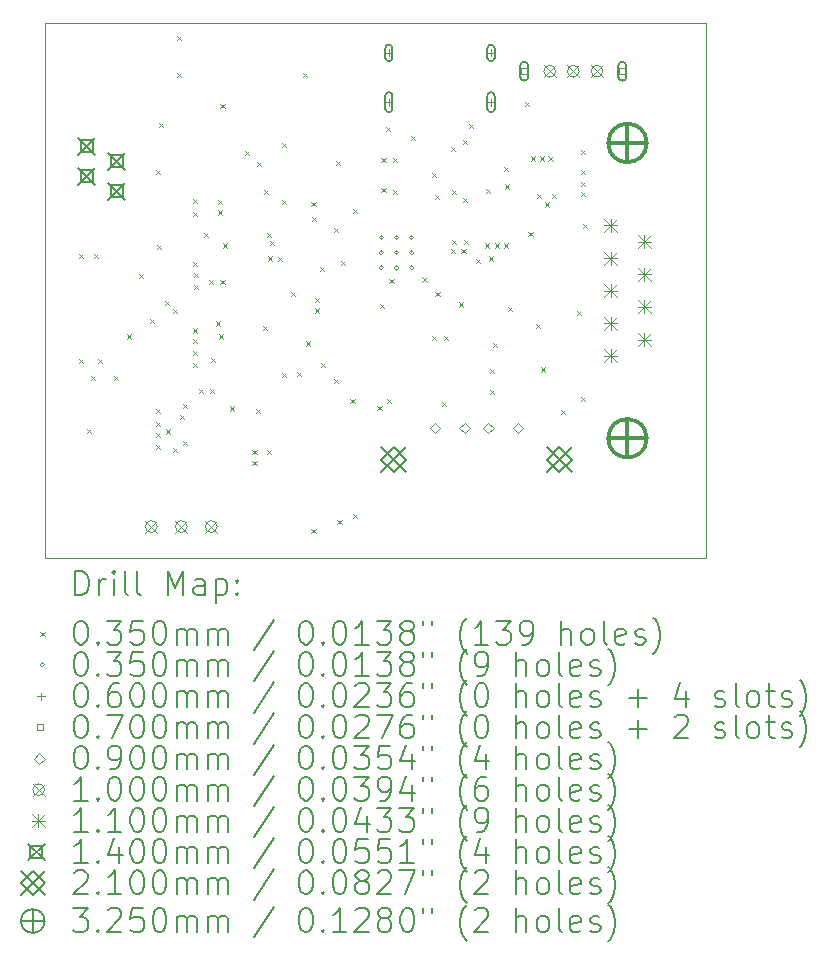
<source format=gbr>
%TF.GenerationSoftware,KiCad,Pcbnew,7.0.8*%
%TF.CreationDate,2023-10-01T21:37:42-07:00*%
%TF.ProjectId,babelfish,62616265-6c66-4697-9368-2e6b69636164,REV1*%
%TF.SameCoordinates,Original*%
%TF.FileFunction,Drillmap*%
%TF.FilePolarity,Positive*%
%FSLAX45Y45*%
G04 Gerber Fmt 4.5, Leading zero omitted, Abs format (unit mm)*
G04 Created by KiCad (PCBNEW 7.0.8) date 2023-10-01 21:37:42*
%MOMM*%
%LPD*%
G01*
G04 APERTURE LIST*
%ADD10C,0.050000*%
%ADD11C,0.200000*%
%ADD12C,0.035000*%
%ADD13C,0.060000*%
%ADD14C,0.070002*%
%ADD15C,0.090000*%
%ADD16C,0.100000*%
%ADD17C,0.110002*%
%ADD18C,0.140000*%
%ADD19C,0.210000*%
%ADD20C,0.325003*%
G04 APERTURE END LIST*
D10*
X8225000Y-6950000D02*
X13825000Y-6950000D01*
X13825000Y-11475000D01*
X8225000Y-11475000D01*
X8225000Y-6950000D01*
D11*
D12*
X8512500Y-8902500D02*
X8547500Y-8937500D01*
X8547500Y-8902500D02*
X8512500Y-8937500D01*
X8512500Y-9792500D02*
X8547500Y-9827500D01*
X8547500Y-9792500D02*
X8512500Y-9827500D01*
X8582500Y-10382500D02*
X8617500Y-10417500D01*
X8617500Y-10382500D02*
X8582500Y-10417500D01*
X8612500Y-9932500D02*
X8647500Y-9967500D01*
X8647500Y-9932500D02*
X8612500Y-9967500D01*
X8642500Y-8902500D02*
X8677500Y-8937500D01*
X8677500Y-8902500D02*
X8642500Y-8937500D01*
X8672500Y-9792500D02*
X8707500Y-9827500D01*
X8707500Y-9792500D02*
X8672500Y-9827500D01*
X8812500Y-9932500D02*
X8847500Y-9967500D01*
X8847500Y-9932500D02*
X8812500Y-9967500D01*
X8922500Y-9582500D02*
X8957500Y-9617500D01*
X8957500Y-9582500D02*
X8922500Y-9617500D01*
X9022500Y-9072500D02*
X9057500Y-9107500D01*
X9057500Y-9072500D02*
X9022500Y-9107500D01*
X9112500Y-9452500D02*
X9147500Y-9487500D01*
X9147500Y-9452500D02*
X9112500Y-9487500D01*
X9162500Y-8192500D02*
X9197500Y-8227500D01*
X9197500Y-8192500D02*
X9162500Y-8227500D01*
X9162500Y-10212500D02*
X9197500Y-10247500D01*
X9197500Y-10212500D02*
X9162500Y-10247500D01*
X9162500Y-10322500D02*
X9197500Y-10357500D01*
X9197500Y-10322500D02*
X9162500Y-10357500D01*
X9165091Y-10417501D02*
X9200091Y-10452501D01*
X9200091Y-10417501D02*
X9165091Y-10452501D01*
X9165091Y-10517501D02*
X9200091Y-10552501D01*
X9200091Y-10517501D02*
X9165091Y-10552501D01*
X9172500Y-8822500D02*
X9207500Y-8857500D01*
X9207500Y-8822500D02*
X9172500Y-8857500D01*
X9192500Y-7792500D02*
X9227500Y-7827500D01*
X9227500Y-7792500D02*
X9192500Y-7827500D01*
X9242500Y-9302500D02*
X9277500Y-9337500D01*
X9277500Y-9302500D02*
X9242500Y-9337500D01*
X9252500Y-10387500D02*
X9287500Y-10422500D01*
X9287500Y-10387500D02*
X9252500Y-10422500D01*
X9312500Y-9364950D02*
X9347500Y-9399950D01*
X9347500Y-9364950D02*
X9312500Y-9399950D01*
X9312500Y-10542500D02*
X9347500Y-10577500D01*
X9347500Y-10542500D02*
X9312500Y-10577500D01*
X9342500Y-7052500D02*
X9377500Y-7087500D01*
X9377500Y-7052500D02*
X9342500Y-7087500D01*
X9342500Y-7372500D02*
X9377500Y-7407500D01*
X9377500Y-7372500D02*
X9342500Y-7407500D01*
X9372500Y-10267500D02*
X9407500Y-10302500D01*
X9407500Y-10267500D02*
X9372500Y-10302500D01*
X9392500Y-10172500D02*
X9427500Y-10207500D01*
X9427500Y-10172500D02*
X9392500Y-10207500D01*
X9392500Y-10482500D02*
X9427500Y-10517500D01*
X9427500Y-10482500D02*
X9392500Y-10517500D01*
X9480091Y-8432500D02*
X9515091Y-8467500D01*
X9515091Y-8432500D02*
X9480091Y-8467500D01*
X9482500Y-8542500D02*
X9517500Y-8577500D01*
X9517500Y-8542500D02*
X9482500Y-8577500D01*
X9482500Y-8972500D02*
X9517500Y-9007500D01*
X9517500Y-8972500D02*
X9482500Y-9007500D01*
X9482500Y-9532500D02*
X9517500Y-9567500D01*
X9517500Y-9532500D02*
X9482500Y-9567500D01*
X9482500Y-9622500D02*
X9517500Y-9657500D01*
X9517500Y-9622500D02*
X9482500Y-9657500D01*
X9482500Y-9722500D02*
X9517500Y-9757500D01*
X9517500Y-9722500D02*
X9482500Y-9757500D01*
X9482500Y-9822500D02*
X9517500Y-9857500D01*
X9517500Y-9822500D02*
X9482500Y-9857500D01*
X9485091Y-9062501D02*
X9520091Y-9097501D01*
X9520091Y-9062501D02*
X9485091Y-9097501D01*
X9485091Y-9162501D02*
X9520091Y-9197501D01*
X9520091Y-9162501D02*
X9485091Y-9197501D01*
X9532500Y-10042500D02*
X9567500Y-10077500D01*
X9567500Y-10042500D02*
X9532500Y-10077500D01*
X9572550Y-8722525D02*
X9607550Y-8757525D01*
X9607550Y-8722525D02*
X9572550Y-8757525D01*
X9612500Y-9122500D02*
X9647500Y-9157500D01*
X9647500Y-9122500D02*
X9612500Y-9157500D01*
X9622500Y-10042500D02*
X9657500Y-10077500D01*
X9657500Y-10042500D02*
X9622500Y-10077500D01*
X9632500Y-9782500D02*
X9667500Y-9817500D01*
X9667500Y-9782500D02*
X9632500Y-9817500D01*
X9672500Y-9472500D02*
X9707500Y-9507500D01*
X9707500Y-9472500D02*
X9672500Y-9507500D01*
X9692500Y-8442500D02*
X9727500Y-8477500D01*
X9727500Y-8442500D02*
X9692500Y-8477500D01*
X9692500Y-8532500D02*
X9727500Y-8567500D01*
X9727500Y-8532500D02*
X9692500Y-8567500D01*
X9702500Y-9582500D02*
X9737500Y-9617500D01*
X9737500Y-9582500D02*
X9702500Y-9617500D01*
X9712500Y-7632500D02*
X9747500Y-7667500D01*
X9747500Y-7632500D02*
X9712500Y-7667500D01*
X9712500Y-9122500D02*
X9747500Y-9157500D01*
X9747500Y-9122500D02*
X9712500Y-9157500D01*
X9732500Y-8812500D02*
X9767500Y-8847500D01*
X9767500Y-8812500D02*
X9732500Y-8847500D01*
X9792500Y-10192500D02*
X9827500Y-10227500D01*
X9827500Y-10192500D02*
X9792500Y-10227500D01*
X9922500Y-8032500D02*
X9957500Y-8067500D01*
X9957500Y-8032500D02*
X9922500Y-8067500D01*
X9982500Y-10562500D02*
X10017500Y-10597500D01*
X10017500Y-10562500D02*
X9982500Y-10597500D01*
X9982500Y-10652500D02*
X10017500Y-10687500D01*
X10017500Y-10652500D02*
X9982500Y-10687500D01*
X10012500Y-10212500D02*
X10047500Y-10247500D01*
X10047500Y-10212500D02*
X10012500Y-10247500D01*
X10022500Y-8122500D02*
X10057500Y-8157500D01*
X10057500Y-8122500D02*
X10022500Y-8157500D01*
X10072500Y-9512500D02*
X10107500Y-9547500D01*
X10107500Y-9512500D02*
X10072500Y-9547500D01*
X10082500Y-8362500D02*
X10117500Y-8397500D01*
X10117500Y-8362500D02*
X10082500Y-8397500D01*
X10102500Y-8722500D02*
X10137500Y-8757500D01*
X10137500Y-8722500D02*
X10102500Y-8757500D01*
X10102500Y-10562500D02*
X10137500Y-10597500D01*
X10137500Y-10562500D02*
X10102500Y-10597500D01*
X10112500Y-8922500D02*
X10147500Y-8957500D01*
X10147500Y-8922500D02*
X10112500Y-8957500D01*
X10132500Y-8792500D02*
X10167500Y-8827500D01*
X10167500Y-8792500D02*
X10132500Y-8827500D01*
X10200412Y-8924588D02*
X10235412Y-8959588D01*
X10235412Y-8924588D02*
X10200412Y-8959588D01*
X10230260Y-7963900D02*
X10265260Y-7998900D01*
X10265260Y-7963900D02*
X10230260Y-7998900D01*
X10232500Y-8442500D02*
X10267500Y-8477500D01*
X10267500Y-8442500D02*
X10232500Y-8477500D01*
X10232500Y-9912500D02*
X10267500Y-9947500D01*
X10267500Y-9912500D02*
X10232500Y-9947500D01*
X10312500Y-9222500D02*
X10347500Y-9257500D01*
X10347500Y-9222500D02*
X10312500Y-9257500D01*
X10362500Y-9902500D02*
X10397500Y-9937500D01*
X10397500Y-9902500D02*
X10362500Y-9937500D01*
X10412500Y-7372500D02*
X10447500Y-7407500D01*
X10447500Y-7372500D02*
X10412500Y-7407500D01*
X10432500Y-9642500D02*
X10467500Y-9677500D01*
X10467500Y-9642500D02*
X10432500Y-9677500D01*
X10482500Y-8462500D02*
X10517500Y-8497500D01*
X10517500Y-8462500D02*
X10482500Y-8497500D01*
X10482500Y-11232500D02*
X10517500Y-11267500D01*
X10517500Y-11232500D02*
X10482500Y-11267500D01*
X10485050Y-8586400D02*
X10520050Y-8621400D01*
X10520050Y-8586400D02*
X10485050Y-8621400D01*
X10512500Y-9272500D02*
X10547500Y-9307500D01*
X10547500Y-9272500D02*
X10512500Y-9307500D01*
X10512500Y-9362500D02*
X10547500Y-9397500D01*
X10547500Y-9362500D02*
X10512500Y-9397500D01*
X10552500Y-9012500D02*
X10587500Y-9047500D01*
X10587500Y-9012500D02*
X10552500Y-9047500D01*
X10562500Y-9822500D02*
X10597500Y-9857500D01*
X10597500Y-9822500D02*
X10562500Y-9857500D01*
X10670950Y-9962500D02*
X10705950Y-9997500D01*
X10705950Y-9962500D02*
X10670950Y-9997500D01*
X10672500Y-8682500D02*
X10707500Y-8717500D01*
X10707500Y-8682500D02*
X10672500Y-8717500D01*
X10692500Y-8112500D02*
X10727500Y-8147500D01*
X10727500Y-8112500D02*
X10692500Y-8147500D01*
X10702500Y-11154950D02*
X10737500Y-11189950D01*
X10737500Y-11154950D02*
X10702500Y-11189950D01*
X10732500Y-8962500D02*
X10767500Y-8997500D01*
X10767500Y-8962500D02*
X10732500Y-8997500D01*
X10812500Y-10132500D02*
X10847500Y-10167500D01*
X10847500Y-10132500D02*
X10812500Y-10167500D01*
X10832500Y-8522500D02*
X10867500Y-8557500D01*
X10867500Y-8522500D02*
X10832500Y-8557500D01*
X10832500Y-11102500D02*
X10867500Y-11137500D01*
X10867500Y-11102500D02*
X10832500Y-11137500D01*
X11041500Y-10187500D02*
X11076500Y-10222500D01*
X11076500Y-10187500D02*
X11041500Y-10222500D01*
X11062500Y-9323500D02*
X11097500Y-9358500D01*
X11097500Y-9323500D02*
X11062500Y-9358500D01*
X11075000Y-8085000D02*
X11110000Y-8120000D01*
X11110000Y-8085000D02*
X11075000Y-8120000D01*
X11075050Y-8341400D02*
X11110050Y-8376400D01*
X11110050Y-8341400D02*
X11075050Y-8376400D01*
X11112500Y-7822500D02*
X11147500Y-7857500D01*
X11147500Y-7822500D02*
X11112500Y-7857500D01*
X11122500Y-10129500D02*
X11157500Y-10164500D01*
X11157500Y-10129500D02*
X11122500Y-10164500D01*
X11142500Y-9112500D02*
X11177500Y-9147500D01*
X11177500Y-9112500D02*
X11142500Y-9147500D01*
X11170000Y-8085000D02*
X11205000Y-8120000D01*
X11205000Y-8085000D02*
X11170000Y-8120000D01*
X11170050Y-8361400D02*
X11205050Y-8396400D01*
X11205050Y-8361400D02*
X11170050Y-8396400D01*
X11325000Y-7900000D02*
X11360000Y-7935000D01*
X11360000Y-7900000D02*
X11325000Y-7935000D01*
X11422500Y-9100200D02*
X11457500Y-9135200D01*
X11457500Y-9100200D02*
X11422500Y-9135200D01*
X11502500Y-9592500D02*
X11537500Y-9627500D01*
X11537500Y-9592500D02*
X11502500Y-9627500D01*
X11505000Y-8212500D02*
X11540000Y-8247500D01*
X11540000Y-8212500D02*
X11505000Y-8247500D01*
X11525050Y-8401400D02*
X11560050Y-8436400D01*
X11560050Y-8401400D02*
X11525050Y-8436400D01*
X11532500Y-9222500D02*
X11567500Y-9257500D01*
X11567500Y-9222500D02*
X11532500Y-9257500D01*
X11587500Y-10157500D02*
X11622500Y-10192500D01*
X11622500Y-10157500D02*
X11587500Y-10192500D01*
X11602500Y-9592500D02*
X11637500Y-9627500D01*
X11637500Y-9592500D02*
X11602500Y-9627500D01*
X11662500Y-7992500D02*
X11697500Y-8027500D01*
X11697500Y-7992500D02*
X11662500Y-8027500D01*
X11662500Y-8862500D02*
X11697500Y-8897500D01*
X11697500Y-8862500D02*
X11662500Y-8897500D01*
X11672500Y-8357500D02*
X11707500Y-8392500D01*
X11707500Y-8357500D02*
X11672500Y-8392500D01*
X11672500Y-8782500D02*
X11707500Y-8817500D01*
X11707500Y-8782500D02*
X11672500Y-8817500D01*
X11732500Y-9312500D02*
X11767500Y-9347500D01*
X11767500Y-9312500D02*
X11732500Y-9347500D01*
X11752500Y-8862500D02*
X11787500Y-8897500D01*
X11787500Y-8862500D02*
X11752500Y-8897500D01*
X11762500Y-7937500D02*
X11797500Y-7972500D01*
X11797500Y-7937500D02*
X11762500Y-7972500D01*
X11767500Y-8427500D02*
X11802500Y-8462500D01*
X11802500Y-8427500D02*
X11767500Y-8462500D01*
X11772500Y-8782500D02*
X11807500Y-8817500D01*
X11807500Y-8782500D02*
X11772500Y-8817500D01*
X11817500Y-7802500D02*
X11852500Y-7837500D01*
X11852500Y-7802500D02*
X11817500Y-7837500D01*
X11872500Y-8942500D02*
X11907500Y-8977500D01*
X11907500Y-8942500D02*
X11872500Y-8977500D01*
X11952500Y-8812500D02*
X11987500Y-8847500D01*
X11987500Y-8812500D02*
X11952500Y-8847500D01*
X11962500Y-8347500D02*
X11997500Y-8382500D01*
X11997500Y-8347500D02*
X11962500Y-8382500D01*
X11982500Y-8922500D02*
X12017500Y-8957500D01*
X12017500Y-8922500D02*
X11982500Y-8957500D01*
X11992500Y-9872500D02*
X12027500Y-9907500D01*
X12027500Y-9872500D02*
X11992500Y-9907500D01*
X11992500Y-10052500D02*
X12027500Y-10087500D01*
X12027500Y-10052500D02*
X11992500Y-10087500D01*
X12022500Y-9652500D02*
X12057500Y-9687500D01*
X12057500Y-9652500D02*
X12022500Y-9687500D01*
X12032500Y-8812500D02*
X12067500Y-8847500D01*
X12067500Y-8812500D02*
X12032500Y-8847500D01*
X12112500Y-8162500D02*
X12147500Y-8197500D01*
X12147500Y-8162500D02*
X12112500Y-8197500D01*
X12112500Y-8812500D02*
X12147500Y-8847500D01*
X12147500Y-8812500D02*
X12112500Y-8847500D01*
X12122500Y-8312500D02*
X12157500Y-8347500D01*
X12157500Y-8312500D02*
X12122500Y-8347500D01*
X12142500Y-9352500D02*
X12177500Y-9387500D01*
X12177500Y-9352500D02*
X12142500Y-9387500D01*
X12292500Y-7612500D02*
X12327500Y-7647500D01*
X12327500Y-7612500D02*
X12292500Y-7647500D01*
X12319498Y-8715505D02*
X12354498Y-8750505D01*
X12354498Y-8715505D02*
X12319498Y-8750505D01*
X12339498Y-8075505D02*
X12374498Y-8110505D01*
X12374498Y-8075505D02*
X12339498Y-8110505D01*
X12380412Y-9494588D02*
X12415412Y-9529588D01*
X12415412Y-9494588D02*
X12380412Y-9529588D01*
X12389498Y-8395505D02*
X12424498Y-8430505D01*
X12424498Y-8395505D02*
X12389498Y-8430505D01*
X12419498Y-8075505D02*
X12454498Y-8110505D01*
X12454498Y-8075505D02*
X12419498Y-8110505D01*
X12422500Y-9862500D02*
X12457500Y-9897500D01*
X12457500Y-9862500D02*
X12422500Y-9897500D01*
X12459498Y-8465505D02*
X12494498Y-8500505D01*
X12494498Y-8465505D02*
X12459498Y-8500505D01*
X12489498Y-8075505D02*
X12524498Y-8110505D01*
X12524498Y-8075505D02*
X12489498Y-8110505D01*
X12519498Y-8395505D02*
X12554498Y-8430505D01*
X12554498Y-8395505D02*
X12519498Y-8430505D01*
X12592500Y-10222500D02*
X12627500Y-10257500D01*
X12627500Y-10222500D02*
X12592500Y-10257500D01*
X12732500Y-9382500D02*
X12767500Y-9417500D01*
X12767500Y-9382500D02*
X12732500Y-9417500D01*
X12762500Y-8022500D02*
X12797500Y-8057500D01*
X12797500Y-8022500D02*
X12762500Y-8057500D01*
X12762500Y-8190505D02*
X12797500Y-8225505D01*
X12797500Y-8190505D02*
X12762500Y-8225505D01*
X12762500Y-8292500D02*
X12797500Y-8327500D01*
X12797500Y-8292500D02*
X12762500Y-8327500D01*
X12762500Y-8375505D02*
X12797500Y-8410505D01*
X12797500Y-8375505D02*
X12762500Y-8410505D01*
X12762500Y-10112500D02*
X12797500Y-10147500D01*
X12797500Y-10112500D02*
X12762500Y-10147500D01*
X12777500Y-8647500D02*
X12812500Y-8682500D01*
X12812500Y-8647500D02*
X12777500Y-8682500D01*
X11092550Y-8765150D02*
G75*
G03*
X11092550Y-8765150I-17500J0D01*
G01*
X11092550Y-8892650D02*
G75*
G03*
X11092550Y-8892650I-17500J0D01*
G01*
X11092550Y-9020150D02*
G75*
G03*
X11092550Y-9020150I-17500J0D01*
G01*
X11220050Y-8765150D02*
G75*
G03*
X11220050Y-8765150I-17500J0D01*
G01*
X11220050Y-8892650D02*
G75*
G03*
X11220050Y-8892650I-17500J0D01*
G01*
X11220050Y-9020150D02*
G75*
G03*
X11220050Y-9020150I-17500J0D01*
G01*
X11347550Y-8765150D02*
G75*
G03*
X11347550Y-8765150I-17500J0D01*
G01*
X11347550Y-8892650D02*
G75*
G03*
X11347550Y-8892650I-17500J0D01*
G01*
X11347550Y-9020150D02*
G75*
G03*
X11347550Y-9020150I-17500J0D01*
G01*
D13*
X11138542Y-7168900D02*
X11138542Y-7228900D01*
X11108542Y-7198900D02*
X11168542Y-7198900D01*
D11*
X11168542Y-7238900D02*
X11168542Y-7158900D01*
X11168542Y-7158900D02*
G75*
G03*
X11108542Y-7158900I-30000J0D01*
G01*
X11108542Y-7158900D02*
X11108542Y-7238900D01*
X11108542Y-7238900D02*
G75*
G03*
X11168542Y-7238900I30000J0D01*
G01*
D13*
X11138542Y-7586909D02*
X11138542Y-7646909D01*
X11108542Y-7616909D02*
X11168542Y-7616909D01*
D11*
X11168542Y-7671909D02*
X11168542Y-7561909D01*
X11168542Y-7561909D02*
G75*
G03*
X11108542Y-7561909I-30000J0D01*
G01*
X11108542Y-7561909D02*
X11108542Y-7671909D01*
X11108542Y-7671909D02*
G75*
G03*
X11168542Y-7671909I30000J0D01*
G01*
D13*
X12002550Y-7168900D02*
X12002550Y-7228900D01*
X11972550Y-7198900D02*
X12032550Y-7198900D01*
D11*
X12032550Y-7238900D02*
X12032550Y-7158900D01*
X12032550Y-7158900D02*
G75*
G03*
X11972550Y-7158900I-30000J0D01*
G01*
X11972550Y-7158900D02*
X11972550Y-7238900D01*
X11972550Y-7238900D02*
G75*
G03*
X12032550Y-7238900I30000J0D01*
G01*
D13*
X12002550Y-7586909D02*
X12002550Y-7646909D01*
X11972550Y-7616909D02*
X12032550Y-7616909D01*
D11*
X12032550Y-7671909D02*
X12032550Y-7561909D01*
X12032550Y-7561909D02*
G75*
G03*
X11972550Y-7561909I-30000J0D01*
G01*
X11972550Y-7561909D02*
X11972550Y-7671909D01*
X11972550Y-7671909D02*
G75*
G03*
X12032550Y-7671909I30000J0D01*
G01*
D14*
X12309738Y-7379056D02*
X12309738Y-7329557D01*
X12260239Y-7329557D01*
X12260239Y-7379056D01*
X12309738Y-7379056D01*
D11*
X12319990Y-7399305D02*
X12319990Y-7309308D01*
X12319990Y-7309308D02*
G75*
G03*
X12249987Y-7309308I-35001J0D01*
G01*
X12249987Y-7309308D02*
X12249987Y-7399305D01*
X12249987Y-7399305D02*
G75*
G03*
X12319990Y-7399305I35001J0D01*
G01*
D14*
X13139761Y-7379056D02*
X13139761Y-7329557D01*
X13090262Y-7329557D01*
X13090262Y-7379056D01*
X13139761Y-7379056D01*
D11*
X13150013Y-7399305D02*
X13150013Y-7309308D01*
X13150013Y-7309308D02*
G75*
G03*
X13080010Y-7309308I-35001J0D01*
G01*
X13080010Y-7309308D02*
X13080010Y-7399305D01*
X13080010Y-7399305D02*
G75*
G03*
X13150013Y-7399305I35001J0D01*
G01*
D15*
X11530000Y-10419000D02*
X11575000Y-10374000D01*
X11530000Y-10329000D01*
X11485000Y-10374000D01*
X11530000Y-10419000D01*
X11780000Y-10419000D02*
X11825000Y-10374000D01*
X11780000Y-10329000D01*
X11735000Y-10374000D01*
X11780000Y-10419000D01*
X11980000Y-10419000D02*
X12025000Y-10374000D01*
X11980000Y-10329000D01*
X11935000Y-10374000D01*
X11980000Y-10419000D01*
X12230000Y-10419000D02*
X12275000Y-10374000D01*
X12230000Y-10329000D01*
X12185000Y-10374000D01*
X12230000Y-10419000D01*
D16*
X9076000Y-11160000D02*
X9176000Y-11260000D01*
X9176000Y-11160000D02*
X9076000Y-11260000D01*
X9176000Y-11210000D02*
G75*
G03*
X9176000Y-11210000I-50000J0D01*
G01*
X9330000Y-11160000D02*
X9430000Y-11260000D01*
X9430000Y-11160000D02*
X9330000Y-11260000D01*
X9430000Y-11210000D02*
G75*
G03*
X9430000Y-11210000I-50000J0D01*
G01*
X9584000Y-11160000D02*
X9684000Y-11260000D01*
X9684000Y-11160000D02*
X9584000Y-11260000D01*
X9684000Y-11210000D02*
G75*
G03*
X9684000Y-11210000I-50000J0D01*
G01*
X12450000Y-7304307D02*
X12550000Y-7404307D01*
X12550000Y-7304307D02*
X12450000Y-7404307D01*
X12550000Y-7354307D02*
G75*
G03*
X12550000Y-7354307I-50000J0D01*
G01*
X12650000Y-7304307D02*
X12750000Y-7404307D01*
X12750000Y-7304307D02*
X12650000Y-7404307D01*
X12750000Y-7354307D02*
G75*
G03*
X12750000Y-7354307I-50000J0D01*
G01*
X12849997Y-7304299D02*
X12949997Y-7404299D01*
X12949997Y-7304299D02*
X12849997Y-7404299D01*
X12949997Y-7354299D02*
G75*
G03*
X12949997Y-7354299I-50000J0D01*
G01*
D17*
X12961001Y-8605006D02*
X13071003Y-8715009D01*
X13071003Y-8605006D02*
X12961001Y-8715009D01*
X13016002Y-8605006D02*
X13016002Y-8715009D01*
X12961001Y-8660008D02*
X13071003Y-8660008D01*
X12961001Y-8881003D02*
X13071003Y-8991006D01*
X13071003Y-8881003D02*
X12961001Y-8991006D01*
X13016002Y-8881003D02*
X13016002Y-8991006D01*
X12961001Y-8936005D02*
X13071003Y-8936005D01*
X12961001Y-9157000D02*
X13071003Y-9267003D01*
X13071003Y-9157000D02*
X12961001Y-9267003D01*
X13016002Y-9157000D02*
X13016002Y-9267003D01*
X12961001Y-9212002D02*
X13071003Y-9212002D01*
X12961001Y-9432997D02*
X13071003Y-9543000D01*
X13071003Y-9432997D02*
X12961001Y-9543000D01*
X13016002Y-9432997D02*
X13016002Y-9543000D01*
X12961001Y-9487999D02*
X13071003Y-9487999D01*
X12961001Y-9708994D02*
X13071003Y-9818997D01*
X13071003Y-9708994D02*
X12961001Y-9818997D01*
X13016002Y-9708994D02*
X13016002Y-9818997D01*
X12961001Y-9763995D02*
X13071003Y-9763995D01*
X13244999Y-8743005D02*
X13355001Y-8853007D01*
X13355001Y-8743005D02*
X13244999Y-8853007D01*
X13300000Y-8743005D02*
X13300000Y-8853007D01*
X13244999Y-8798006D02*
X13355001Y-8798006D01*
X13244999Y-9019002D02*
X13355001Y-9129004D01*
X13355001Y-9019002D02*
X13244999Y-9129004D01*
X13300000Y-9019002D02*
X13300000Y-9129004D01*
X13244999Y-9074003D02*
X13355001Y-9074003D01*
X13244999Y-9294999D02*
X13355001Y-9405001D01*
X13355001Y-9294999D02*
X13244999Y-9405001D01*
X13300000Y-9294999D02*
X13300000Y-9405001D01*
X13244999Y-9350000D02*
X13355001Y-9350000D01*
X13244999Y-9570996D02*
X13355001Y-9680998D01*
X13355001Y-9570996D02*
X13244999Y-9680998D01*
X13300000Y-9570996D02*
X13300000Y-9680998D01*
X13244999Y-9625997D02*
X13355001Y-9625997D01*
D18*
X8510000Y-7920000D02*
X8650000Y-8060000D01*
X8650000Y-7920000D02*
X8510000Y-8060000D01*
X8629498Y-8039498D02*
X8629498Y-7940502D01*
X8530502Y-7940502D01*
X8530502Y-8039498D01*
X8629498Y-8039498D01*
X8510000Y-8174000D02*
X8650000Y-8314000D01*
X8650000Y-8174000D02*
X8510000Y-8314000D01*
X8629498Y-8293498D02*
X8629498Y-8194502D01*
X8530502Y-8194502D01*
X8530502Y-8293498D01*
X8629498Y-8293498D01*
X8764000Y-8047000D02*
X8904000Y-8187000D01*
X8904000Y-8047000D02*
X8764000Y-8187000D01*
X8883498Y-8166498D02*
X8883498Y-8067502D01*
X8784502Y-8067502D01*
X8784502Y-8166498D01*
X8883498Y-8166498D01*
X8764000Y-8301000D02*
X8904000Y-8441000D01*
X8904000Y-8301000D02*
X8764000Y-8441000D01*
X8883498Y-8420498D02*
X8883498Y-8321502D01*
X8784502Y-8321502D01*
X8784502Y-8420498D01*
X8883498Y-8420498D01*
D19*
X11075000Y-10540000D02*
X11285000Y-10750000D01*
X11285000Y-10540000D02*
X11075000Y-10750000D01*
X11180000Y-10750000D02*
X11285000Y-10645000D01*
X11180000Y-10540000D01*
X11075000Y-10645000D01*
X11180000Y-10750000D01*
X12475000Y-10540000D02*
X12685000Y-10750000D01*
X12685000Y-10540000D02*
X12475000Y-10750000D01*
X12580000Y-10750000D02*
X12685000Y-10645000D01*
X12580000Y-10540000D01*
X12475000Y-10645000D01*
X12580000Y-10750000D01*
D20*
X13157988Y-7799487D02*
X13157988Y-8124491D01*
X12995486Y-7961989D02*
X13320490Y-7961989D01*
X13320490Y-7961989D02*
G75*
G03*
X13320490Y-7961989I-162502J0D01*
G01*
X13157988Y-10299487D02*
X13157988Y-10624491D01*
X12995486Y-10461989D02*
X13320490Y-10461989D01*
X13320490Y-10461989D02*
G75*
G03*
X13320490Y-10461989I-162502J0D01*
G01*
D11*
X8483277Y-11788984D02*
X8483277Y-11588984D01*
X8483277Y-11588984D02*
X8530896Y-11588984D01*
X8530896Y-11588984D02*
X8559467Y-11598508D01*
X8559467Y-11598508D02*
X8578515Y-11617555D01*
X8578515Y-11617555D02*
X8588039Y-11636603D01*
X8588039Y-11636603D02*
X8597563Y-11674698D01*
X8597563Y-11674698D02*
X8597563Y-11703269D01*
X8597563Y-11703269D02*
X8588039Y-11741365D01*
X8588039Y-11741365D02*
X8578515Y-11760412D01*
X8578515Y-11760412D02*
X8559467Y-11779460D01*
X8559467Y-11779460D02*
X8530896Y-11788984D01*
X8530896Y-11788984D02*
X8483277Y-11788984D01*
X8683277Y-11788984D02*
X8683277Y-11655650D01*
X8683277Y-11693746D02*
X8692801Y-11674698D01*
X8692801Y-11674698D02*
X8702324Y-11665174D01*
X8702324Y-11665174D02*
X8721372Y-11655650D01*
X8721372Y-11655650D02*
X8740420Y-11655650D01*
X8807086Y-11788984D02*
X8807086Y-11655650D01*
X8807086Y-11588984D02*
X8797563Y-11598508D01*
X8797563Y-11598508D02*
X8807086Y-11608031D01*
X8807086Y-11608031D02*
X8816610Y-11598508D01*
X8816610Y-11598508D02*
X8807086Y-11588984D01*
X8807086Y-11588984D02*
X8807086Y-11608031D01*
X8930896Y-11788984D02*
X8911848Y-11779460D01*
X8911848Y-11779460D02*
X8902324Y-11760412D01*
X8902324Y-11760412D02*
X8902324Y-11588984D01*
X9035658Y-11788984D02*
X9016610Y-11779460D01*
X9016610Y-11779460D02*
X9007086Y-11760412D01*
X9007086Y-11760412D02*
X9007086Y-11588984D01*
X9264229Y-11788984D02*
X9264229Y-11588984D01*
X9264229Y-11588984D02*
X9330896Y-11731841D01*
X9330896Y-11731841D02*
X9397563Y-11588984D01*
X9397563Y-11588984D02*
X9397563Y-11788984D01*
X9578515Y-11788984D02*
X9578515Y-11684222D01*
X9578515Y-11684222D02*
X9568991Y-11665174D01*
X9568991Y-11665174D02*
X9549944Y-11655650D01*
X9549944Y-11655650D02*
X9511848Y-11655650D01*
X9511848Y-11655650D02*
X9492801Y-11665174D01*
X9578515Y-11779460D02*
X9559467Y-11788984D01*
X9559467Y-11788984D02*
X9511848Y-11788984D01*
X9511848Y-11788984D02*
X9492801Y-11779460D01*
X9492801Y-11779460D02*
X9483277Y-11760412D01*
X9483277Y-11760412D02*
X9483277Y-11741365D01*
X9483277Y-11741365D02*
X9492801Y-11722317D01*
X9492801Y-11722317D02*
X9511848Y-11712793D01*
X9511848Y-11712793D02*
X9559467Y-11712793D01*
X9559467Y-11712793D02*
X9578515Y-11703269D01*
X9673753Y-11655650D02*
X9673753Y-11855650D01*
X9673753Y-11665174D02*
X9692801Y-11655650D01*
X9692801Y-11655650D02*
X9730896Y-11655650D01*
X9730896Y-11655650D02*
X9749944Y-11665174D01*
X9749944Y-11665174D02*
X9759467Y-11674698D01*
X9759467Y-11674698D02*
X9768991Y-11693746D01*
X9768991Y-11693746D02*
X9768991Y-11750888D01*
X9768991Y-11750888D02*
X9759467Y-11769936D01*
X9759467Y-11769936D02*
X9749944Y-11779460D01*
X9749944Y-11779460D02*
X9730896Y-11788984D01*
X9730896Y-11788984D02*
X9692801Y-11788984D01*
X9692801Y-11788984D02*
X9673753Y-11779460D01*
X9854705Y-11769936D02*
X9864229Y-11779460D01*
X9864229Y-11779460D02*
X9854705Y-11788984D01*
X9854705Y-11788984D02*
X9845182Y-11779460D01*
X9845182Y-11779460D02*
X9854705Y-11769936D01*
X9854705Y-11769936D02*
X9854705Y-11788984D01*
X9854705Y-11665174D02*
X9864229Y-11674698D01*
X9864229Y-11674698D02*
X9854705Y-11684222D01*
X9854705Y-11684222D02*
X9845182Y-11674698D01*
X9845182Y-11674698D02*
X9854705Y-11665174D01*
X9854705Y-11665174D02*
X9854705Y-11684222D01*
D12*
X8187500Y-12100000D02*
X8222500Y-12135000D01*
X8222500Y-12100000D02*
X8187500Y-12135000D01*
D11*
X8521372Y-12008984D02*
X8540420Y-12008984D01*
X8540420Y-12008984D02*
X8559467Y-12018508D01*
X8559467Y-12018508D02*
X8568991Y-12028031D01*
X8568991Y-12028031D02*
X8578515Y-12047079D01*
X8578515Y-12047079D02*
X8588039Y-12085174D01*
X8588039Y-12085174D02*
X8588039Y-12132793D01*
X8588039Y-12132793D02*
X8578515Y-12170888D01*
X8578515Y-12170888D02*
X8568991Y-12189936D01*
X8568991Y-12189936D02*
X8559467Y-12199460D01*
X8559467Y-12199460D02*
X8540420Y-12208984D01*
X8540420Y-12208984D02*
X8521372Y-12208984D01*
X8521372Y-12208984D02*
X8502324Y-12199460D01*
X8502324Y-12199460D02*
X8492801Y-12189936D01*
X8492801Y-12189936D02*
X8483277Y-12170888D01*
X8483277Y-12170888D02*
X8473753Y-12132793D01*
X8473753Y-12132793D02*
X8473753Y-12085174D01*
X8473753Y-12085174D02*
X8483277Y-12047079D01*
X8483277Y-12047079D02*
X8492801Y-12028031D01*
X8492801Y-12028031D02*
X8502324Y-12018508D01*
X8502324Y-12018508D02*
X8521372Y-12008984D01*
X8673753Y-12189936D02*
X8683277Y-12199460D01*
X8683277Y-12199460D02*
X8673753Y-12208984D01*
X8673753Y-12208984D02*
X8664229Y-12199460D01*
X8664229Y-12199460D02*
X8673753Y-12189936D01*
X8673753Y-12189936D02*
X8673753Y-12208984D01*
X8749944Y-12008984D02*
X8873753Y-12008984D01*
X8873753Y-12008984D02*
X8807086Y-12085174D01*
X8807086Y-12085174D02*
X8835658Y-12085174D01*
X8835658Y-12085174D02*
X8854705Y-12094698D01*
X8854705Y-12094698D02*
X8864229Y-12104222D01*
X8864229Y-12104222D02*
X8873753Y-12123269D01*
X8873753Y-12123269D02*
X8873753Y-12170888D01*
X8873753Y-12170888D02*
X8864229Y-12189936D01*
X8864229Y-12189936D02*
X8854705Y-12199460D01*
X8854705Y-12199460D02*
X8835658Y-12208984D01*
X8835658Y-12208984D02*
X8778515Y-12208984D01*
X8778515Y-12208984D02*
X8759467Y-12199460D01*
X8759467Y-12199460D02*
X8749944Y-12189936D01*
X9054705Y-12008984D02*
X8959467Y-12008984D01*
X8959467Y-12008984D02*
X8949944Y-12104222D01*
X8949944Y-12104222D02*
X8959467Y-12094698D01*
X8959467Y-12094698D02*
X8978515Y-12085174D01*
X8978515Y-12085174D02*
X9026134Y-12085174D01*
X9026134Y-12085174D02*
X9045182Y-12094698D01*
X9045182Y-12094698D02*
X9054705Y-12104222D01*
X9054705Y-12104222D02*
X9064229Y-12123269D01*
X9064229Y-12123269D02*
X9064229Y-12170888D01*
X9064229Y-12170888D02*
X9054705Y-12189936D01*
X9054705Y-12189936D02*
X9045182Y-12199460D01*
X9045182Y-12199460D02*
X9026134Y-12208984D01*
X9026134Y-12208984D02*
X8978515Y-12208984D01*
X8978515Y-12208984D02*
X8959467Y-12199460D01*
X8959467Y-12199460D02*
X8949944Y-12189936D01*
X9188039Y-12008984D02*
X9207086Y-12008984D01*
X9207086Y-12008984D02*
X9226134Y-12018508D01*
X9226134Y-12018508D02*
X9235658Y-12028031D01*
X9235658Y-12028031D02*
X9245182Y-12047079D01*
X9245182Y-12047079D02*
X9254705Y-12085174D01*
X9254705Y-12085174D02*
X9254705Y-12132793D01*
X9254705Y-12132793D02*
X9245182Y-12170888D01*
X9245182Y-12170888D02*
X9235658Y-12189936D01*
X9235658Y-12189936D02*
X9226134Y-12199460D01*
X9226134Y-12199460D02*
X9207086Y-12208984D01*
X9207086Y-12208984D02*
X9188039Y-12208984D01*
X9188039Y-12208984D02*
X9168991Y-12199460D01*
X9168991Y-12199460D02*
X9159467Y-12189936D01*
X9159467Y-12189936D02*
X9149944Y-12170888D01*
X9149944Y-12170888D02*
X9140420Y-12132793D01*
X9140420Y-12132793D02*
X9140420Y-12085174D01*
X9140420Y-12085174D02*
X9149944Y-12047079D01*
X9149944Y-12047079D02*
X9159467Y-12028031D01*
X9159467Y-12028031D02*
X9168991Y-12018508D01*
X9168991Y-12018508D02*
X9188039Y-12008984D01*
X9340420Y-12208984D02*
X9340420Y-12075650D01*
X9340420Y-12094698D02*
X9349944Y-12085174D01*
X9349944Y-12085174D02*
X9368991Y-12075650D01*
X9368991Y-12075650D02*
X9397563Y-12075650D01*
X9397563Y-12075650D02*
X9416610Y-12085174D01*
X9416610Y-12085174D02*
X9426134Y-12104222D01*
X9426134Y-12104222D02*
X9426134Y-12208984D01*
X9426134Y-12104222D02*
X9435658Y-12085174D01*
X9435658Y-12085174D02*
X9454705Y-12075650D01*
X9454705Y-12075650D02*
X9483277Y-12075650D01*
X9483277Y-12075650D02*
X9502325Y-12085174D01*
X9502325Y-12085174D02*
X9511848Y-12104222D01*
X9511848Y-12104222D02*
X9511848Y-12208984D01*
X9607086Y-12208984D02*
X9607086Y-12075650D01*
X9607086Y-12094698D02*
X9616610Y-12085174D01*
X9616610Y-12085174D02*
X9635658Y-12075650D01*
X9635658Y-12075650D02*
X9664229Y-12075650D01*
X9664229Y-12075650D02*
X9683277Y-12085174D01*
X9683277Y-12085174D02*
X9692801Y-12104222D01*
X9692801Y-12104222D02*
X9692801Y-12208984D01*
X9692801Y-12104222D02*
X9702325Y-12085174D01*
X9702325Y-12085174D02*
X9721372Y-12075650D01*
X9721372Y-12075650D02*
X9749944Y-12075650D01*
X9749944Y-12075650D02*
X9768991Y-12085174D01*
X9768991Y-12085174D02*
X9778515Y-12104222D01*
X9778515Y-12104222D02*
X9778515Y-12208984D01*
X10168991Y-11999460D02*
X9997563Y-12256603D01*
X10426134Y-12008984D02*
X10445182Y-12008984D01*
X10445182Y-12008984D02*
X10464229Y-12018508D01*
X10464229Y-12018508D02*
X10473753Y-12028031D01*
X10473753Y-12028031D02*
X10483277Y-12047079D01*
X10483277Y-12047079D02*
X10492801Y-12085174D01*
X10492801Y-12085174D02*
X10492801Y-12132793D01*
X10492801Y-12132793D02*
X10483277Y-12170888D01*
X10483277Y-12170888D02*
X10473753Y-12189936D01*
X10473753Y-12189936D02*
X10464229Y-12199460D01*
X10464229Y-12199460D02*
X10445182Y-12208984D01*
X10445182Y-12208984D02*
X10426134Y-12208984D01*
X10426134Y-12208984D02*
X10407087Y-12199460D01*
X10407087Y-12199460D02*
X10397563Y-12189936D01*
X10397563Y-12189936D02*
X10388039Y-12170888D01*
X10388039Y-12170888D02*
X10378515Y-12132793D01*
X10378515Y-12132793D02*
X10378515Y-12085174D01*
X10378515Y-12085174D02*
X10388039Y-12047079D01*
X10388039Y-12047079D02*
X10397563Y-12028031D01*
X10397563Y-12028031D02*
X10407087Y-12018508D01*
X10407087Y-12018508D02*
X10426134Y-12008984D01*
X10578515Y-12189936D02*
X10588039Y-12199460D01*
X10588039Y-12199460D02*
X10578515Y-12208984D01*
X10578515Y-12208984D02*
X10568991Y-12199460D01*
X10568991Y-12199460D02*
X10578515Y-12189936D01*
X10578515Y-12189936D02*
X10578515Y-12208984D01*
X10711848Y-12008984D02*
X10730896Y-12008984D01*
X10730896Y-12008984D02*
X10749944Y-12018508D01*
X10749944Y-12018508D02*
X10759468Y-12028031D01*
X10759468Y-12028031D02*
X10768991Y-12047079D01*
X10768991Y-12047079D02*
X10778515Y-12085174D01*
X10778515Y-12085174D02*
X10778515Y-12132793D01*
X10778515Y-12132793D02*
X10768991Y-12170888D01*
X10768991Y-12170888D02*
X10759468Y-12189936D01*
X10759468Y-12189936D02*
X10749944Y-12199460D01*
X10749944Y-12199460D02*
X10730896Y-12208984D01*
X10730896Y-12208984D02*
X10711848Y-12208984D01*
X10711848Y-12208984D02*
X10692801Y-12199460D01*
X10692801Y-12199460D02*
X10683277Y-12189936D01*
X10683277Y-12189936D02*
X10673753Y-12170888D01*
X10673753Y-12170888D02*
X10664229Y-12132793D01*
X10664229Y-12132793D02*
X10664229Y-12085174D01*
X10664229Y-12085174D02*
X10673753Y-12047079D01*
X10673753Y-12047079D02*
X10683277Y-12028031D01*
X10683277Y-12028031D02*
X10692801Y-12018508D01*
X10692801Y-12018508D02*
X10711848Y-12008984D01*
X10968991Y-12208984D02*
X10854706Y-12208984D01*
X10911848Y-12208984D02*
X10911848Y-12008984D01*
X10911848Y-12008984D02*
X10892801Y-12037555D01*
X10892801Y-12037555D02*
X10873753Y-12056603D01*
X10873753Y-12056603D02*
X10854706Y-12066127D01*
X11035658Y-12008984D02*
X11159468Y-12008984D01*
X11159468Y-12008984D02*
X11092801Y-12085174D01*
X11092801Y-12085174D02*
X11121372Y-12085174D01*
X11121372Y-12085174D02*
X11140420Y-12094698D01*
X11140420Y-12094698D02*
X11149944Y-12104222D01*
X11149944Y-12104222D02*
X11159468Y-12123269D01*
X11159468Y-12123269D02*
X11159468Y-12170888D01*
X11159468Y-12170888D02*
X11149944Y-12189936D01*
X11149944Y-12189936D02*
X11140420Y-12199460D01*
X11140420Y-12199460D02*
X11121372Y-12208984D01*
X11121372Y-12208984D02*
X11064229Y-12208984D01*
X11064229Y-12208984D02*
X11045182Y-12199460D01*
X11045182Y-12199460D02*
X11035658Y-12189936D01*
X11273753Y-12094698D02*
X11254706Y-12085174D01*
X11254706Y-12085174D02*
X11245182Y-12075650D01*
X11245182Y-12075650D02*
X11235658Y-12056603D01*
X11235658Y-12056603D02*
X11235658Y-12047079D01*
X11235658Y-12047079D02*
X11245182Y-12028031D01*
X11245182Y-12028031D02*
X11254706Y-12018508D01*
X11254706Y-12018508D02*
X11273753Y-12008984D01*
X11273753Y-12008984D02*
X11311848Y-12008984D01*
X11311848Y-12008984D02*
X11330896Y-12018508D01*
X11330896Y-12018508D02*
X11340420Y-12028031D01*
X11340420Y-12028031D02*
X11349944Y-12047079D01*
X11349944Y-12047079D02*
X11349944Y-12056603D01*
X11349944Y-12056603D02*
X11340420Y-12075650D01*
X11340420Y-12075650D02*
X11330896Y-12085174D01*
X11330896Y-12085174D02*
X11311848Y-12094698D01*
X11311848Y-12094698D02*
X11273753Y-12094698D01*
X11273753Y-12094698D02*
X11254706Y-12104222D01*
X11254706Y-12104222D02*
X11245182Y-12113746D01*
X11245182Y-12113746D02*
X11235658Y-12132793D01*
X11235658Y-12132793D02*
X11235658Y-12170888D01*
X11235658Y-12170888D02*
X11245182Y-12189936D01*
X11245182Y-12189936D02*
X11254706Y-12199460D01*
X11254706Y-12199460D02*
X11273753Y-12208984D01*
X11273753Y-12208984D02*
X11311848Y-12208984D01*
X11311848Y-12208984D02*
X11330896Y-12199460D01*
X11330896Y-12199460D02*
X11340420Y-12189936D01*
X11340420Y-12189936D02*
X11349944Y-12170888D01*
X11349944Y-12170888D02*
X11349944Y-12132793D01*
X11349944Y-12132793D02*
X11340420Y-12113746D01*
X11340420Y-12113746D02*
X11330896Y-12104222D01*
X11330896Y-12104222D02*
X11311848Y-12094698D01*
X11426134Y-12008984D02*
X11426134Y-12047079D01*
X11502325Y-12008984D02*
X11502325Y-12047079D01*
X11797563Y-12285174D02*
X11788039Y-12275650D01*
X11788039Y-12275650D02*
X11768991Y-12247079D01*
X11768991Y-12247079D02*
X11759468Y-12228031D01*
X11759468Y-12228031D02*
X11749944Y-12199460D01*
X11749944Y-12199460D02*
X11740420Y-12151841D01*
X11740420Y-12151841D02*
X11740420Y-12113746D01*
X11740420Y-12113746D02*
X11749944Y-12066127D01*
X11749944Y-12066127D02*
X11759468Y-12037555D01*
X11759468Y-12037555D02*
X11768991Y-12018508D01*
X11768991Y-12018508D02*
X11788039Y-11989936D01*
X11788039Y-11989936D02*
X11797563Y-11980412D01*
X11978515Y-12208984D02*
X11864229Y-12208984D01*
X11921372Y-12208984D02*
X11921372Y-12008984D01*
X11921372Y-12008984D02*
X11902325Y-12037555D01*
X11902325Y-12037555D02*
X11883277Y-12056603D01*
X11883277Y-12056603D02*
X11864229Y-12066127D01*
X12045182Y-12008984D02*
X12168991Y-12008984D01*
X12168991Y-12008984D02*
X12102325Y-12085174D01*
X12102325Y-12085174D02*
X12130896Y-12085174D01*
X12130896Y-12085174D02*
X12149944Y-12094698D01*
X12149944Y-12094698D02*
X12159468Y-12104222D01*
X12159468Y-12104222D02*
X12168991Y-12123269D01*
X12168991Y-12123269D02*
X12168991Y-12170888D01*
X12168991Y-12170888D02*
X12159468Y-12189936D01*
X12159468Y-12189936D02*
X12149944Y-12199460D01*
X12149944Y-12199460D02*
X12130896Y-12208984D01*
X12130896Y-12208984D02*
X12073753Y-12208984D01*
X12073753Y-12208984D02*
X12054706Y-12199460D01*
X12054706Y-12199460D02*
X12045182Y-12189936D01*
X12264229Y-12208984D02*
X12302325Y-12208984D01*
X12302325Y-12208984D02*
X12321372Y-12199460D01*
X12321372Y-12199460D02*
X12330896Y-12189936D01*
X12330896Y-12189936D02*
X12349944Y-12161365D01*
X12349944Y-12161365D02*
X12359468Y-12123269D01*
X12359468Y-12123269D02*
X12359468Y-12047079D01*
X12359468Y-12047079D02*
X12349944Y-12028031D01*
X12349944Y-12028031D02*
X12340420Y-12018508D01*
X12340420Y-12018508D02*
X12321372Y-12008984D01*
X12321372Y-12008984D02*
X12283277Y-12008984D01*
X12283277Y-12008984D02*
X12264229Y-12018508D01*
X12264229Y-12018508D02*
X12254706Y-12028031D01*
X12254706Y-12028031D02*
X12245182Y-12047079D01*
X12245182Y-12047079D02*
X12245182Y-12094698D01*
X12245182Y-12094698D02*
X12254706Y-12113746D01*
X12254706Y-12113746D02*
X12264229Y-12123269D01*
X12264229Y-12123269D02*
X12283277Y-12132793D01*
X12283277Y-12132793D02*
X12321372Y-12132793D01*
X12321372Y-12132793D02*
X12340420Y-12123269D01*
X12340420Y-12123269D02*
X12349944Y-12113746D01*
X12349944Y-12113746D02*
X12359468Y-12094698D01*
X12597563Y-12208984D02*
X12597563Y-12008984D01*
X12683277Y-12208984D02*
X12683277Y-12104222D01*
X12683277Y-12104222D02*
X12673753Y-12085174D01*
X12673753Y-12085174D02*
X12654706Y-12075650D01*
X12654706Y-12075650D02*
X12626134Y-12075650D01*
X12626134Y-12075650D02*
X12607087Y-12085174D01*
X12607087Y-12085174D02*
X12597563Y-12094698D01*
X12807087Y-12208984D02*
X12788039Y-12199460D01*
X12788039Y-12199460D02*
X12778515Y-12189936D01*
X12778515Y-12189936D02*
X12768991Y-12170888D01*
X12768991Y-12170888D02*
X12768991Y-12113746D01*
X12768991Y-12113746D02*
X12778515Y-12094698D01*
X12778515Y-12094698D02*
X12788039Y-12085174D01*
X12788039Y-12085174D02*
X12807087Y-12075650D01*
X12807087Y-12075650D02*
X12835658Y-12075650D01*
X12835658Y-12075650D02*
X12854706Y-12085174D01*
X12854706Y-12085174D02*
X12864230Y-12094698D01*
X12864230Y-12094698D02*
X12873753Y-12113746D01*
X12873753Y-12113746D02*
X12873753Y-12170888D01*
X12873753Y-12170888D02*
X12864230Y-12189936D01*
X12864230Y-12189936D02*
X12854706Y-12199460D01*
X12854706Y-12199460D02*
X12835658Y-12208984D01*
X12835658Y-12208984D02*
X12807087Y-12208984D01*
X12988039Y-12208984D02*
X12968991Y-12199460D01*
X12968991Y-12199460D02*
X12959468Y-12180412D01*
X12959468Y-12180412D02*
X12959468Y-12008984D01*
X13140420Y-12199460D02*
X13121372Y-12208984D01*
X13121372Y-12208984D02*
X13083277Y-12208984D01*
X13083277Y-12208984D02*
X13064230Y-12199460D01*
X13064230Y-12199460D02*
X13054706Y-12180412D01*
X13054706Y-12180412D02*
X13054706Y-12104222D01*
X13054706Y-12104222D02*
X13064230Y-12085174D01*
X13064230Y-12085174D02*
X13083277Y-12075650D01*
X13083277Y-12075650D02*
X13121372Y-12075650D01*
X13121372Y-12075650D02*
X13140420Y-12085174D01*
X13140420Y-12085174D02*
X13149944Y-12104222D01*
X13149944Y-12104222D02*
X13149944Y-12123269D01*
X13149944Y-12123269D02*
X13054706Y-12142317D01*
X13226134Y-12199460D02*
X13245182Y-12208984D01*
X13245182Y-12208984D02*
X13283277Y-12208984D01*
X13283277Y-12208984D02*
X13302325Y-12199460D01*
X13302325Y-12199460D02*
X13311849Y-12180412D01*
X13311849Y-12180412D02*
X13311849Y-12170888D01*
X13311849Y-12170888D02*
X13302325Y-12151841D01*
X13302325Y-12151841D02*
X13283277Y-12142317D01*
X13283277Y-12142317D02*
X13254706Y-12142317D01*
X13254706Y-12142317D02*
X13235658Y-12132793D01*
X13235658Y-12132793D02*
X13226134Y-12113746D01*
X13226134Y-12113746D02*
X13226134Y-12104222D01*
X13226134Y-12104222D02*
X13235658Y-12085174D01*
X13235658Y-12085174D02*
X13254706Y-12075650D01*
X13254706Y-12075650D02*
X13283277Y-12075650D01*
X13283277Y-12075650D02*
X13302325Y-12085174D01*
X13378515Y-12285174D02*
X13388039Y-12275650D01*
X13388039Y-12275650D02*
X13407087Y-12247079D01*
X13407087Y-12247079D02*
X13416611Y-12228031D01*
X13416611Y-12228031D02*
X13426134Y-12199460D01*
X13426134Y-12199460D02*
X13435658Y-12151841D01*
X13435658Y-12151841D02*
X13435658Y-12113746D01*
X13435658Y-12113746D02*
X13426134Y-12066127D01*
X13426134Y-12066127D02*
X13416611Y-12037555D01*
X13416611Y-12037555D02*
X13407087Y-12018508D01*
X13407087Y-12018508D02*
X13388039Y-11989936D01*
X13388039Y-11989936D02*
X13378515Y-11980412D01*
D12*
X8222500Y-12381500D02*
G75*
G03*
X8222500Y-12381500I-17500J0D01*
G01*
D11*
X8521372Y-12272984D02*
X8540420Y-12272984D01*
X8540420Y-12272984D02*
X8559467Y-12282508D01*
X8559467Y-12282508D02*
X8568991Y-12292031D01*
X8568991Y-12292031D02*
X8578515Y-12311079D01*
X8578515Y-12311079D02*
X8588039Y-12349174D01*
X8588039Y-12349174D02*
X8588039Y-12396793D01*
X8588039Y-12396793D02*
X8578515Y-12434888D01*
X8578515Y-12434888D02*
X8568991Y-12453936D01*
X8568991Y-12453936D02*
X8559467Y-12463460D01*
X8559467Y-12463460D02*
X8540420Y-12472984D01*
X8540420Y-12472984D02*
X8521372Y-12472984D01*
X8521372Y-12472984D02*
X8502324Y-12463460D01*
X8502324Y-12463460D02*
X8492801Y-12453936D01*
X8492801Y-12453936D02*
X8483277Y-12434888D01*
X8483277Y-12434888D02*
X8473753Y-12396793D01*
X8473753Y-12396793D02*
X8473753Y-12349174D01*
X8473753Y-12349174D02*
X8483277Y-12311079D01*
X8483277Y-12311079D02*
X8492801Y-12292031D01*
X8492801Y-12292031D02*
X8502324Y-12282508D01*
X8502324Y-12282508D02*
X8521372Y-12272984D01*
X8673753Y-12453936D02*
X8683277Y-12463460D01*
X8683277Y-12463460D02*
X8673753Y-12472984D01*
X8673753Y-12472984D02*
X8664229Y-12463460D01*
X8664229Y-12463460D02*
X8673753Y-12453936D01*
X8673753Y-12453936D02*
X8673753Y-12472984D01*
X8749944Y-12272984D02*
X8873753Y-12272984D01*
X8873753Y-12272984D02*
X8807086Y-12349174D01*
X8807086Y-12349174D02*
X8835658Y-12349174D01*
X8835658Y-12349174D02*
X8854705Y-12358698D01*
X8854705Y-12358698D02*
X8864229Y-12368222D01*
X8864229Y-12368222D02*
X8873753Y-12387269D01*
X8873753Y-12387269D02*
X8873753Y-12434888D01*
X8873753Y-12434888D02*
X8864229Y-12453936D01*
X8864229Y-12453936D02*
X8854705Y-12463460D01*
X8854705Y-12463460D02*
X8835658Y-12472984D01*
X8835658Y-12472984D02*
X8778515Y-12472984D01*
X8778515Y-12472984D02*
X8759467Y-12463460D01*
X8759467Y-12463460D02*
X8749944Y-12453936D01*
X9054705Y-12272984D02*
X8959467Y-12272984D01*
X8959467Y-12272984D02*
X8949944Y-12368222D01*
X8949944Y-12368222D02*
X8959467Y-12358698D01*
X8959467Y-12358698D02*
X8978515Y-12349174D01*
X8978515Y-12349174D02*
X9026134Y-12349174D01*
X9026134Y-12349174D02*
X9045182Y-12358698D01*
X9045182Y-12358698D02*
X9054705Y-12368222D01*
X9054705Y-12368222D02*
X9064229Y-12387269D01*
X9064229Y-12387269D02*
X9064229Y-12434888D01*
X9064229Y-12434888D02*
X9054705Y-12453936D01*
X9054705Y-12453936D02*
X9045182Y-12463460D01*
X9045182Y-12463460D02*
X9026134Y-12472984D01*
X9026134Y-12472984D02*
X8978515Y-12472984D01*
X8978515Y-12472984D02*
X8959467Y-12463460D01*
X8959467Y-12463460D02*
X8949944Y-12453936D01*
X9188039Y-12272984D02*
X9207086Y-12272984D01*
X9207086Y-12272984D02*
X9226134Y-12282508D01*
X9226134Y-12282508D02*
X9235658Y-12292031D01*
X9235658Y-12292031D02*
X9245182Y-12311079D01*
X9245182Y-12311079D02*
X9254705Y-12349174D01*
X9254705Y-12349174D02*
X9254705Y-12396793D01*
X9254705Y-12396793D02*
X9245182Y-12434888D01*
X9245182Y-12434888D02*
X9235658Y-12453936D01*
X9235658Y-12453936D02*
X9226134Y-12463460D01*
X9226134Y-12463460D02*
X9207086Y-12472984D01*
X9207086Y-12472984D02*
X9188039Y-12472984D01*
X9188039Y-12472984D02*
X9168991Y-12463460D01*
X9168991Y-12463460D02*
X9159467Y-12453936D01*
X9159467Y-12453936D02*
X9149944Y-12434888D01*
X9149944Y-12434888D02*
X9140420Y-12396793D01*
X9140420Y-12396793D02*
X9140420Y-12349174D01*
X9140420Y-12349174D02*
X9149944Y-12311079D01*
X9149944Y-12311079D02*
X9159467Y-12292031D01*
X9159467Y-12292031D02*
X9168991Y-12282508D01*
X9168991Y-12282508D02*
X9188039Y-12272984D01*
X9340420Y-12472984D02*
X9340420Y-12339650D01*
X9340420Y-12358698D02*
X9349944Y-12349174D01*
X9349944Y-12349174D02*
X9368991Y-12339650D01*
X9368991Y-12339650D02*
X9397563Y-12339650D01*
X9397563Y-12339650D02*
X9416610Y-12349174D01*
X9416610Y-12349174D02*
X9426134Y-12368222D01*
X9426134Y-12368222D02*
X9426134Y-12472984D01*
X9426134Y-12368222D02*
X9435658Y-12349174D01*
X9435658Y-12349174D02*
X9454705Y-12339650D01*
X9454705Y-12339650D02*
X9483277Y-12339650D01*
X9483277Y-12339650D02*
X9502325Y-12349174D01*
X9502325Y-12349174D02*
X9511848Y-12368222D01*
X9511848Y-12368222D02*
X9511848Y-12472984D01*
X9607086Y-12472984D02*
X9607086Y-12339650D01*
X9607086Y-12358698D02*
X9616610Y-12349174D01*
X9616610Y-12349174D02*
X9635658Y-12339650D01*
X9635658Y-12339650D02*
X9664229Y-12339650D01*
X9664229Y-12339650D02*
X9683277Y-12349174D01*
X9683277Y-12349174D02*
X9692801Y-12368222D01*
X9692801Y-12368222D02*
X9692801Y-12472984D01*
X9692801Y-12368222D02*
X9702325Y-12349174D01*
X9702325Y-12349174D02*
X9721372Y-12339650D01*
X9721372Y-12339650D02*
X9749944Y-12339650D01*
X9749944Y-12339650D02*
X9768991Y-12349174D01*
X9768991Y-12349174D02*
X9778515Y-12368222D01*
X9778515Y-12368222D02*
X9778515Y-12472984D01*
X10168991Y-12263460D02*
X9997563Y-12520603D01*
X10426134Y-12272984D02*
X10445182Y-12272984D01*
X10445182Y-12272984D02*
X10464229Y-12282508D01*
X10464229Y-12282508D02*
X10473753Y-12292031D01*
X10473753Y-12292031D02*
X10483277Y-12311079D01*
X10483277Y-12311079D02*
X10492801Y-12349174D01*
X10492801Y-12349174D02*
X10492801Y-12396793D01*
X10492801Y-12396793D02*
X10483277Y-12434888D01*
X10483277Y-12434888D02*
X10473753Y-12453936D01*
X10473753Y-12453936D02*
X10464229Y-12463460D01*
X10464229Y-12463460D02*
X10445182Y-12472984D01*
X10445182Y-12472984D02*
X10426134Y-12472984D01*
X10426134Y-12472984D02*
X10407087Y-12463460D01*
X10407087Y-12463460D02*
X10397563Y-12453936D01*
X10397563Y-12453936D02*
X10388039Y-12434888D01*
X10388039Y-12434888D02*
X10378515Y-12396793D01*
X10378515Y-12396793D02*
X10378515Y-12349174D01*
X10378515Y-12349174D02*
X10388039Y-12311079D01*
X10388039Y-12311079D02*
X10397563Y-12292031D01*
X10397563Y-12292031D02*
X10407087Y-12282508D01*
X10407087Y-12282508D02*
X10426134Y-12272984D01*
X10578515Y-12453936D02*
X10588039Y-12463460D01*
X10588039Y-12463460D02*
X10578515Y-12472984D01*
X10578515Y-12472984D02*
X10568991Y-12463460D01*
X10568991Y-12463460D02*
X10578515Y-12453936D01*
X10578515Y-12453936D02*
X10578515Y-12472984D01*
X10711848Y-12272984D02*
X10730896Y-12272984D01*
X10730896Y-12272984D02*
X10749944Y-12282508D01*
X10749944Y-12282508D02*
X10759468Y-12292031D01*
X10759468Y-12292031D02*
X10768991Y-12311079D01*
X10768991Y-12311079D02*
X10778515Y-12349174D01*
X10778515Y-12349174D02*
X10778515Y-12396793D01*
X10778515Y-12396793D02*
X10768991Y-12434888D01*
X10768991Y-12434888D02*
X10759468Y-12453936D01*
X10759468Y-12453936D02*
X10749944Y-12463460D01*
X10749944Y-12463460D02*
X10730896Y-12472984D01*
X10730896Y-12472984D02*
X10711848Y-12472984D01*
X10711848Y-12472984D02*
X10692801Y-12463460D01*
X10692801Y-12463460D02*
X10683277Y-12453936D01*
X10683277Y-12453936D02*
X10673753Y-12434888D01*
X10673753Y-12434888D02*
X10664229Y-12396793D01*
X10664229Y-12396793D02*
X10664229Y-12349174D01*
X10664229Y-12349174D02*
X10673753Y-12311079D01*
X10673753Y-12311079D02*
X10683277Y-12292031D01*
X10683277Y-12292031D02*
X10692801Y-12282508D01*
X10692801Y-12282508D02*
X10711848Y-12272984D01*
X10968991Y-12472984D02*
X10854706Y-12472984D01*
X10911848Y-12472984D02*
X10911848Y-12272984D01*
X10911848Y-12272984D02*
X10892801Y-12301555D01*
X10892801Y-12301555D02*
X10873753Y-12320603D01*
X10873753Y-12320603D02*
X10854706Y-12330127D01*
X11035658Y-12272984D02*
X11159468Y-12272984D01*
X11159468Y-12272984D02*
X11092801Y-12349174D01*
X11092801Y-12349174D02*
X11121372Y-12349174D01*
X11121372Y-12349174D02*
X11140420Y-12358698D01*
X11140420Y-12358698D02*
X11149944Y-12368222D01*
X11149944Y-12368222D02*
X11159468Y-12387269D01*
X11159468Y-12387269D02*
X11159468Y-12434888D01*
X11159468Y-12434888D02*
X11149944Y-12453936D01*
X11149944Y-12453936D02*
X11140420Y-12463460D01*
X11140420Y-12463460D02*
X11121372Y-12472984D01*
X11121372Y-12472984D02*
X11064229Y-12472984D01*
X11064229Y-12472984D02*
X11045182Y-12463460D01*
X11045182Y-12463460D02*
X11035658Y-12453936D01*
X11273753Y-12358698D02*
X11254706Y-12349174D01*
X11254706Y-12349174D02*
X11245182Y-12339650D01*
X11245182Y-12339650D02*
X11235658Y-12320603D01*
X11235658Y-12320603D02*
X11235658Y-12311079D01*
X11235658Y-12311079D02*
X11245182Y-12292031D01*
X11245182Y-12292031D02*
X11254706Y-12282508D01*
X11254706Y-12282508D02*
X11273753Y-12272984D01*
X11273753Y-12272984D02*
X11311848Y-12272984D01*
X11311848Y-12272984D02*
X11330896Y-12282508D01*
X11330896Y-12282508D02*
X11340420Y-12292031D01*
X11340420Y-12292031D02*
X11349944Y-12311079D01*
X11349944Y-12311079D02*
X11349944Y-12320603D01*
X11349944Y-12320603D02*
X11340420Y-12339650D01*
X11340420Y-12339650D02*
X11330896Y-12349174D01*
X11330896Y-12349174D02*
X11311848Y-12358698D01*
X11311848Y-12358698D02*
X11273753Y-12358698D01*
X11273753Y-12358698D02*
X11254706Y-12368222D01*
X11254706Y-12368222D02*
X11245182Y-12377746D01*
X11245182Y-12377746D02*
X11235658Y-12396793D01*
X11235658Y-12396793D02*
X11235658Y-12434888D01*
X11235658Y-12434888D02*
X11245182Y-12453936D01*
X11245182Y-12453936D02*
X11254706Y-12463460D01*
X11254706Y-12463460D02*
X11273753Y-12472984D01*
X11273753Y-12472984D02*
X11311848Y-12472984D01*
X11311848Y-12472984D02*
X11330896Y-12463460D01*
X11330896Y-12463460D02*
X11340420Y-12453936D01*
X11340420Y-12453936D02*
X11349944Y-12434888D01*
X11349944Y-12434888D02*
X11349944Y-12396793D01*
X11349944Y-12396793D02*
X11340420Y-12377746D01*
X11340420Y-12377746D02*
X11330896Y-12368222D01*
X11330896Y-12368222D02*
X11311848Y-12358698D01*
X11426134Y-12272984D02*
X11426134Y-12311079D01*
X11502325Y-12272984D02*
X11502325Y-12311079D01*
X11797563Y-12549174D02*
X11788039Y-12539650D01*
X11788039Y-12539650D02*
X11768991Y-12511079D01*
X11768991Y-12511079D02*
X11759468Y-12492031D01*
X11759468Y-12492031D02*
X11749944Y-12463460D01*
X11749944Y-12463460D02*
X11740420Y-12415841D01*
X11740420Y-12415841D02*
X11740420Y-12377746D01*
X11740420Y-12377746D02*
X11749944Y-12330127D01*
X11749944Y-12330127D02*
X11759468Y-12301555D01*
X11759468Y-12301555D02*
X11768991Y-12282508D01*
X11768991Y-12282508D02*
X11788039Y-12253936D01*
X11788039Y-12253936D02*
X11797563Y-12244412D01*
X11883277Y-12472984D02*
X11921372Y-12472984D01*
X11921372Y-12472984D02*
X11940420Y-12463460D01*
X11940420Y-12463460D02*
X11949944Y-12453936D01*
X11949944Y-12453936D02*
X11968991Y-12425365D01*
X11968991Y-12425365D02*
X11978515Y-12387269D01*
X11978515Y-12387269D02*
X11978515Y-12311079D01*
X11978515Y-12311079D02*
X11968991Y-12292031D01*
X11968991Y-12292031D02*
X11959468Y-12282508D01*
X11959468Y-12282508D02*
X11940420Y-12272984D01*
X11940420Y-12272984D02*
X11902325Y-12272984D01*
X11902325Y-12272984D02*
X11883277Y-12282508D01*
X11883277Y-12282508D02*
X11873753Y-12292031D01*
X11873753Y-12292031D02*
X11864229Y-12311079D01*
X11864229Y-12311079D02*
X11864229Y-12358698D01*
X11864229Y-12358698D02*
X11873753Y-12377746D01*
X11873753Y-12377746D02*
X11883277Y-12387269D01*
X11883277Y-12387269D02*
X11902325Y-12396793D01*
X11902325Y-12396793D02*
X11940420Y-12396793D01*
X11940420Y-12396793D02*
X11959468Y-12387269D01*
X11959468Y-12387269D02*
X11968991Y-12377746D01*
X11968991Y-12377746D02*
X11978515Y-12358698D01*
X12216610Y-12472984D02*
X12216610Y-12272984D01*
X12302325Y-12472984D02*
X12302325Y-12368222D01*
X12302325Y-12368222D02*
X12292801Y-12349174D01*
X12292801Y-12349174D02*
X12273753Y-12339650D01*
X12273753Y-12339650D02*
X12245182Y-12339650D01*
X12245182Y-12339650D02*
X12226134Y-12349174D01*
X12226134Y-12349174D02*
X12216610Y-12358698D01*
X12426134Y-12472984D02*
X12407087Y-12463460D01*
X12407087Y-12463460D02*
X12397563Y-12453936D01*
X12397563Y-12453936D02*
X12388039Y-12434888D01*
X12388039Y-12434888D02*
X12388039Y-12377746D01*
X12388039Y-12377746D02*
X12397563Y-12358698D01*
X12397563Y-12358698D02*
X12407087Y-12349174D01*
X12407087Y-12349174D02*
X12426134Y-12339650D01*
X12426134Y-12339650D02*
X12454706Y-12339650D01*
X12454706Y-12339650D02*
X12473753Y-12349174D01*
X12473753Y-12349174D02*
X12483277Y-12358698D01*
X12483277Y-12358698D02*
X12492801Y-12377746D01*
X12492801Y-12377746D02*
X12492801Y-12434888D01*
X12492801Y-12434888D02*
X12483277Y-12453936D01*
X12483277Y-12453936D02*
X12473753Y-12463460D01*
X12473753Y-12463460D02*
X12454706Y-12472984D01*
X12454706Y-12472984D02*
X12426134Y-12472984D01*
X12607087Y-12472984D02*
X12588039Y-12463460D01*
X12588039Y-12463460D02*
X12578515Y-12444412D01*
X12578515Y-12444412D02*
X12578515Y-12272984D01*
X12759468Y-12463460D02*
X12740420Y-12472984D01*
X12740420Y-12472984D02*
X12702325Y-12472984D01*
X12702325Y-12472984D02*
X12683277Y-12463460D01*
X12683277Y-12463460D02*
X12673753Y-12444412D01*
X12673753Y-12444412D02*
X12673753Y-12368222D01*
X12673753Y-12368222D02*
X12683277Y-12349174D01*
X12683277Y-12349174D02*
X12702325Y-12339650D01*
X12702325Y-12339650D02*
X12740420Y-12339650D01*
X12740420Y-12339650D02*
X12759468Y-12349174D01*
X12759468Y-12349174D02*
X12768991Y-12368222D01*
X12768991Y-12368222D02*
X12768991Y-12387269D01*
X12768991Y-12387269D02*
X12673753Y-12406317D01*
X12845182Y-12463460D02*
X12864230Y-12472984D01*
X12864230Y-12472984D02*
X12902325Y-12472984D01*
X12902325Y-12472984D02*
X12921372Y-12463460D01*
X12921372Y-12463460D02*
X12930896Y-12444412D01*
X12930896Y-12444412D02*
X12930896Y-12434888D01*
X12930896Y-12434888D02*
X12921372Y-12415841D01*
X12921372Y-12415841D02*
X12902325Y-12406317D01*
X12902325Y-12406317D02*
X12873753Y-12406317D01*
X12873753Y-12406317D02*
X12854706Y-12396793D01*
X12854706Y-12396793D02*
X12845182Y-12377746D01*
X12845182Y-12377746D02*
X12845182Y-12368222D01*
X12845182Y-12368222D02*
X12854706Y-12349174D01*
X12854706Y-12349174D02*
X12873753Y-12339650D01*
X12873753Y-12339650D02*
X12902325Y-12339650D01*
X12902325Y-12339650D02*
X12921372Y-12349174D01*
X12997563Y-12549174D02*
X13007087Y-12539650D01*
X13007087Y-12539650D02*
X13026134Y-12511079D01*
X13026134Y-12511079D02*
X13035658Y-12492031D01*
X13035658Y-12492031D02*
X13045182Y-12463460D01*
X13045182Y-12463460D02*
X13054706Y-12415841D01*
X13054706Y-12415841D02*
X13054706Y-12377746D01*
X13054706Y-12377746D02*
X13045182Y-12330127D01*
X13045182Y-12330127D02*
X13035658Y-12301555D01*
X13035658Y-12301555D02*
X13026134Y-12282508D01*
X13026134Y-12282508D02*
X13007087Y-12253936D01*
X13007087Y-12253936D02*
X12997563Y-12244412D01*
D13*
X8192500Y-12615500D02*
X8192500Y-12675500D01*
X8162500Y-12645500D02*
X8222500Y-12645500D01*
D11*
X8521372Y-12536984D02*
X8540420Y-12536984D01*
X8540420Y-12536984D02*
X8559467Y-12546508D01*
X8559467Y-12546508D02*
X8568991Y-12556031D01*
X8568991Y-12556031D02*
X8578515Y-12575079D01*
X8578515Y-12575079D02*
X8588039Y-12613174D01*
X8588039Y-12613174D02*
X8588039Y-12660793D01*
X8588039Y-12660793D02*
X8578515Y-12698888D01*
X8578515Y-12698888D02*
X8568991Y-12717936D01*
X8568991Y-12717936D02*
X8559467Y-12727460D01*
X8559467Y-12727460D02*
X8540420Y-12736984D01*
X8540420Y-12736984D02*
X8521372Y-12736984D01*
X8521372Y-12736984D02*
X8502324Y-12727460D01*
X8502324Y-12727460D02*
X8492801Y-12717936D01*
X8492801Y-12717936D02*
X8483277Y-12698888D01*
X8483277Y-12698888D02*
X8473753Y-12660793D01*
X8473753Y-12660793D02*
X8473753Y-12613174D01*
X8473753Y-12613174D02*
X8483277Y-12575079D01*
X8483277Y-12575079D02*
X8492801Y-12556031D01*
X8492801Y-12556031D02*
X8502324Y-12546508D01*
X8502324Y-12546508D02*
X8521372Y-12536984D01*
X8673753Y-12717936D02*
X8683277Y-12727460D01*
X8683277Y-12727460D02*
X8673753Y-12736984D01*
X8673753Y-12736984D02*
X8664229Y-12727460D01*
X8664229Y-12727460D02*
X8673753Y-12717936D01*
X8673753Y-12717936D02*
X8673753Y-12736984D01*
X8854705Y-12536984D02*
X8816610Y-12536984D01*
X8816610Y-12536984D02*
X8797563Y-12546508D01*
X8797563Y-12546508D02*
X8788039Y-12556031D01*
X8788039Y-12556031D02*
X8768991Y-12584603D01*
X8768991Y-12584603D02*
X8759467Y-12622698D01*
X8759467Y-12622698D02*
X8759467Y-12698888D01*
X8759467Y-12698888D02*
X8768991Y-12717936D01*
X8768991Y-12717936D02*
X8778515Y-12727460D01*
X8778515Y-12727460D02*
X8797563Y-12736984D01*
X8797563Y-12736984D02*
X8835658Y-12736984D01*
X8835658Y-12736984D02*
X8854705Y-12727460D01*
X8854705Y-12727460D02*
X8864229Y-12717936D01*
X8864229Y-12717936D02*
X8873753Y-12698888D01*
X8873753Y-12698888D02*
X8873753Y-12651269D01*
X8873753Y-12651269D02*
X8864229Y-12632222D01*
X8864229Y-12632222D02*
X8854705Y-12622698D01*
X8854705Y-12622698D02*
X8835658Y-12613174D01*
X8835658Y-12613174D02*
X8797563Y-12613174D01*
X8797563Y-12613174D02*
X8778515Y-12622698D01*
X8778515Y-12622698D02*
X8768991Y-12632222D01*
X8768991Y-12632222D02*
X8759467Y-12651269D01*
X8997563Y-12536984D02*
X9016610Y-12536984D01*
X9016610Y-12536984D02*
X9035658Y-12546508D01*
X9035658Y-12546508D02*
X9045182Y-12556031D01*
X9045182Y-12556031D02*
X9054705Y-12575079D01*
X9054705Y-12575079D02*
X9064229Y-12613174D01*
X9064229Y-12613174D02*
X9064229Y-12660793D01*
X9064229Y-12660793D02*
X9054705Y-12698888D01*
X9054705Y-12698888D02*
X9045182Y-12717936D01*
X9045182Y-12717936D02*
X9035658Y-12727460D01*
X9035658Y-12727460D02*
X9016610Y-12736984D01*
X9016610Y-12736984D02*
X8997563Y-12736984D01*
X8997563Y-12736984D02*
X8978515Y-12727460D01*
X8978515Y-12727460D02*
X8968991Y-12717936D01*
X8968991Y-12717936D02*
X8959467Y-12698888D01*
X8959467Y-12698888D02*
X8949944Y-12660793D01*
X8949944Y-12660793D02*
X8949944Y-12613174D01*
X8949944Y-12613174D02*
X8959467Y-12575079D01*
X8959467Y-12575079D02*
X8968991Y-12556031D01*
X8968991Y-12556031D02*
X8978515Y-12546508D01*
X8978515Y-12546508D02*
X8997563Y-12536984D01*
X9188039Y-12536984D02*
X9207086Y-12536984D01*
X9207086Y-12536984D02*
X9226134Y-12546508D01*
X9226134Y-12546508D02*
X9235658Y-12556031D01*
X9235658Y-12556031D02*
X9245182Y-12575079D01*
X9245182Y-12575079D02*
X9254705Y-12613174D01*
X9254705Y-12613174D02*
X9254705Y-12660793D01*
X9254705Y-12660793D02*
X9245182Y-12698888D01*
X9245182Y-12698888D02*
X9235658Y-12717936D01*
X9235658Y-12717936D02*
X9226134Y-12727460D01*
X9226134Y-12727460D02*
X9207086Y-12736984D01*
X9207086Y-12736984D02*
X9188039Y-12736984D01*
X9188039Y-12736984D02*
X9168991Y-12727460D01*
X9168991Y-12727460D02*
X9159467Y-12717936D01*
X9159467Y-12717936D02*
X9149944Y-12698888D01*
X9149944Y-12698888D02*
X9140420Y-12660793D01*
X9140420Y-12660793D02*
X9140420Y-12613174D01*
X9140420Y-12613174D02*
X9149944Y-12575079D01*
X9149944Y-12575079D02*
X9159467Y-12556031D01*
X9159467Y-12556031D02*
X9168991Y-12546508D01*
X9168991Y-12546508D02*
X9188039Y-12536984D01*
X9340420Y-12736984D02*
X9340420Y-12603650D01*
X9340420Y-12622698D02*
X9349944Y-12613174D01*
X9349944Y-12613174D02*
X9368991Y-12603650D01*
X9368991Y-12603650D02*
X9397563Y-12603650D01*
X9397563Y-12603650D02*
X9416610Y-12613174D01*
X9416610Y-12613174D02*
X9426134Y-12632222D01*
X9426134Y-12632222D02*
X9426134Y-12736984D01*
X9426134Y-12632222D02*
X9435658Y-12613174D01*
X9435658Y-12613174D02*
X9454705Y-12603650D01*
X9454705Y-12603650D02*
X9483277Y-12603650D01*
X9483277Y-12603650D02*
X9502325Y-12613174D01*
X9502325Y-12613174D02*
X9511848Y-12632222D01*
X9511848Y-12632222D02*
X9511848Y-12736984D01*
X9607086Y-12736984D02*
X9607086Y-12603650D01*
X9607086Y-12622698D02*
X9616610Y-12613174D01*
X9616610Y-12613174D02*
X9635658Y-12603650D01*
X9635658Y-12603650D02*
X9664229Y-12603650D01*
X9664229Y-12603650D02*
X9683277Y-12613174D01*
X9683277Y-12613174D02*
X9692801Y-12632222D01*
X9692801Y-12632222D02*
X9692801Y-12736984D01*
X9692801Y-12632222D02*
X9702325Y-12613174D01*
X9702325Y-12613174D02*
X9721372Y-12603650D01*
X9721372Y-12603650D02*
X9749944Y-12603650D01*
X9749944Y-12603650D02*
X9768991Y-12613174D01*
X9768991Y-12613174D02*
X9778515Y-12632222D01*
X9778515Y-12632222D02*
X9778515Y-12736984D01*
X10168991Y-12527460D02*
X9997563Y-12784603D01*
X10426134Y-12536984D02*
X10445182Y-12536984D01*
X10445182Y-12536984D02*
X10464229Y-12546508D01*
X10464229Y-12546508D02*
X10473753Y-12556031D01*
X10473753Y-12556031D02*
X10483277Y-12575079D01*
X10483277Y-12575079D02*
X10492801Y-12613174D01*
X10492801Y-12613174D02*
X10492801Y-12660793D01*
X10492801Y-12660793D02*
X10483277Y-12698888D01*
X10483277Y-12698888D02*
X10473753Y-12717936D01*
X10473753Y-12717936D02*
X10464229Y-12727460D01*
X10464229Y-12727460D02*
X10445182Y-12736984D01*
X10445182Y-12736984D02*
X10426134Y-12736984D01*
X10426134Y-12736984D02*
X10407087Y-12727460D01*
X10407087Y-12727460D02*
X10397563Y-12717936D01*
X10397563Y-12717936D02*
X10388039Y-12698888D01*
X10388039Y-12698888D02*
X10378515Y-12660793D01*
X10378515Y-12660793D02*
X10378515Y-12613174D01*
X10378515Y-12613174D02*
X10388039Y-12575079D01*
X10388039Y-12575079D02*
X10397563Y-12556031D01*
X10397563Y-12556031D02*
X10407087Y-12546508D01*
X10407087Y-12546508D02*
X10426134Y-12536984D01*
X10578515Y-12717936D02*
X10588039Y-12727460D01*
X10588039Y-12727460D02*
X10578515Y-12736984D01*
X10578515Y-12736984D02*
X10568991Y-12727460D01*
X10568991Y-12727460D02*
X10578515Y-12717936D01*
X10578515Y-12717936D02*
X10578515Y-12736984D01*
X10711848Y-12536984D02*
X10730896Y-12536984D01*
X10730896Y-12536984D02*
X10749944Y-12546508D01*
X10749944Y-12546508D02*
X10759468Y-12556031D01*
X10759468Y-12556031D02*
X10768991Y-12575079D01*
X10768991Y-12575079D02*
X10778515Y-12613174D01*
X10778515Y-12613174D02*
X10778515Y-12660793D01*
X10778515Y-12660793D02*
X10768991Y-12698888D01*
X10768991Y-12698888D02*
X10759468Y-12717936D01*
X10759468Y-12717936D02*
X10749944Y-12727460D01*
X10749944Y-12727460D02*
X10730896Y-12736984D01*
X10730896Y-12736984D02*
X10711848Y-12736984D01*
X10711848Y-12736984D02*
X10692801Y-12727460D01*
X10692801Y-12727460D02*
X10683277Y-12717936D01*
X10683277Y-12717936D02*
X10673753Y-12698888D01*
X10673753Y-12698888D02*
X10664229Y-12660793D01*
X10664229Y-12660793D02*
X10664229Y-12613174D01*
X10664229Y-12613174D02*
X10673753Y-12575079D01*
X10673753Y-12575079D02*
X10683277Y-12556031D01*
X10683277Y-12556031D02*
X10692801Y-12546508D01*
X10692801Y-12546508D02*
X10711848Y-12536984D01*
X10854706Y-12556031D02*
X10864229Y-12546508D01*
X10864229Y-12546508D02*
X10883277Y-12536984D01*
X10883277Y-12536984D02*
X10930896Y-12536984D01*
X10930896Y-12536984D02*
X10949944Y-12546508D01*
X10949944Y-12546508D02*
X10959468Y-12556031D01*
X10959468Y-12556031D02*
X10968991Y-12575079D01*
X10968991Y-12575079D02*
X10968991Y-12594127D01*
X10968991Y-12594127D02*
X10959468Y-12622698D01*
X10959468Y-12622698D02*
X10845182Y-12736984D01*
X10845182Y-12736984D02*
X10968991Y-12736984D01*
X11035658Y-12536984D02*
X11159468Y-12536984D01*
X11159468Y-12536984D02*
X11092801Y-12613174D01*
X11092801Y-12613174D02*
X11121372Y-12613174D01*
X11121372Y-12613174D02*
X11140420Y-12622698D01*
X11140420Y-12622698D02*
X11149944Y-12632222D01*
X11149944Y-12632222D02*
X11159468Y-12651269D01*
X11159468Y-12651269D02*
X11159468Y-12698888D01*
X11159468Y-12698888D02*
X11149944Y-12717936D01*
X11149944Y-12717936D02*
X11140420Y-12727460D01*
X11140420Y-12727460D02*
X11121372Y-12736984D01*
X11121372Y-12736984D02*
X11064229Y-12736984D01*
X11064229Y-12736984D02*
X11045182Y-12727460D01*
X11045182Y-12727460D02*
X11035658Y-12717936D01*
X11330896Y-12536984D02*
X11292801Y-12536984D01*
X11292801Y-12536984D02*
X11273753Y-12546508D01*
X11273753Y-12546508D02*
X11264229Y-12556031D01*
X11264229Y-12556031D02*
X11245182Y-12584603D01*
X11245182Y-12584603D02*
X11235658Y-12622698D01*
X11235658Y-12622698D02*
X11235658Y-12698888D01*
X11235658Y-12698888D02*
X11245182Y-12717936D01*
X11245182Y-12717936D02*
X11254706Y-12727460D01*
X11254706Y-12727460D02*
X11273753Y-12736984D01*
X11273753Y-12736984D02*
X11311848Y-12736984D01*
X11311848Y-12736984D02*
X11330896Y-12727460D01*
X11330896Y-12727460D02*
X11340420Y-12717936D01*
X11340420Y-12717936D02*
X11349944Y-12698888D01*
X11349944Y-12698888D02*
X11349944Y-12651269D01*
X11349944Y-12651269D02*
X11340420Y-12632222D01*
X11340420Y-12632222D02*
X11330896Y-12622698D01*
X11330896Y-12622698D02*
X11311848Y-12613174D01*
X11311848Y-12613174D02*
X11273753Y-12613174D01*
X11273753Y-12613174D02*
X11254706Y-12622698D01*
X11254706Y-12622698D02*
X11245182Y-12632222D01*
X11245182Y-12632222D02*
X11235658Y-12651269D01*
X11426134Y-12536984D02*
X11426134Y-12575079D01*
X11502325Y-12536984D02*
X11502325Y-12575079D01*
X11797563Y-12813174D02*
X11788039Y-12803650D01*
X11788039Y-12803650D02*
X11768991Y-12775079D01*
X11768991Y-12775079D02*
X11759468Y-12756031D01*
X11759468Y-12756031D02*
X11749944Y-12727460D01*
X11749944Y-12727460D02*
X11740420Y-12679841D01*
X11740420Y-12679841D02*
X11740420Y-12641746D01*
X11740420Y-12641746D02*
X11749944Y-12594127D01*
X11749944Y-12594127D02*
X11759468Y-12565555D01*
X11759468Y-12565555D02*
X11768991Y-12546508D01*
X11768991Y-12546508D02*
X11788039Y-12517936D01*
X11788039Y-12517936D02*
X11797563Y-12508412D01*
X11911848Y-12536984D02*
X11930896Y-12536984D01*
X11930896Y-12536984D02*
X11949944Y-12546508D01*
X11949944Y-12546508D02*
X11959468Y-12556031D01*
X11959468Y-12556031D02*
X11968991Y-12575079D01*
X11968991Y-12575079D02*
X11978515Y-12613174D01*
X11978515Y-12613174D02*
X11978515Y-12660793D01*
X11978515Y-12660793D02*
X11968991Y-12698888D01*
X11968991Y-12698888D02*
X11959468Y-12717936D01*
X11959468Y-12717936D02*
X11949944Y-12727460D01*
X11949944Y-12727460D02*
X11930896Y-12736984D01*
X11930896Y-12736984D02*
X11911848Y-12736984D01*
X11911848Y-12736984D02*
X11892801Y-12727460D01*
X11892801Y-12727460D02*
X11883277Y-12717936D01*
X11883277Y-12717936D02*
X11873753Y-12698888D01*
X11873753Y-12698888D02*
X11864229Y-12660793D01*
X11864229Y-12660793D02*
X11864229Y-12613174D01*
X11864229Y-12613174D02*
X11873753Y-12575079D01*
X11873753Y-12575079D02*
X11883277Y-12556031D01*
X11883277Y-12556031D02*
X11892801Y-12546508D01*
X11892801Y-12546508D02*
X11911848Y-12536984D01*
X12216610Y-12736984D02*
X12216610Y-12536984D01*
X12302325Y-12736984D02*
X12302325Y-12632222D01*
X12302325Y-12632222D02*
X12292801Y-12613174D01*
X12292801Y-12613174D02*
X12273753Y-12603650D01*
X12273753Y-12603650D02*
X12245182Y-12603650D01*
X12245182Y-12603650D02*
X12226134Y-12613174D01*
X12226134Y-12613174D02*
X12216610Y-12622698D01*
X12426134Y-12736984D02*
X12407087Y-12727460D01*
X12407087Y-12727460D02*
X12397563Y-12717936D01*
X12397563Y-12717936D02*
X12388039Y-12698888D01*
X12388039Y-12698888D02*
X12388039Y-12641746D01*
X12388039Y-12641746D02*
X12397563Y-12622698D01*
X12397563Y-12622698D02*
X12407087Y-12613174D01*
X12407087Y-12613174D02*
X12426134Y-12603650D01*
X12426134Y-12603650D02*
X12454706Y-12603650D01*
X12454706Y-12603650D02*
X12473753Y-12613174D01*
X12473753Y-12613174D02*
X12483277Y-12622698D01*
X12483277Y-12622698D02*
X12492801Y-12641746D01*
X12492801Y-12641746D02*
X12492801Y-12698888D01*
X12492801Y-12698888D02*
X12483277Y-12717936D01*
X12483277Y-12717936D02*
X12473753Y-12727460D01*
X12473753Y-12727460D02*
X12454706Y-12736984D01*
X12454706Y-12736984D02*
X12426134Y-12736984D01*
X12607087Y-12736984D02*
X12588039Y-12727460D01*
X12588039Y-12727460D02*
X12578515Y-12708412D01*
X12578515Y-12708412D02*
X12578515Y-12536984D01*
X12759468Y-12727460D02*
X12740420Y-12736984D01*
X12740420Y-12736984D02*
X12702325Y-12736984D01*
X12702325Y-12736984D02*
X12683277Y-12727460D01*
X12683277Y-12727460D02*
X12673753Y-12708412D01*
X12673753Y-12708412D02*
X12673753Y-12632222D01*
X12673753Y-12632222D02*
X12683277Y-12613174D01*
X12683277Y-12613174D02*
X12702325Y-12603650D01*
X12702325Y-12603650D02*
X12740420Y-12603650D01*
X12740420Y-12603650D02*
X12759468Y-12613174D01*
X12759468Y-12613174D02*
X12768991Y-12632222D01*
X12768991Y-12632222D02*
X12768991Y-12651269D01*
X12768991Y-12651269D02*
X12673753Y-12670317D01*
X12845182Y-12727460D02*
X12864230Y-12736984D01*
X12864230Y-12736984D02*
X12902325Y-12736984D01*
X12902325Y-12736984D02*
X12921372Y-12727460D01*
X12921372Y-12727460D02*
X12930896Y-12708412D01*
X12930896Y-12708412D02*
X12930896Y-12698888D01*
X12930896Y-12698888D02*
X12921372Y-12679841D01*
X12921372Y-12679841D02*
X12902325Y-12670317D01*
X12902325Y-12670317D02*
X12873753Y-12670317D01*
X12873753Y-12670317D02*
X12854706Y-12660793D01*
X12854706Y-12660793D02*
X12845182Y-12641746D01*
X12845182Y-12641746D02*
X12845182Y-12632222D01*
X12845182Y-12632222D02*
X12854706Y-12613174D01*
X12854706Y-12613174D02*
X12873753Y-12603650D01*
X12873753Y-12603650D02*
X12902325Y-12603650D01*
X12902325Y-12603650D02*
X12921372Y-12613174D01*
X13168992Y-12660793D02*
X13321373Y-12660793D01*
X13245182Y-12736984D02*
X13245182Y-12584603D01*
X13654706Y-12603650D02*
X13654706Y-12736984D01*
X13607087Y-12527460D02*
X13559468Y-12670317D01*
X13559468Y-12670317D02*
X13683277Y-12670317D01*
X13902325Y-12727460D02*
X13921373Y-12736984D01*
X13921373Y-12736984D02*
X13959468Y-12736984D01*
X13959468Y-12736984D02*
X13978515Y-12727460D01*
X13978515Y-12727460D02*
X13988039Y-12708412D01*
X13988039Y-12708412D02*
X13988039Y-12698888D01*
X13988039Y-12698888D02*
X13978515Y-12679841D01*
X13978515Y-12679841D02*
X13959468Y-12670317D01*
X13959468Y-12670317D02*
X13930896Y-12670317D01*
X13930896Y-12670317D02*
X13911849Y-12660793D01*
X13911849Y-12660793D02*
X13902325Y-12641746D01*
X13902325Y-12641746D02*
X13902325Y-12632222D01*
X13902325Y-12632222D02*
X13911849Y-12613174D01*
X13911849Y-12613174D02*
X13930896Y-12603650D01*
X13930896Y-12603650D02*
X13959468Y-12603650D01*
X13959468Y-12603650D02*
X13978515Y-12613174D01*
X14102325Y-12736984D02*
X14083277Y-12727460D01*
X14083277Y-12727460D02*
X14073754Y-12708412D01*
X14073754Y-12708412D02*
X14073754Y-12536984D01*
X14207087Y-12736984D02*
X14188039Y-12727460D01*
X14188039Y-12727460D02*
X14178515Y-12717936D01*
X14178515Y-12717936D02*
X14168992Y-12698888D01*
X14168992Y-12698888D02*
X14168992Y-12641746D01*
X14168992Y-12641746D02*
X14178515Y-12622698D01*
X14178515Y-12622698D02*
X14188039Y-12613174D01*
X14188039Y-12613174D02*
X14207087Y-12603650D01*
X14207087Y-12603650D02*
X14235658Y-12603650D01*
X14235658Y-12603650D02*
X14254706Y-12613174D01*
X14254706Y-12613174D02*
X14264230Y-12622698D01*
X14264230Y-12622698D02*
X14273754Y-12641746D01*
X14273754Y-12641746D02*
X14273754Y-12698888D01*
X14273754Y-12698888D02*
X14264230Y-12717936D01*
X14264230Y-12717936D02*
X14254706Y-12727460D01*
X14254706Y-12727460D02*
X14235658Y-12736984D01*
X14235658Y-12736984D02*
X14207087Y-12736984D01*
X14330896Y-12603650D02*
X14407087Y-12603650D01*
X14359468Y-12536984D02*
X14359468Y-12708412D01*
X14359468Y-12708412D02*
X14368992Y-12727460D01*
X14368992Y-12727460D02*
X14388039Y-12736984D01*
X14388039Y-12736984D02*
X14407087Y-12736984D01*
X14464230Y-12727460D02*
X14483277Y-12736984D01*
X14483277Y-12736984D02*
X14521373Y-12736984D01*
X14521373Y-12736984D02*
X14540420Y-12727460D01*
X14540420Y-12727460D02*
X14549944Y-12708412D01*
X14549944Y-12708412D02*
X14549944Y-12698888D01*
X14549944Y-12698888D02*
X14540420Y-12679841D01*
X14540420Y-12679841D02*
X14521373Y-12670317D01*
X14521373Y-12670317D02*
X14492801Y-12670317D01*
X14492801Y-12670317D02*
X14473754Y-12660793D01*
X14473754Y-12660793D02*
X14464230Y-12641746D01*
X14464230Y-12641746D02*
X14464230Y-12632222D01*
X14464230Y-12632222D02*
X14473754Y-12613174D01*
X14473754Y-12613174D02*
X14492801Y-12603650D01*
X14492801Y-12603650D02*
X14521373Y-12603650D01*
X14521373Y-12603650D02*
X14540420Y-12613174D01*
X14616611Y-12813174D02*
X14626135Y-12803650D01*
X14626135Y-12803650D02*
X14645182Y-12775079D01*
X14645182Y-12775079D02*
X14654706Y-12756031D01*
X14654706Y-12756031D02*
X14664230Y-12727460D01*
X14664230Y-12727460D02*
X14673754Y-12679841D01*
X14673754Y-12679841D02*
X14673754Y-12641746D01*
X14673754Y-12641746D02*
X14664230Y-12594127D01*
X14664230Y-12594127D02*
X14654706Y-12565555D01*
X14654706Y-12565555D02*
X14645182Y-12546508D01*
X14645182Y-12546508D02*
X14626135Y-12517936D01*
X14626135Y-12517936D02*
X14616611Y-12508412D01*
D14*
X8212249Y-12934250D02*
X8212249Y-12884750D01*
X8162749Y-12884750D01*
X8162749Y-12934250D01*
X8212249Y-12934250D01*
D11*
X8521372Y-12800984D02*
X8540420Y-12800984D01*
X8540420Y-12800984D02*
X8559467Y-12810508D01*
X8559467Y-12810508D02*
X8568991Y-12820031D01*
X8568991Y-12820031D02*
X8578515Y-12839079D01*
X8578515Y-12839079D02*
X8588039Y-12877174D01*
X8588039Y-12877174D02*
X8588039Y-12924793D01*
X8588039Y-12924793D02*
X8578515Y-12962888D01*
X8578515Y-12962888D02*
X8568991Y-12981936D01*
X8568991Y-12981936D02*
X8559467Y-12991460D01*
X8559467Y-12991460D02*
X8540420Y-13000984D01*
X8540420Y-13000984D02*
X8521372Y-13000984D01*
X8521372Y-13000984D02*
X8502324Y-12991460D01*
X8502324Y-12991460D02*
X8492801Y-12981936D01*
X8492801Y-12981936D02*
X8483277Y-12962888D01*
X8483277Y-12962888D02*
X8473753Y-12924793D01*
X8473753Y-12924793D02*
X8473753Y-12877174D01*
X8473753Y-12877174D02*
X8483277Y-12839079D01*
X8483277Y-12839079D02*
X8492801Y-12820031D01*
X8492801Y-12820031D02*
X8502324Y-12810508D01*
X8502324Y-12810508D02*
X8521372Y-12800984D01*
X8673753Y-12981936D02*
X8683277Y-12991460D01*
X8683277Y-12991460D02*
X8673753Y-13000984D01*
X8673753Y-13000984D02*
X8664229Y-12991460D01*
X8664229Y-12991460D02*
X8673753Y-12981936D01*
X8673753Y-12981936D02*
X8673753Y-13000984D01*
X8749944Y-12800984D02*
X8883277Y-12800984D01*
X8883277Y-12800984D02*
X8797563Y-13000984D01*
X8997563Y-12800984D02*
X9016610Y-12800984D01*
X9016610Y-12800984D02*
X9035658Y-12810508D01*
X9035658Y-12810508D02*
X9045182Y-12820031D01*
X9045182Y-12820031D02*
X9054705Y-12839079D01*
X9054705Y-12839079D02*
X9064229Y-12877174D01*
X9064229Y-12877174D02*
X9064229Y-12924793D01*
X9064229Y-12924793D02*
X9054705Y-12962888D01*
X9054705Y-12962888D02*
X9045182Y-12981936D01*
X9045182Y-12981936D02*
X9035658Y-12991460D01*
X9035658Y-12991460D02*
X9016610Y-13000984D01*
X9016610Y-13000984D02*
X8997563Y-13000984D01*
X8997563Y-13000984D02*
X8978515Y-12991460D01*
X8978515Y-12991460D02*
X8968991Y-12981936D01*
X8968991Y-12981936D02*
X8959467Y-12962888D01*
X8959467Y-12962888D02*
X8949944Y-12924793D01*
X8949944Y-12924793D02*
X8949944Y-12877174D01*
X8949944Y-12877174D02*
X8959467Y-12839079D01*
X8959467Y-12839079D02*
X8968991Y-12820031D01*
X8968991Y-12820031D02*
X8978515Y-12810508D01*
X8978515Y-12810508D02*
X8997563Y-12800984D01*
X9188039Y-12800984D02*
X9207086Y-12800984D01*
X9207086Y-12800984D02*
X9226134Y-12810508D01*
X9226134Y-12810508D02*
X9235658Y-12820031D01*
X9235658Y-12820031D02*
X9245182Y-12839079D01*
X9245182Y-12839079D02*
X9254705Y-12877174D01*
X9254705Y-12877174D02*
X9254705Y-12924793D01*
X9254705Y-12924793D02*
X9245182Y-12962888D01*
X9245182Y-12962888D02*
X9235658Y-12981936D01*
X9235658Y-12981936D02*
X9226134Y-12991460D01*
X9226134Y-12991460D02*
X9207086Y-13000984D01*
X9207086Y-13000984D02*
X9188039Y-13000984D01*
X9188039Y-13000984D02*
X9168991Y-12991460D01*
X9168991Y-12991460D02*
X9159467Y-12981936D01*
X9159467Y-12981936D02*
X9149944Y-12962888D01*
X9149944Y-12962888D02*
X9140420Y-12924793D01*
X9140420Y-12924793D02*
X9140420Y-12877174D01*
X9140420Y-12877174D02*
X9149944Y-12839079D01*
X9149944Y-12839079D02*
X9159467Y-12820031D01*
X9159467Y-12820031D02*
X9168991Y-12810508D01*
X9168991Y-12810508D02*
X9188039Y-12800984D01*
X9340420Y-13000984D02*
X9340420Y-12867650D01*
X9340420Y-12886698D02*
X9349944Y-12877174D01*
X9349944Y-12877174D02*
X9368991Y-12867650D01*
X9368991Y-12867650D02*
X9397563Y-12867650D01*
X9397563Y-12867650D02*
X9416610Y-12877174D01*
X9416610Y-12877174D02*
X9426134Y-12896222D01*
X9426134Y-12896222D02*
X9426134Y-13000984D01*
X9426134Y-12896222D02*
X9435658Y-12877174D01*
X9435658Y-12877174D02*
X9454705Y-12867650D01*
X9454705Y-12867650D02*
X9483277Y-12867650D01*
X9483277Y-12867650D02*
X9502325Y-12877174D01*
X9502325Y-12877174D02*
X9511848Y-12896222D01*
X9511848Y-12896222D02*
X9511848Y-13000984D01*
X9607086Y-13000984D02*
X9607086Y-12867650D01*
X9607086Y-12886698D02*
X9616610Y-12877174D01*
X9616610Y-12877174D02*
X9635658Y-12867650D01*
X9635658Y-12867650D02*
X9664229Y-12867650D01*
X9664229Y-12867650D02*
X9683277Y-12877174D01*
X9683277Y-12877174D02*
X9692801Y-12896222D01*
X9692801Y-12896222D02*
X9692801Y-13000984D01*
X9692801Y-12896222D02*
X9702325Y-12877174D01*
X9702325Y-12877174D02*
X9721372Y-12867650D01*
X9721372Y-12867650D02*
X9749944Y-12867650D01*
X9749944Y-12867650D02*
X9768991Y-12877174D01*
X9768991Y-12877174D02*
X9778515Y-12896222D01*
X9778515Y-12896222D02*
X9778515Y-13000984D01*
X10168991Y-12791460D02*
X9997563Y-13048603D01*
X10426134Y-12800984D02*
X10445182Y-12800984D01*
X10445182Y-12800984D02*
X10464229Y-12810508D01*
X10464229Y-12810508D02*
X10473753Y-12820031D01*
X10473753Y-12820031D02*
X10483277Y-12839079D01*
X10483277Y-12839079D02*
X10492801Y-12877174D01*
X10492801Y-12877174D02*
X10492801Y-12924793D01*
X10492801Y-12924793D02*
X10483277Y-12962888D01*
X10483277Y-12962888D02*
X10473753Y-12981936D01*
X10473753Y-12981936D02*
X10464229Y-12991460D01*
X10464229Y-12991460D02*
X10445182Y-13000984D01*
X10445182Y-13000984D02*
X10426134Y-13000984D01*
X10426134Y-13000984D02*
X10407087Y-12991460D01*
X10407087Y-12991460D02*
X10397563Y-12981936D01*
X10397563Y-12981936D02*
X10388039Y-12962888D01*
X10388039Y-12962888D02*
X10378515Y-12924793D01*
X10378515Y-12924793D02*
X10378515Y-12877174D01*
X10378515Y-12877174D02*
X10388039Y-12839079D01*
X10388039Y-12839079D02*
X10397563Y-12820031D01*
X10397563Y-12820031D02*
X10407087Y-12810508D01*
X10407087Y-12810508D02*
X10426134Y-12800984D01*
X10578515Y-12981936D02*
X10588039Y-12991460D01*
X10588039Y-12991460D02*
X10578515Y-13000984D01*
X10578515Y-13000984D02*
X10568991Y-12991460D01*
X10568991Y-12991460D02*
X10578515Y-12981936D01*
X10578515Y-12981936D02*
X10578515Y-13000984D01*
X10711848Y-12800984D02*
X10730896Y-12800984D01*
X10730896Y-12800984D02*
X10749944Y-12810508D01*
X10749944Y-12810508D02*
X10759468Y-12820031D01*
X10759468Y-12820031D02*
X10768991Y-12839079D01*
X10768991Y-12839079D02*
X10778515Y-12877174D01*
X10778515Y-12877174D02*
X10778515Y-12924793D01*
X10778515Y-12924793D02*
X10768991Y-12962888D01*
X10768991Y-12962888D02*
X10759468Y-12981936D01*
X10759468Y-12981936D02*
X10749944Y-12991460D01*
X10749944Y-12991460D02*
X10730896Y-13000984D01*
X10730896Y-13000984D02*
X10711848Y-13000984D01*
X10711848Y-13000984D02*
X10692801Y-12991460D01*
X10692801Y-12991460D02*
X10683277Y-12981936D01*
X10683277Y-12981936D02*
X10673753Y-12962888D01*
X10673753Y-12962888D02*
X10664229Y-12924793D01*
X10664229Y-12924793D02*
X10664229Y-12877174D01*
X10664229Y-12877174D02*
X10673753Y-12839079D01*
X10673753Y-12839079D02*
X10683277Y-12820031D01*
X10683277Y-12820031D02*
X10692801Y-12810508D01*
X10692801Y-12810508D02*
X10711848Y-12800984D01*
X10854706Y-12820031D02*
X10864229Y-12810508D01*
X10864229Y-12810508D02*
X10883277Y-12800984D01*
X10883277Y-12800984D02*
X10930896Y-12800984D01*
X10930896Y-12800984D02*
X10949944Y-12810508D01*
X10949944Y-12810508D02*
X10959468Y-12820031D01*
X10959468Y-12820031D02*
X10968991Y-12839079D01*
X10968991Y-12839079D02*
X10968991Y-12858127D01*
X10968991Y-12858127D02*
X10959468Y-12886698D01*
X10959468Y-12886698D02*
X10845182Y-13000984D01*
X10845182Y-13000984D02*
X10968991Y-13000984D01*
X11035658Y-12800984D02*
X11168991Y-12800984D01*
X11168991Y-12800984D02*
X11083277Y-13000984D01*
X11330896Y-12800984D02*
X11292801Y-12800984D01*
X11292801Y-12800984D02*
X11273753Y-12810508D01*
X11273753Y-12810508D02*
X11264229Y-12820031D01*
X11264229Y-12820031D02*
X11245182Y-12848603D01*
X11245182Y-12848603D02*
X11235658Y-12886698D01*
X11235658Y-12886698D02*
X11235658Y-12962888D01*
X11235658Y-12962888D02*
X11245182Y-12981936D01*
X11245182Y-12981936D02*
X11254706Y-12991460D01*
X11254706Y-12991460D02*
X11273753Y-13000984D01*
X11273753Y-13000984D02*
X11311848Y-13000984D01*
X11311848Y-13000984D02*
X11330896Y-12991460D01*
X11330896Y-12991460D02*
X11340420Y-12981936D01*
X11340420Y-12981936D02*
X11349944Y-12962888D01*
X11349944Y-12962888D02*
X11349944Y-12915269D01*
X11349944Y-12915269D02*
X11340420Y-12896222D01*
X11340420Y-12896222D02*
X11330896Y-12886698D01*
X11330896Y-12886698D02*
X11311848Y-12877174D01*
X11311848Y-12877174D02*
X11273753Y-12877174D01*
X11273753Y-12877174D02*
X11254706Y-12886698D01*
X11254706Y-12886698D02*
X11245182Y-12896222D01*
X11245182Y-12896222D02*
X11235658Y-12915269D01*
X11426134Y-12800984D02*
X11426134Y-12839079D01*
X11502325Y-12800984D02*
X11502325Y-12839079D01*
X11797563Y-13077174D02*
X11788039Y-13067650D01*
X11788039Y-13067650D02*
X11768991Y-13039079D01*
X11768991Y-13039079D02*
X11759468Y-13020031D01*
X11759468Y-13020031D02*
X11749944Y-12991460D01*
X11749944Y-12991460D02*
X11740420Y-12943841D01*
X11740420Y-12943841D02*
X11740420Y-12905746D01*
X11740420Y-12905746D02*
X11749944Y-12858127D01*
X11749944Y-12858127D02*
X11759468Y-12829555D01*
X11759468Y-12829555D02*
X11768991Y-12810508D01*
X11768991Y-12810508D02*
X11788039Y-12781936D01*
X11788039Y-12781936D02*
X11797563Y-12772412D01*
X11911848Y-12800984D02*
X11930896Y-12800984D01*
X11930896Y-12800984D02*
X11949944Y-12810508D01*
X11949944Y-12810508D02*
X11959468Y-12820031D01*
X11959468Y-12820031D02*
X11968991Y-12839079D01*
X11968991Y-12839079D02*
X11978515Y-12877174D01*
X11978515Y-12877174D02*
X11978515Y-12924793D01*
X11978515Y-12924793D02*
X11968991Y-12962888D01*
X11968991Y-12962888D02*
X11959468Y-12981936D01*
X11959468Y-12981936D02*
X11949944Y-12991460D01*
X11949944Y-12991460D02*
X11930896Y-13000984D01*
X11930896Y-13000984D02*
X11911848Y-13000984D01*
X11911848Y-13000984D02*
X11892801Y-12991460D01*
X11892801Y-12991460D02*
X11883277Y-12981936D01*
X11883277Y-12981936D02*
X11873753Y-12962888D01*
X11873753Y-12962888D02*
X11864229Y-12924793D01*
X11864229Y-12924793D02*
X11864229Y-12877174D01*
X11864229Y-12877174D02*
X11873753Y-12839079D01*
X11873753Y-12839079D02*
X11883277Y-12820031D01*
X11883277Y-12820031D02*
X11892801Y-12810508D01*
X11892801Y-12810508D02*
X11911848Y-12800984D01*
X12216610Y-13000984D02*
X12216610Y-12800984D01*
X12302325Y-13000984D02*
X12302325Y-12896222D01*
X12302325Y-12896222D02*
X12292801Y-12877174D01*
X12292801Y-12877174D02*
X12273753Y-12867650D01*
X12273753Y-12867650D02*
X12245182Y-12867650D01*
X12245182Y-12867650D02*
X12226134Y-12877174D01*
X12226134Y-12877174D02*
X12216610Y-12886698D01*
X12426134Y-13000984D02*
X12407087Y-12991460D01*
X12407087Y-12991460D02*
X12397563Y-12981936D01*
X12397563Y-12981936D02*
X12388039Y-12962888D01*
X12388039Y-12962888D02*
X12388039Y-12905746D01*
X12388039Y-12905746D02*
X12397563Y-12886698D01*
X12397563Y-12886698D02*
X12407087Y-12877174D01*
X12407087Y-12877174D02*
X12426134Y-12867650D01*
X12426134Y-12867650D02*
X12454706Y-12867650D01*
X12454706Y-12867650D02*
X12473753Y-12877174D01*
X12473753Y-12877174D02*
X12483277Y-12886698D01*
X12483277Y-12886698D02*
X12492801Y-12905746D01*
X12492801Y-12905746D02*
X12492801Y-12962888D01*
X12492801Y-12962888D02*
X12483277Y-12981936D01*
X12483277Y-12981936D02*
X12473753Y-12991460D01*
X12473753Y-12991460D02*
X12454706Y-13000984D01*
X12454706Y-13000984D02*
X12426134Y-13000984D01*
X12607087Y-13000984D02*
X12588039Y-12991460D01*
X12588039Y-12991460D02*
X12578515Y-12972412D01*
X12578515Y-12972412D02*
X12578515Y-12800984D01*
X12759468Y-12991460D02*
X12740420Y-13000984D01*
X12740420Y-13000984D02*
X12702325Y-13000984D01*
X12702325Y-13000984D02*
X12683277Y-12991460D01*
X12683277Y-12991460D02*
X12673753Y-12972412D01*
X12673753Y-12972412D02*
X12673753Y-12896222D01*
X12673753Y-12896222D02*
X12683277Y-12877174D01*
X12683277Y-12877174D02*
X12702325Y-12867650D01*
X12702325Y-12867650D02*
X12740420Y-12867650D01*
X12740420Y-12867650D02*
X12759468Y-12877174D01*
X12759468Y-12877174D02*
X12768991Y-12896222D01*
X12768991Y-12896222D02*
X12768991Y-12915269D01*
X12768991Y-12915269D02*
X12673753Y-12934317D01*
X12845182Y-12991460D02*
X12864230Y-13000984D01*
X12864230Y-13000984D02*
X12902325Y-13000984D01*
X12902325Y-13000984D02*
X12921372Y-12991460D01*
X12921372Y-12991460D02*
X12930896Y-12972412D01*
X12930896Y-12972412D02*
X12930896Y-12962888D01*
X12930896Y-12962888D02*
X12921372Y-12943841D01*
X12921372Y-12943841D02*
X12902325Y-12934317D01*
X12902325Y-12934317D02*
X12873753Y-12934317D01*
X12873753Y-12934317D02*
X12854706Y-12924793D01*
X12854706Y-12924793D02*
X12845182Y-12905746D01*
X12845182Y-12905746D02*
X12845182Y-12896222D01*
X12845182Y-12896222D02*
X12854706Y-12877174D01*
X12854706Y-12877174D02*
X12873753Y-12867650D01*
X12873753Y-12867650D02*
X12902325Y-12867650D01*
X12902325Y-12867650D02*
X12921372Y-12877174D01*
X13168992Y-12924793D02*
X13321373Y-12924793D01*
X13245182Y-13000984D02*
X13245182Y-12848603D01*
X13559468Y-12820031D02*
X13568992Y-12810508D01*
X13568992Y-12810508D02*
X13588039Y-12800984D01*
X13588039Y-12800984D02*
X13635658Y-12800984D01*
X13635658Y-12800984D02*
X13654706Y-12810508D01*
X13654706Y-12810508D02*
X13664230Y-12820031D01*
X13664230Y-12820031D02*
X13673753Y-12839079D01*
X13673753Y-12839079D02*
X13673753Y-12858127D01*
X13673753Y-12858127D02*
X13664230Y-12886698D01*
X13664230Y-12886698D02*
X13549944Y-13000984D01*
X13549944Y-13000984D02*
X13673753Y-13000984D01*
X13902325Y-12991460D02*
X13921373Y-13000984D01*
X13921373Y-13000984D02*
X13959468Y-13000984D01*
X13959468Y-13000984D02*
X13978515Y-12991460D01*
X13978515Y-12991460D02*
X13988039Y-12972412D01*
X13988039Y-12972412D02*
X13988039Y-12962888D01*
X13988039Y-12962888D02*
X13978515Y-12943841D01*
X13978515Y-12943841D02*
X13959468Y-12934317D01*
X13959468Y-12934317D02*
X13930896Y-12934317D01*
X13930896Y-12934317D02*
X13911849Y-12924793D01*
X13911849Y-12924793D02*
X13902325Y-12905746D01*
X13902325Y-12905746D02*
X13902325Y-12896222D01*
X13902325Y-12896222D02*
X13911849Y-12877174D01*
X13911849Y-12877174D02*
X13930896Y-12867650D01*
X13930896Y-12867650D02*
X13959468Y-12867650D01*
X13959468Y-12867650D02*
X13978515Y-12877174D01*
X14102325Y-13000984D02*
X14083277Y-12991460D01*
X14083277Y-12991460D02*
X14073754Y-12972412D01*
X14073754Y-12972412D02*
X14073754Y-12800984D01*
X14207087Y-13000984D02*
X14188039Y-12991460D01*
X14188039Y-12991460D02*
X14178515Y-12981936D01*
X14178515Y-12981936D02*
X14168992Y-12962888D01*
X14168992Y-12962888D02*
X14168992Y-12905746D01*
X14168992Y-12905746D02*
X14178515Y-12886698D01*
X14178515Y-12886698D02*
X14188039Y-12877174D01*
X14188039Y-12877174D02*
X14207087Y-12867650D01*
X14207087Y-12867650D02*
X14235658Y-12867650D01*
X14235658Y-12867650D02*
X14254706Y-12877174D01*
X14254706Y-12877174D02*
X14264230Y-12886698D01*
X14264230Y-12886698D02*
X14273754Y-12905746D01*
X14273754Y-12905746D02*
X14273754Y-12962888D01*
X14273754Y-12962888D02*
X14264230Y-12981936D01*
X14264230Y-12981936D02*
X14254706Y-12991460D01*
X14254706Y-12991460D02*
X14235658Y-13000984D01*
X14235658Y-13000984D02*
X14207087Y-13000984D01*
X14330896Y-12867650D02*
X14407087Y-12867650D01*
X14359468Y-12800984D02*
X14359468Y-12972412D01*
X14359468Y-12972412D02*
X14368992Y-12991460D01*
X14368992Y-12991460D02*
X14388039Y-13000984D01*
X14388039Y-13000984D02*
X14407087Y-13000984D01*
X14464230Y-12991460D02*
X14483277Y-13000984D01*
X14483277Y-13000984D02*
X14521373Y-13000984D01*
X14521373Y-13000984D02*
X14540420Y-12991460D01*
X14540420Y-12991460D02*
X14549944Y-12972412D01*
X14549944Y-12972412D02*
X14549944Y-12962888D01*
X14549944Y-12962888D02*
X14540420Y-12943841D01*
X14540420Y-12943841D02*
X14521373Y-12934317D01*
X14521373Y-12934317D02*
X14492801Y-12934317D01*
X14492801Y-12934317D02*
X14473754Y-12924793D01*
X14473754Y-12924793D02*
X14464230Y-12905746D01*
X14464230Y-12905746D02*
X14464230Y-12896222D01*
X14464230Y-12896222D02*
X14473754Y-12877174D01*
X14473754Y-12877174D02*
X14492801Y-12867650D01*
X14492801Y-12867650D02*
X14521373Y-12867650D01*
X14521373Y-12867650D02*
X14540420Y-12877174D01*
X14616611Y-13077174D02*
X14626135Y-13067650D01*
X14626135Y-13067650D02*
X14645182Y-13039079D01*
X14645182Y-13039079D02*
X14654706Y-13020031D01*
X14654706Y-13020031D02*
X14664230Y-12991460D01*
X14664230Y-12991460D02*
X14673754Y-12943841D01*
X14673754Y-12943841D02*
X14673754Y-12905746D01*
X14673754Y-12905746D02*
X14664230Y-12858127D01*
X14664230Y-12858127D02*
X14654706Y-12829555D01*
X14654706Y-12829555D02*
X14645182Y-12810508D01*
X14645182Y-12810508D02*
X14626135Y-12781936D01*
X14626135Y-12781936D02*
X14616611Y-12772412D01*
D15*
X8177500Y-13218500D02*
X8222500Y-13173500D01*
X8177500Y-13128500D01*
X8132500Y-13173500D01*
X8177500Y-13218500D01*
D11*
X8521372Y-13064984D02*
X8540420Y-13064984D01*
X8540420Y-13064984D02*
X8559467Y-13074508D01*
X8559467Y-13074508D02*
X8568991Y-13084031D01*
X8568991Y-13084031D02*
X8578515Y-13103079D01*
X8578515Y-13103079D02*
X8588039Y-13141174D01*
X8588039Y-13141174D02*
X8588039Y-13188793D01*
X8588039Y-13188793D02*
X8578515Y-13226888D01*
X8578515Y-13226888D02*
X8568991Y-13245936D01*
X8568991Y-13245936D02*
X8559467Y-13255460D01*
X8559467Y-13255460D02*
X8540420Y-13264984D01*
X8540420Y-13264984D02*
X8521372Y-13264984D01*
X8521372Y-13264984D02*
X8502324Y-13255460D01*
X8502324Y-13255460D02*
X8492801Y-13245936D01*
X8492801Y-13245936D02*
X8483277Y-13226888D01*
X8483277Y-13226888D02*
X8473753Y-13188793D01*
X8473753Y-13188793D02*
X8473753Y-13141174D01*
X8473753Y-13141174D02*
X8483277Y-13103079D01*
X8483277Y-13103079D02*
X8492801Y-13084031D01*
X8492801Y-13084031D02*
X8502324Y-13074508D01*
X8502324Y-13074508D02*
X8521372Y-13064984D01*
X8673753Y-13245936D02*
X8683277Y-13255460D01*
X8683277Y-13255460D02*
X8673753Y-13264984D01*
X8673753Y-13264984D02*
X8664229Y-13255460D01*
X8664229Y-13255460D02*
X8673753Y-13245936D01*
X8673753Y-13245936D02*
X8673753Y-13264984D01*
X8778515Y-13264984D02*
X8816610Y-13264984D01*
X8816610Y-13264984D02*
X8835658Y-13255460D01*
X8835658Y-13255460D02*
X8845182Y-13245936D01*
X8845182Y-13245936D02*
X8864229Y-13217365D01*
X8864229Y-13217365D02*
X8873753Y-13179269D01*
X8873753Y-13179269D02*
X8873753Y-13103079D01*
X8873753Y-13103079D02*
X8864229Y-13084031D01*
X8864229Y-13084031D02*
X8854705Y-13074508D01*
X8854705Y-13074508D02*
X8835658Y-13064984D01*
X8835658Y-13064984D02*
X8797563Y-13064984D01*
X8797563Y-13064984D02*
X8778515Y-13074508D01*
X8778515Y-13074508D02*
X8768991Y-13084031D01*
X8768991Y-13084031D02*
X8759467Y-13103079D01*
X8759467Y-13103079D02*
X8759467Y-13150698D01*
X8759467Y-13150698D02*
X8768991Y-13169746D01*
X8768991Y-13169746D02*
X8778515Y-13179269D01*
X8778515Y-13179269D02*
X8797563Y-13188793D01*
X8797563Y-13188793D02*
X8835658Y-13188793D01*
X8835658Y-13188793D02*
X8854705Y-13179269D01*
X8854705Y-13179269D02*
X8864229Y-13169746D01*
X8864229Y-13169746D02*
X8873753Y-13150698D01*
X8997563Y-13064984D02*
X9016610Y-13064984D01*
X9016610Y-13064984D02*
X9035658Y-13074508D01*
X9035658Y-13074508D02*
X9045182Y-13084031D01*
X9045182Y-13084031D02*
X9054705Y-13103079D01*
X9054705Y-13103079D02*
X9064229Y-13141174D01*
X9064229Y-13141174D02*
X9064229Y-13188793D01*
X9064229Y-13188793D02*
X9054705Y-13226888D01*
X9054705Y-13226888D02*
X9045182Y-13245936D01*
X9045182Y-13245936D02*
X9035658Y-13255460D01*
X9035658Y-13255460D02*
X9016610Y-13264984D01*
X9016610Y-13264984D02*
X8997563Y-13264984D01*
X8997563Y-13264984D02*
X8978515Y-13255460D01*
X8978515Y-13255460D02*
X8968991Y-13245936D01*
X8968991Y-13245936D02*
X8959467Y-13226888D01*
X8959467Y-13226888D02*
X8949944Y-13188793D01*
X8949944Y-13188793D02*
X8949944Y-13141174D01*
X8949944Y-13141174D02*
X8959467Y-13103079D01*
X8959467Y-13103079D02*
X8968991Y-13084031D01*
X8968991Y-13084031D02*
X8978515Y-13074508D01*
X8978515Y-13074508D02*
X8997563Y-13064984D01*
X9188039Y-13064984D02*
X9207086Y-13064984D01*
X9207086Y-13064984D02*
X9226134Y-13074508D01*
X9226134Y-13074508D02*
X9235658Y-13084031D01*
X9235658Y-13084031D02*
X9245182Y-13103079D01*
X9245182Y-13103079D02*
X9254705Y-13141174D01*
X9254705Y-13141174D02*
X9254705Y-13188793D01*
X9254705Y-13188793D02*
X9245182Y-13226888D01*
X9245182Y-13226888D02*
X9235658Y-13245936D01*
X9235658Y-13245936D02*
X9226134Y-13255460D01*
X9226134Y-13255460D02*
X9207086Y-13264984D01*
X9207086Y-13264984D02*
X9188039Y-13264984D01*
X9188039Y-13264984D02*
X9168991Y-13255460D01*
X9168991Y-13255460D02*
X9159467Y-13245936D01*
X9159467Y-13245936D02*
X9149944Y-13226888D01*
X9149944Y-13226888D02*
X9140420Y-13188793D01*
X9140420Y-13188793D02*
X9140420Y-13141174D01*
X9140420Y-13141174D02*
X9149944Y-13103079D01*
X9149944Y-13103079D02*
X9159467Y-13084031D01*
X9159467Y-13084031D02*
X9168991Y-13074508D01*
X9168991Y-13074508D02*
X9188039Y-13064984D01*
X9340420Y-13264984D02*
X9340420Y-13131650D01*
X9340420Y-13150698D02*
X9349944Y-13141174D01*
X9349944Y-13141174D02*
X9368991Y-13131650D01*
X9368991Y-13131650D02*
X9397563Y-13131650D01*
X9397563Y-13131650D02*
X9416610Y-13141174D01*
X9416610Y-13141174D02*
X9426134Y-13160222D01*
X9426134Y-13160222D02*
X9426134Y-13264984D01*
X9426134Y-13160222D02*
X9435658Y-13141174D01*
X9435658Y-13141174D02*
X9454705Y-13131650D01*
X9454705Y-13131650D02*
X9483277Y-13131650D01*
X9483277Y-13131650D02*
X9502325Y-13141174D01*
X9502325Y-13141174D02*
X9511848Y-13160222D01*
X9511848Y-13160222D02*
X9511848Y-13264984D01*
X9607086Y-13264984D02*
X9607086Y-13131650D01*
X9607086Y-13150698D02*
X9616610Y-13141174D01*
X9616610Y-13141174D02*
X9635658Y-13131650D01*
X9635658Y-13131650D02*
X9664229Y-13131650D01*
X9664229Y-13131650D02*
X9683277Y-13141174D01*
X9683277Y-13141174D02*
X9692801Y-13160222D01*
X9692801Y-13160222D02*
X9692801Y-13264984D01*
X9692801Y-13160222D02*
X9702325Y-13141174D01*
X9702325Y-13141174D02*
X9721372Y-13131650D01*
X9721372Y-13131650D02*
X9749944Y-13131650D01*
X9749944Y-13131650D02*
X9768991Y-13141174D01*
X9768991Y-13141174D02*
X9778515Y-13160222D01*
X9778515Y-13160222D02*
X9778515Y-13264984D01*
X10168991Y-13055460D02*
X9997563Y-13312603D01*
X10426134Y-13064984D02*
X10445182Y-13064984D01*
X10445182Y-13064984D02*
X10464229Y-13074508D01*
X10464229Y-13074508D02*
X10473753Y-13084031D01*
X10473753Y-13084031D02*
X10483277Y-13103079D01*
X10483277Y-13103079D02*
X10492801Y-13141174D01*
X10492801Y-13141174D02*
X10492801Y-13188793D01*
X10492801Y-13188793D02*
X10483277Y-13226888D01*
X10483277Y-13226888D02*
X10473753Y-13245936D01*
X10473753Y-13245936D02*
X10464229Y-13255460D01*
X10464229Y-13255460D02*
X10445182Y-13264984D01*
X10445182Y-13264984D02*
X10426134Y-13264984D01*
X10426134Y-13264984D02*
X10407087Y-13255460D01*
X10407087Y-13255460D02*
X10397563Y-13245936D01*
X10397563Y-13245936D02*
X10388039Y-13226888D01*
X10388039Y-13226888D02*
X10378515Y-13188793D01*
X10378515Y-13188793D02*
X10378515Y-13141174D01*
X10378515Y-13141174D02*
X10388039Y-13103079D01*
X10388039Y-13103079D02*
X10397563Y-13084031D01*
X10397563Y-13084031D02*
X10407087Y-13074508D01*
X10407087Y-13074508D02*
X10426134Y-13064984D01*
X10578515Y-13245936D02*
X10588039Y-13255460D01*
X10588039Y-13255460D02*
X10578515Y-13264984D01*
X10578515Y-13264984D02*
X10568991Y-13255460D01*
X10568991Y-13255460D02*
X10578515Y-13245936D01*
X10578515Y-13245936D02*
X10578515Y-13264984D01*
X10711848Y-13064984D02*
X10730896Y-13064984D01*
X10730896Y-13064984D02*
X10749944Y-13074508D01*
X10749944Y-13074508D02*
X10759468Y-13084031D01*
X10759468Y-13084031D02*
X10768991Y-13103079D01*
X10768991Y-13103079D02*
X10778515Y-13141174D01*
X10778515Y-13141174D02*
X10778515Y-13188793D01*
X10778515Y-13188793D02*
X10768991Y-13226888D01*
X10768991Y-13226888D02*
X10759468Y-13245936D01*
X10759468Y-13245936D02*
X10749944Y-13255460D01*
X10749944Y-13255460D02*
X10730896Y-13264984D01*
X10730896Y-13264984D02*
X10711848Y-13264984D01*
X10711848Y-13264984D02*
X10692801Y-13255460D01*
X10692801Y-13255460D02*
X10683277Y-13245936D01*
X10683277Y-13245936D02*
X10673753Y-13226888D01*
X10673753Y-13226888D02*
X10664229Y-13188793D01*
X10664229Y-13188793D02*
X10664229Y-13141174D01*
X10664229Y-13141174D02*
X10673753Y-13103079D01*
X10673753Y-13103079D02*
X10683277Y-13084031D01*
X10683277Y-13084031D02*
X10692801Y-13074508D01*
X10692801Y-13074508D02*
X10711848Y-13064984D01*
X10845182Y-13064984D02*
X10968991Y-13064984D01*
X10968991Y-13064984D02*
X10902325Y-13141174D01*
X10902325Y-13141174D02*
X10930896Y-13141174D01*
X10930896Y-13141174D02*
X10949944Y-13150698D01*
X10949944Y-13150698D02*
X10959468Y-13160222D01*
X10959468Y-13160222D02*
X10968991Y-13179269D01*
X10968991Y-13179269D02*
X10968991Y-13226888D01*
X10968991Y-13226888D02*
X10959468Y-13245936D01*
X10959468Y-13245936D02*
X10949944Y-13255460D01*
X10949944Y-13255460D02*
X10930896Y-13264984D01*
X10930896Y-13264984D02*
X10873753Y-13264984D01*
X10873753Y-13264984D02*
X10854706Y-13255460D01*
X10854706Y-13255460D02*
X10845182Y-13245936D01*
X11149944Y-13064984D02*
X11054706Y-13064984D01*
X11054706Y-13064984D02*
X11045182Y-13160222D01*
X11045182Y-13160222D02*
X11054706Y-13150698D01*
X11054706Y-13150698D02*
X11073753Y-13141174D01*
X11073753Y-13141174D02*
X11121372Y-13141174D01*
X11121372Y-13141174D02*
X11140420Y-13150698D01*
X11140420Y-13150698D02*
X11149944Y-13160222D01*
X11149944Y-13160222D02*
X11159468Y-13179269D01*
X11159468Y-13179269D02*
X11159468Y-13226888D01*
X11159468Y-13226888D02*
X11149944Y-13245936D01*
X11149944Y-13245936D02*
X11140420Y-13255460D01*
X11140420Y-13255460D02*
X11121372Y-13264984D01*
X11121372Y-13264984D02*
X11073753Y-13264984D01*
X11073753Y-13264984D02*
X11054706Y-13255460D01*
X11054706Y-13255460D02*
X11045182Y-13245936D01*
X11330896Y-13131650D02*
X11330896Y-13264984D01*
X11283277Y-13055460D02*
X11235658Y-13198317D01*
X11235658Y-13198317D02*
X11359467Y-13198317D01*
X11426134Y-13064984D02*
X11426134Y-13103079D01*
X11502325Y-13064984D02*
X11502325Y-13103079D01*
X11797563Y-13341174D02*
X11788039Y-13331650D01*
X11788039Y-13331650D02*
X11768991Y-13303079D01*
X11768991Y-13303079D02*
X11759468Y-13284031D01*
X11759468Y-13284031D02*
X11749944Y-13255460D01*
X11749944Y-13255460D02*
X11740420Y-13207841D01*
X11740420Y-13207841D02*
X11740420Y-13169746D01*
X11740420Y-13169746D02*
X11749944Y-13122127D01*
X11749944Y-13122127D02*
X11759468Y-13093555D01*
X11759468Y-13093555D02*
X11768991Y-13074508D01*
X11768991Y-13074508D02*
X11788039Y-13045936D01*
X11788039Y-13045936D02*
X11797563Y-13036412D01*
X11959468Y-13131650D02*
X11959468Y-13264984D01*
X11911848Y-13055460D02*
X11864229Y-13198317D01*
X11864229Y-13198317D02*
X11988039Y-13198317D01*
X12216610Y-13264984D02*
X12216610Y-13064984D01*
X12302325Y-13264984D02*
X12302325Y-13160222D01*
X12302325Y-13160222D02*
X12292801Y-13141174D01*
X12292801Y-13141174D02*
X12273753Y-13131650D01*
X12273753Y-13131650D02*
X12245182Y-13131650D01*
X12245182Y-13131650D02*
X12226134Y-13141174D01*
X12226134Y-13141174D02*
X12216610Y-13150698D01*
X12426134Y-13264984D02*
X12407087Y-13255460D01*
X12407087Y-13255460D02*
X12397563Y-13245936D01*
X12397563Y-13245936D02*
X12388039Y-13226888D01*
X12388039Y-13226888D02*
X12388039Y-13169746D01*
X12388039Y-13169746D02*
X12397563Y-13150698D01*
X12397563Y-13150698D02*
X12407087Y-13141174D01*
X12407087Y-13141174D02*
X12426134Y-13131650D01*
X12426134Y-13131650D02*
X12454706Y-13131650D01*
X12454706Y-13131650D02*
X12473753Y-13141174D01*
X12473753Y-13141174D02*
X12483277Y-13150698D01*
X12483277Y-13150698D02*
X12492801Y-13169746D01*
X12492801Y-13169746D02*
X12492801Y-13226888D01*
X12492801Y-13226888D02*
X12483277Y-13245936D01*
X12483277Y-13245936D02*
X12473753Y-13255460D01*
X12473753Y-13255460D02*
X12454706Y-13264984D01*
X12454706Y-13264984D02*
X12426134Y-13264984D01*
X12607087Y-13264984D02*
X12588039Y-13255460D01*
X12588039Y-13255460D02*
X12578515Y-13236412D01*
X12578515Y-13236412D02*
X12578515Y-13064984D01*
X12759468Y-13255460D02*
X12740420Y-13264984D01*
X12740420Y-13264984D02*
X12702325Y-13264984D01*
X12702325Y-13264984D02*
X12683277Y-13255460D01*
X12683277Y-13255460D02*
X12673753Y-13236412D01*
X12673753Y-13236412D02*
X12673753Y-13160222D01*
X12673753Y-13160222D02*
X12683277Y-13141174D01*
X12683277Y-13141174D02*
X12702325Y-13131650D01*
X12702325Y-13131650D02*
X12740420Y-13131650D01*
X12740420Y-13131650D02*
X12759468Y-13141174D01*
X12759468Y-13141174D02*
X12768991Y-13160222D01*
X12768991Y-13160222D02*
X12768991Y-13179269D01*
X12768991Y-13179269D02*
X12673753Y-13198317D01*
X12845182Y-13255460D02*
X12864230Y-13264984D01*
X12864230Y-13264984D02*
X12902325Y-13264984D01*
X12902325Y-13264984D02*
X12921372Y-13255460D01*
X12921372Y-13255460D02*
X12930896Y-13236412D01*
X12930896Y-13236412D02*
X12930896Y-13226888D01*
X12930896Y-13226888D02*
X12921372Y-13207841D01*
X12921372Y-13207841D02*
X12902325Y-13198317D01*
X12902325Y-13198317D02*
X12873753Y-13198317D01*
X12873753Y-13198317D02*
X12854706Y-13188793D01*
X12854706Y-13188793D02*
X12845182Y-13169746D01*
X12845182Y-13169746D02*
X12845182Y-13160222D01*
X12845182Y-13160222D02*
X12854706Y-13141174D01*
X12854706Y-13141174D02*
X12873753Y-13131650D01*
X12873753Y-13131650D02*
X12902325Y-13131650D01*
X12902325Y-13131650D02*
X12921372Y-13141174D01*
X12997563Y-13341174D02*
X13007087Y-13331650D01*
X13007087Y-13331650D02*
X13026134Y-13303079D01*
X13026134Y-13303079D02*
X13035658Y-13284031D01*
X13035658Y-13284031D02*
X13045182Y-13255460D01*
X13045182Y-13255460D02*
X13054706Y-13207841D01*
X13054706Y-13207841D02*
X13054706Y-13169746D01*
X13054706Y-13169746D02*
X13045182Y-13122127D01*
X13045182Y-13122127D02*
X13035658Y-13093555D01*
X13035658Y-13093555D02*
X13026134Y-13074508D01*
X13026134Y-13074508D02*
X13007087Y-13045936D01*
X13007087Y-13045936D02*
X12997563Y-13036412D01*
D16*
X8122500Y-13387500D02*
X8222500Y-13487500D01*
X8222500Y-13387500D02*
X8122500Y-13487500D01*
X8222500Y-13437500D02*
G75*
G03*
X8222500Y-13437500I-50000J0D01*
G01*
D11*
X8588039Y-13528984D02*
X8473753Y-13528984D01*
X8530896Y-13528984D02*
X8530896Y-13328984D01*
X8530896Y-13328984D02*
X8511848Y-13357555D01*
X8511848Y-13357555D02*
X8492801Y-13376603D01*
X8492801Y-13376603D02*
X8473753Y-13386127D01*
X8673753Y-13509936D02*
X8683277Y-13519460D01*
X8683277Y-13519460D02*
X8673753Y-13528984D01*
X8673753Y-13528984D02*
X8664229Y-13519460D01*
X8664229Y-13519460D02*
X8673753Y-13509936D01*
X8673753Y-13509936D02*
X8673753Y-13528984D01*
X8807086Y-13328984D02*
X8826134Y-13328984D01*
X8826134Y-13328984D02*
X8845182Y-13338508D01*
X8845182Y-13338508D02*
X8854705Y-13348031D01*
X8854705Y-13348031D02*
X8864229Y-13367079D01*
X8864229Y-13367079D02*
X8873753Y-13405174D01*
X8873753Y-13405174D02*
X8873753Y-13452793D01*
X8873753Y-13452793D02*
X8864229Y-13490888D01*
X8864229Y-13490888D02*
X8854705Y-13509936D01*
X8854705Y-13509936D02*
X8845182Y-13519460D01*
X8845182Y-13519460D02*
X8826134Y-13528984D01*
X8826134Y-13528984D02*
X8807086Y-13528984D01*
X8807086Y-13528984D02*
X8788039Y-13519460D01*
X8788039Y-13519460D02*
X8778515Y-13509936D01*
X8778515Y-13509936D02*
X8768991Y-13490888D01*
X8768991Y-13490888D02*
X8759467Y-13452793D01*
X8759467Y-13452793D02*
X8759467Y-13405174D01*
X8759467Y-13405174D02*
X8768991Y-13367079D01*
X8768991Y-13367079D02*
X8778515Y-13348031D01*
X8778515Y-13348031D02*
X8788039Y-13338508D01*
X8788039Y-13338508D02*
X8807086Y-13328984D01*
X8997563Y-13328984D02*
X9016610Y-13328984D01*
X9016610Y-13328984D02*
X9035658Y-13338508D01*
X9035658Y-13338508D02*
X9045182Y-13348031D01*
X9045182Y-13348031D02*
X9054705Y-13367079D01*
X9054705Y-13367079D02*
X9064229Y-13405174D01*
X9064229Y-13405174D02*
X9064229Y-13452793D01*
X9064229Y-13452793D02*
X9054705Y-13490888D01*
X9054705Y-13490888D02*
X9045182Y-13509936D01*
X9045182Y-13509936D02*
X9035658Y-13519460D01*
X9035658Y-13519460D02*
X9016610Y-13528984D01*
X9016610Y-13528984D02*
X8997563Y-13528984D01*
X8997563Y-13528984D02*
X8978515Y-13519460D01*
X8978515Y-13519460D02*
X8968991Y-13509936D01*
X8968991Y-13509936D02*
X8959467Y-13490888D01*
X8959467Y-13490888D02*
X8949944Y-13452793D01*
X8949944Y-13452793D02*
X8949944Y-13405174D01*
X8949944Y-13405174D02*
X8959467Y-13367079D01*
X8959467Y-13367079D02*
X8968991Y-13348031D01*
X8968991Y-13348031D02*
X8978515Y-13338508D01*
X8978515Y-13338508D02*
X8997563Y-13328984D01*
X9188039Y-13328984D02*
X9207086Y-13328984D01*
X9207086Y-13328984D02*
X9226134Y-13338508D01*
X9226134Y-13338508D02*
X9235658Y-13348031D01*
X9235658Y-13348031D02*
X9245182Y-13367079D01*
X9245182Y-13367079D02*
X9254705Y-13405174D01*
X9254705Y-13405174D02*
X9254705Y-13452793D01*
X9254705Y-13452793D02*
X9245182Y-13490888D01*
X9245182Y-13490888D02*
X9235658Y-13509936D01*
X9235658Y-13509936D02*
X9226134Y-13519460D01*
X9226134Y-13519460D02*
X9207086Y-13528984D01*
X9207086Y-13528984D02*
X9188039Y-13528984D01*
X9188039Y-13528984D02*
X9168991Y-13519460D01*
X9168991Y-13519460D02*
X9159467Y-13509936D01*
X9159467Y-13509936D02*
X9149944Y-13490888D01*
X9149944Y-13490888D02*
X9140420Y-13452793D01*
X9140420Y-13452793D02*
X9140420Y-13405174D01*
X9140420Y-13405174D02*
X9149944Y-13367079D01*
X9149944Y-13367079D02*
X9159467Y-13348031D01*
X9159467Y-13348031D02*
X9168991Y-13338508D01*
X9168991Y-13338508D02*
X9188039Y-13328984D01*
X9340420Y-13528984D02*
X9340420Y-13395650D01*
X9340420Y-13414698D02*
X9349944Y-13405174D01*
X9349944Y-13405174D02*
X9368991Y-13395650D01*
X9368991Y-13395650D02*
X9397563Y-13395650D01*
X9397563Y-13395650D02*
X9416610Y-13405174D01*
X9416610Y-13405174D02*
X9426134Y-13424222D01*
X9426134Y-13424222D02*
X9426134Y-13528984D01*
X9426134Y-13424222D02*
X9435658Y-13405174D01*
X9435658Y-13405174D02*
X9454705Y-13395650D01*
X9454705Y-13395650D02*
X9483277Y-13395650D01*
X9483277Y-13395650D02*
X9502325Y-13405174D01*
X9502325Y-13405174D02*
X9511848Y-13424222D01*
X9511848Y-13424222D02*
X9511848Y-13528984D01*
X9607086Y-13528984D02*
X9607086Y-13395650D01*
X9607086Y-13414698D02*
X9616610Y-13405174D01*
X9616610Y-13405174D02*
X9635658Y-13395650D01*
X9635658Y-13395650D02*
X9664229Y-13395650D01*
X9664229Y-13395650D02*
X9683277Y-13405174D01*
X9683277Y-13405174D02*
X9692801Y-13424222D01*
X9692801Y-13424222D02*
X9692801Y-13528984D01*
X9692801Y-13424222D02*
X9702325Y-13405174D01*
X9702325Y-13405174D02*
X9721372Y-13395650D01*
X9721372Y-13395650D02*
X9749944Y-13395650D01*
X9749944Y-13395650D02*
X9768991Y-13405174D01*
X9768991Y-13405174D02*
X9778515Y-13424222D01*
X9778515Y-13424222D02*
X9778515Y-13528984D01*
X10168991Y-13319460D02*
X9997563Y-13576603D01*
X10426134Y-13328984D02*
X10445182Y-13328984D01*
X10445182Y-13328984D02*
X10464229Y-13338508D01*
X10464229Y-13338508D02*
X10473753Y-13348031D01*
X10473753Y-13348031D02*
X10483277Y-13367079D01*
X10483277Y-13367079D02*
X10492801Y-13405174D01*
X10492801Y-13405174D02*
X10492801Y-13452793D01*
X10492801Y-13452793D02*
X10483277Y-13490888D01*
X10483277Y-13490888D02*
X10473753Y-13509936D01*
X10473753Y-13509936D02*
X10464229Y-13519460D01*
X10464229Y-13519460D02*
X10445182Y-13528984D01*
X10445182Y-13528984D02*
X10426134Y-13528984D01*
X10426134Y-13528984D02*
X10407087Y-13519460D01*
X10407087Y-13519460D02*
X10397563Y-13509936D01*
X10397563Y-13509936D02*
X10388039Y-13490888D01*
X10388039Y-13490888D02*
X10378515Y-13452793D01*
X10378515Y-13452793D02*
X10378515Y-13405174D01*
X10378515Y-13405174D02*
X10388039Y-13367079D01*
X10388039Y-13367079D02*
X10397563Y-13348031D01*
X10397563Y-13348031D02*
X10407087Y-13338508D01*
X10407087Y-13338508D02*
X10426134Y-13328984D01*
X10578515Y-13509936D02*
X10588039Y-13519460D01*
X10588039Y-13519460D02*
X10578515Y-13528984D01*
X10578515Y-13528984D02*
X10568991Y-13519460D01*
X10568991Y-13519460D02*
X10578515Y-13509936D01*
X10578515Y-13509936D02*
X10578515Y-13528984D01*
X10711848Y-13328984D02*
X10730896Y-13328984D01*
X10730896Y-13328984D02*
X10749944Y-13338508D01*
X10749944Y-13338508D02*
X10759468Y-13348031D01*
X10759468Y-13348031D02*
X10768991Y-13367079D01*
X10768991Y-13367079D02*
X10778515Y-13405174D01*
X10778515Y-13405174D02*
X10778515Y-13452793D01*
X10778515Y-13452793D02*
X10768991Y-13490888D01*
X10768991Y-13490888D02*
X10759468Y-13509936D01*
X10759468Y-13509936D02*
X10749944Y-13519460D01*
X10749944Y-13519460D02*
X10730896Y-13528984D01*
X10730896Y-13528984D02*
X10711848Y-13528984D01*
X10711848Y-13528984D02*
X10692801Y-13519460D01*
X10692801Y-13519460D02*
X10683277Y-13509936D01*
X10683277Y-13509936D02*
X10673753Y-13490888D01*
X10673753Y-13490888D02*
X10664229Y-13452793D01*
X10664229Y-13452793D02*
X10664229Y-13405174D01*
X10664229Y-13405174D02*
X10673753Y-13367079D01*
X10673753Y-13367079D02*
X10683277Y-13348031D01*
X10683277Y-13348031D02*
X10692801Y-13338508D01*
X10692801Y-13338508D02*
X10711848Y-13328984D01*
X10845182Y-13328984D02*
X10968991Y-13328984D01*
X10968991Y-13328984D02*
X10902325Y-13405174D01*
X10902325Y-13405174D02*
X10930896Y-13405174D01*
X10930896Y-13405174D02*
X10949944Y-13414698D01*
X10949944Y-13414698D02*
X10959468Y-13424222D01*
X10959468Y-13424222D02*
X10968991Y-13443269D01*
X10968991Y-13443269D02*
X10968991Y-13490888D01*
X10968991Y-13490888D02*
X10959468Y-13509936D01*
X10959468Y-13509936D02*
X10949944Y-13519460D01*
X10949944Y-13519460D02*
X10930896Y-13528984D01*
X10930896Y-13528984D02*
X10873753Y-13528984D01*
X10873753Y-13528984D02*
X10854706Y-13519460D01*
X10854706Y-13519460D02*
X10845182Y-13509936D01*
X11064229Y-13528984D02*
X11102325Y-13528984D01*
X11102325Y-13528984D02*
X11121372Y-13519460D01*
X11121372Y-13519460D02*
X11130896Y-13509936D01*
X11130896Y-13509936D02*
X11149944Y-13481365D01*
X11149944Y-13481365D02*
X11159468Y-13443269D01*
X11159468Y-13443269D02*
X11159468Y-13367079D01*
X11159468Y-13367079D02*
X11149944Y-13348031D01*
X11149944Y-13348031D02*
X11140420Y-13338508D01*
X11140420Y-13338508D02*
X11121372Y-13328984D01*
X11121372Y-13328984D02*
X11083277Y-13328984D01*
X11083277Y-13328984D02*
X11064229Y-13338508D01*
X11064229Y-13338508D02*
X11054706Y-13348031D01*
X11054706Y-13348031D02*
X11045182Y-13367079D01*
X11045182Y-13367079D02*
X11045182Y-13414698D01*
X11045182Y-13414698D02*
X11054706Y-13433746D01*
X11054706Y-13433746D02*
X11064229Y-13443269D01*
X11064229Y-13443269D02*
X11083277Y-13452793D01*
X11083277Y-13452793D02*
X11121372Y-13452793D01*
X11121372Y-13452793D02*
X11140420Y-13443269D01*
X11140420Y-13443269D02*
X11149944Y-13433746D01*
X11149944Y-13433746D02*
X11159468Y-13414698D01*
X11330896Y-13395650D02*
X11330896Y-13528984D01*
X11283277Y-13319460D02*
X11235658Y-13462317D01*
X11235658Y-13462317D02*
X11359467Y-13462317D01*
X11426134Y-13328984D02*
X11426134Y-13367079D01*
X11502325Y-13328984D02*
X11502325Y-13367079D01*
X11797563Y-13605174D02*
X11788039Y-13595650D01*
X11788039Y-13595650D02*
X11768991Y-13567079D01*
X11768991Y-13567079D02*
X11759468Y-13548031D01*
X11759468Y-13548031D02*
X11749944Y-13519460D01*
X11749944Y-13519460D02*
X11740420Y-13471841D01*
X11740420Y-13471841D02*
X11740420Y-13433746D01*
X11740420Y-13433746D02*
X11749944Y-13386127D01*
X11749944Y-13386127D02*
X11759468Y-13357555D01*
X11759468Y-13357555D02*
X11768991Y-13338508D01*
X11768991Y-13338508D02*
X11788039Y-13309936D01*
X11788039Y-13309936D02*
X11797563Y-13300412D01*
X11959468Y-13328984D02*
X11921372Y-13328984D01*
X11921372Y-13328984D02*
X11902325Y-13338508D01*
X11902325Y-13338508D02*
X11892801Y-13348031D01*
X11892801Y-13348031D02*
X11873753Y-13376603D01*
X11873753Y-13376603D02*
X11864229Y-13414698D01*
X11864229Y-13414698D02*
X11864229Y-13490888D01*
X11864229Y-13490888D02*
X11873753Y-13509936D01*
X11873753Y-13509936D02*
X11883277Y-13519460D01*
X11883277Y-13519460D02*
X11902325Y-13528984D01*
X11902325Y-13528984D02*
X11940420Y-13528984D01*
X11940420Y-13528984D02*
X11959468Y-13519460D01*
X11959468Y-13519460D02*
X11968991Y-13509936D01*
X11968991Y-13509936D02*
X11978515Y-13490888D01*
X11978515Y-13490888D02*
X11978515Y-13443269D01*
X11978515Y-13443269D02*
X11968991Y-13424222D01*
X11968991Y-13424222D02*
X11959468Y-13414698D01*
X11959468Y-13414698D02*
X11940420Y-13405174D01*
X11940420Y-13405174D02*
X11902325Y-13405174D01*
X11902325Y-13405174D02*
X11883277Y-13414698D01*
X11883277Y-13414698D02*
X11873753Y-13424222D01*
X11873753Y-13424222D02*
X11864229Y-13443269D01*
X12216610Y-13528984D02*
X12216610Y-13328984D01*
X12302325Y-13528984D02*
X12302325Y-13424222D01*
X12302325Y-13424222D02*
X12292801Y-13405174D01*
X12292801Y-13405174D02*
X12273753Y-13395650D01*
X12273753Y-13395650D02*
X12245182Y-13395650D01*
X12245182Y-13395650D02*
X12226134Y-13405174D01*
X12226134Y-13405174D02*
X12216610Y-13414698D01*
X12426134Y-13528984D02*
X12407087Y-13519460D01*
X12407087Y-13519460D02*
X12397563Y-13509936D01*
X12397563Y-13509936D02*
X12388039Y-13490888D01*
X12388039Y-13490888D02*
X12388039Y-13433746D01*
X12388039Y-13433746D02*
X12397563Y-13414698D01*
X12397563Y-13414698D02*
X12407087Y-13405174D01*
X12407087Y-13405174D02*
X12426134Y-13395650D01*
X12426134Y-13395650D02*
X12454706Y-13395650D01*
X12454706Y-13395650D02*
X12473753Y-13405174D01*
X12473753Y-13405174D02*
X12483277Y-13414698D01*
X12483277Y-13414698D02*
X12492801Y-13433746D01*
X12492801Y-13433746D02*
X12492801Y-13490888D01*
X12492801Y-13490888D02*
X12483277Y-13509936D01*
X12483277Y-13509936D02*
X12473753Y-13519460D01*
X12473753Y-13519460D02*
X12454706Y-13528984D01*
X12454706Y-13528984D02*
X12426134Y-13528984D01*
X12607087Y-13528984D02*
X12588039Y-13519460D01*
X12588039Y-13519460D02*
X12578515Y-13500412D01*
X12578515Y-13500412D02*
X12578515Y-13328984D01*
X12759468Y-13519460D02*
X12740420Y-13528984D01*
X12740420Y-13528984D02*
X12702325Y-13528984D01*
X12702325Y-13528984D02*
X12683277Y-13519460D01*
X12683277Y-13519460D02*
X12673753Y-13500412D01*
X12673753Y-13500412D02*
X12673753Y-13424222D01*
X12673753Y-13424222D02*
X12683277Y-13405174D01*
X12683277Y-13405174D02*
X12702325Y-13395650D01*
X12702325Y-13395650D02*
X12740420Y-13395650D01*
X12740420Y-13395650D02*
X12759468Y-13405174D01*
X12759468Y-13405174D02*
X12768991Y-13424222D01*
X12768991Y-13424222D02*
X12768991Y-13443269D01*
X12768991Y-13443269D02*
X12673753Y-13462317D01*
X12845182Y-13519460D02*
X12864230Y-13528984D01*
X12864230Y-13528984D02*
X12902325Y-13528984D01*
X12902325Y-13528984D02*
X12921372Y-13519460D01*
X12921372Y-13519460D02*
X12930896Y-13500412D01*
X12930896Y-13500412D02*
X12930896Y-13490888D01*
X12930896Y-13490888D02*
X12921372Y-13471841D01*
X12921372Y-13471841D02*
X12902325Y-13462317D01*
X12902325Y-13462317D02*
X12873753Y-13462317D01*
X12873753Y-13462317D02*
X12854706Y-13452793D01*
X12854706Y-13452793D02*
X12845182Y-13433746D01*
X12845182Y-13433746D02*
X12845182Y-13424222D01*
X12845182Y-13424222D02*
X12854706Y-13405174D01*
X12854706Y-13405174D02*
X12873753Y-13395650D01*
X12873753Y-13395650D02*
X12902325Y-13395650D01*
X12902325Y-13395650D02*
X12921372Y-13405174D01*
X12997563Y-13605174D02*
X13007087Y-13595650D01*
X13007087Y-13595650D02*
X13026134Y-13567079D01*
X13026134Y-13567079D02*
X13035658Y-13548031D01*
X13035658Y-13548031D02*
X13045182Y-13519460D01*
X13045182Y-13519460D02*
X13054706Y-13471841D01*
X13054706Y-13471841D02*
X13054706Y-13433746D01*
X13054706Y-13433746D02*
X13045182Y-13386127D01*
X13045182Y-13386127D02*
X13035658Y-13357555D01*
X13035658Y-13357555D02*
X13026134Y-13338508D01*
X13026134Y-13338508D02*
X13007087Y-13309936D01*
X13007087Y-13309936D02*
X12997563Y-13300412D01*
D17*
X8112498Y-13646499D02*
X8222500Y-13756501D01*
X8222500Y-13646499D02*
X8112498Y-13756501D01*
X8167499Y-13646499D02*
X8167499Y-13756501D01*
X8112498Y-13701500D02*
X8222500Y-13701500D01*
D11*
X8588039Y-13792984D02*
X8473753Y-13792984D01*
X8530896Y-13792984D02*
X8530896Y-13592984D01*
X8530896Y-13592984D02*
X8511848Y-13621555D01*
X8511848Y-13621555D02*
X8492801Y-13640603D01*
X8492801Y-13640603D02*
X8473753Y-13650127D01*
X8673753Y-13773936D02*
X8683277Y-13783460D01*
X8683277Y-13783460D02*
X8673753Y-13792984D01*
X8673753Y-13792984D02*
X8664229Y-13783460D01*
X8664229Y-13783460D02*
X8673753Y-13773936D01*
X8673753Y-13773936D02*
X8673753Y-13792984D01*
X8873753Y-13792984D02*
X8759467Y-13792984D01*
X8816610Y-13792984D02*
X8816610Y-13592984D01*
X8816610Y-13592984D02*
X8797563Y-13621555D01*
X8797563Y-13621555D02*
X8778515Y-13640603D01*
X8778515Y-13640603D02*
X8759467Y-13650127D01*
X8997563Y-13592984D02*
X9016610Y-13592984D01*
X9016610Y-13592984D02*
X9035658Y-13602508D01*
X9035658Y-13602508D02*
X9045182Y-13612031D01*
X9045182Y-13612031D02*
X9054705Y-13631079D01*
X9054705Y-13631079D02*
X9064229Y-13669174D01*
X9064229Y-13669174D02*
X9064229Y-13716793D01*
X9064229Y-13716793D02*
X9054705Y-13754888D01*
X9054705Y-13754888D02*
X9045182Y-13773936D01*
X9045182Y-13773936D02*
X9035658Y-13783460D01*
X9035658Y-13783460D02*
X9016610Y-13792984D01*
X9016610Y-13792984D02*
X8997563Y-13792984D01*
X8997563Y-13792984D02*
X8978515Y-13783460D01*
X8978515Y-13783460D02*
X8968991Y-13773936D01*
X8968991Y-13773936D02*
X8959467Y-13754888D01*
X8959467Y-13754888D02*
X8949944Y-13716793D01*
X8949944Y-13716793D02*
X8949944Y-13669174D01*
X8949944Y-13669174D02*
X8959467Y-13631079D01*
X8959467Y-13631079D02*
X8968991Y-13612031D01*
X8968991Y-13612031D02*
X8978515Y-13602508D01*
X8978515Y-13602508D02*
X8997563Y-13592984D01*
X9188039Y-13592984D02*
X9207086Y-13592984D01*
X9207086Y-13592984D02*
X9226134Y-13602508D01*
X9226134Y-13602508D02*
X9235658Y-13612031D01*
X9235658Y-13612031D02*
X9245182Y-13631079D01*
X9245182Y-13631079D02*
X9254705Y-13669174D01*
X9254705Y-13669174D02*
X9254705Y-13716793D01*
X9254705Y-13716793D02*
X9245182Y-13754888D01*
X9245182Y-13754888D02*
X9235658Y-13773936D01*
X9235658Y-13773936D02*
X9226134Y-13783460D01*
X9226134Y-13783460D02*
X9207086Y-13792984D01*
X9207086Y-13792984D02*
X9188039Y-13792984D01*
X9188039Y-13792984D02*
X9168991Y-13783460D01*
X9168991Y-13783460D02*
X9159467Y-13773936D01*
X9159467Y-13773936D02*
X9149944Y-13754888D01*
X9149944Y-13754888D02*
X9140420Y-13716793D01*
X9140420Y-13716793D02*
X9140420Y-13669174D01*
X9140420Y-13669174D02*
X9149944Y-13631079D01*
X9149944Y-13631079D02*
X9159467Y-13612031D01*
X9159467Y-13612031D02*
X9168991Y-13602508D01*
X9168991Y-13602508D02*
X9188039Y-13592984D01*
X9340420Y-13792984D02*
X9340420Y-13659650D01*
X9340420Y-13678698D02*
X9349944Y-13669174D01*
X9349944Y-13669174D02*
X9368991Y-13659650D01*
X9368991Y-13659650D02*
X9397563Y-13659650D01*
X9397563Y-13659650D02*
X9416610Y-13669174D01*
X9416610Y-13669174D02*
X9426134Y-13688222D01*
X9426134Y-13688222D02*
X9426134Y-13792984D01*
X9426134Y-13688222D02*
X9435658Y-13669174D01*
X9435658Y-13669174D02*
X9454705Y-13659650D01*
X9454705Y-13659650D02*
X9483277Y-13659650D01*
X9483277Y-13659650D02*
X9502325Y-13669174D01*
X9502325Y-13669174D02*
X9511848Y-13688222D01*
X9511848Y-13688222D02*
X9511848Y-13792984D01*
X9607086Y-13792984D02*
X9607086Y-13659650D01*
X9607086Y-13678698D02*
X9616610Y-13669174D01*
X9616610Y-13669174D02*
X9635658Y-13659650D01*
X9635658Y-13659650D02*
X9664229Y-13659650D01*
X9664229Y-13659650D02*
X9683277Y-13669174D01*
X9683277Y-13669174D02*
X9692801Y-13688222D01*
X9692801Y-13688222D02*
X9692801Y-13792984D01*
X9692801Y-13688222D02*
X9702325Y-13669174D01*
X9702325Y-13669174D02*
X9721372Y-13659650D01*
X9721372Y-13659650D02*
X9749944Y-13659650D01*
X9749944Y-13659650D02*
X9768991Y-13669174D01*
X9768991Y-13669174D02*
X9778515Y-13688222D01*
X9778515Y-13688222D02*
X9778515Y-13792984D01*
X10168991Y-13583460D02*
X9997563Y-13840603D01*
X10426134Y-13592984D02*
X10445182Y-13592984D01*
X10445182Y-13592984D02*
X10464229Y-13602508D01*
X10464229Y-13602508D02*
X10473753Y-13612031D01*
X10473753Y-13612031D02*
X10483277Y-13631079D01*
X10483277Y-13631079D02*
X10492801Y-13669174D01*
X10492801Y-13669174D02*
X10492801Y-13716793D01*
X10492801Y-13716793D02*
X10483277Y-13754888D01*
X10483277Y-13754888D02*
X10473753Y-13773936D01*
X10473753Y-13773936D02*
X10464229Y-13783460D01*
X10464229Y-13783460D02*
X10445182Y-13792984D01*
X10445182Y-13792984D02*
X10426134Y-13792984D01*
X10426134Y-13792984D02*
X10407087Y-13783460D01*
X10407087Y-13783460D02*
X10397563Y-13773936D01*
X10397563Y-13773936D02*
X10388039Y-13754888D01*
X10388039Y-13754888D02*
X10378515Y-13716793D01*
X10378515Y-13716793D02*
X10378515Y-13669174D01*
X10378515Y-13669174D02*
X10388039Y-13631079D01*
X10388039Y-13631079D02*
X10397563Y-13612031D01*
X10397563Y-13612031D02*
X10407087Y-13602508D01*
X10407087Y-13602508D02*
X10426134Y-13592984D01*
X10578515Y-13773936D02*
X10588039Y-13783460D01*
X10588039Y-13783460D02*
X10578515Y-13792984D01*
X10578515Y-13792984D02*
X10568991Y-13783460D01*
X10568991Y-13783460D02*
X10578515Y-13773936D01*
X10578515Y-13773936D02*
X10578515Y-13792984D01*
X10711848Y-13592984D02*
X10730896Y-13592984D01*
X10730896Y-13592984D02*
X10749944Y-13602508D01*
X10749944Y-13602508D02*
X10759468Y-13612031D01*
X10759468Y-13612031D02*
X10768991Y-13631079D01*
X10768991Y-13631079D02*
X10778515Y-13669174D01*
X10778515Y-13669174D02*
X10778515Y-13716793D01*
X10778515Y-13716793D02*
X10768991Y-13754888D01*
X10768991Y-13754888D02*
X10759468Y-13773936D01*
X10759468Y-13773936D02*
X10749944Y-13783460D01*
X10749944Y-13783460D02*
X10730896Y-13792984D01*
X10730896Y-13792984D02*
X10711848Y-13792984D01*
X10711848Y-13792984D02*
X10692801Y-13783460D01*
X10692801Y-13783460D02*
X10683277Y-13773936D01*
X10683277Y-13773936D02*
X10673753Y-13754888D01*
X10673753Y-13754888D02*
X10664229Y-13716793D01*
X10664229Y-13716793D02*
X10664229Y-13669174D01*
X10664229Y-13669174D02*
X10673753Y-13631079D01*
X10673753Y-13631079D02*
X10683277Y-13612031D01*
X10683277Y-13612031D02*
X10692801Y-13602508D01*
X10692801Y-13602508D02*
X10711848Y-13592984D01*
X10949944Y-13659650D02*
X10949944Y-13792984D01*
X10902325Y-13583460D02*
X10854706Y-13726317D01*
X10854706Y-13726317D02*
X10978515Y-13726317D01*
X11035658Y-13592984D02*
X11159468Y-13592984D01*
X11159468Y-13592984D02*
X11092801Y-13669174D01*
X11092801Y-13669174D02*
X11121372Y-13669174D01*
X11121372Y-13669174D02*
X11140420Y-13678698D01*
X11140420Y-13678698D02*
X11149944Y-13688222D01*
X11149944Y-13688222D02*
X11159468Y-13707269D01*
X11159468Y-13707269D02*
X11159468Y-13754888D01*
X11159468Y-13754888D02*
X11149944Y-13773936D01*
X11149944Y-13773936D02*
X11140420Y-13783460D01*
X11140420Y-13783460D02*
X11121372Y-13792984D01*
X11121372Y-13792984D02*
X11064229Y-13792984D01*
X11064229Y-13792984D02*
X11045182Y-13783460D01*
X11045182Y-13783460D02*
X11035658Y-13773936D01*
X11226134Y-13592984D02*
X11349944Y-13592984D01*
X11349944Y-13592984D02*
X11283277Y-13669174D01*
X11283277Y-13669174D02*
X11311848Y-13669174D01*
X11311848Y-13669174D02*
X11330896Y-13678698D01*
X11330896Y-13678698D02*
X11340420Y-13688222D01*
X11340420Y-13688222D02*
X11349944Y-13707269D01*
X11349944Y-13707269D02*
X11349944Y-13754888D01*
X11349944Y-13754888D02*
X11340420Y-13773936D01*
X11340420Y-13773936D02*
X11330896Y-13783460D01*
X11330896Y-13783460D02*
X11311848Y-13792984D01*
X11311848Y-13792984D02*
X11254706Y-13792984D01*
X11254706Y-13792984D02*
X11235658Y-13783460D01*
X11235658Y-13783460D02*
X11226134Y-13773936D01*
X11426134Y-13592984D02*
X11426134Y-13631079D01*
X11502325Y-13592984D02*
X11502325Y-13631079D01*
X11797563Y-13869174D02*
X11788039Y-13859650D01*
X11788039Y-13859650D02*
X11768991Y-13831079D01*
X11768991Y-13831079D02*
X11759468Y-13812031D01*
X11759468Y-13812031D02*
X11749944Y-13783460D01*
X11749944Y-13783460D02*
X11740420Y-13735841D01*
X11740420Y-13735841D02*
X11740420Y-13697746D01*
X11740420Y-13697746D02*
X11749944Y-13650127D01*
X11749944Y-13650127D02*
X11759468Y-13621555D01*
X11759468Y-13621555D02*
X11768991Y-13602508D01*
X11768991Y-13602508D02*
X11788039Y-13573936D01*
X11788039Y-13573936D02*
X11797563Y-13564412D01*
X11883277Y-13792984D02*
X11921372Y-13792984D01*
X11921372Y-13792984D02*
X11940420Y-13783460D01*
X11940420Y-13783460D02*
X11949944Y-13773936D01*
X11949944Y-13773936D02*
X11968991Y-13745365D01*
X11968991Y-13745365D02*
X11978515Y-13707269D01*
X11978515Y-13707269D02*
X11978515Y-13631079D01*
X11978515Y-13631079D02*
X11968991Y-13612031D01*
X11968991Y-13612031D02*
X11959468Y-13602508D01*
X11959468Y-13602508D02*
X11940420Y-13592984D01*
X11940420Y-13592984D02*
X11902325Y-13592984D01*
X11902325Y-13592984D02*
X11883277Y-13602508D01*
X11883277Y-13602508D02*
X11873753Y-13612031D01*
X11873753Y-13612031D02*
X11864229Y-13631079D01*
X11864229Y-13631079D02*
X11864229Y-13678698D01*
X11864229Y-13678698D02*
X11873753Y-13697746D01*
X11873753Y-13697746D02*
X11883277Y-13707269D01*
X11883277Y-13707269D02*
X11902325Y-13716793D01*
X11902325Y-13716793D02*
X11940420Y-13716793D01*
X11940420Y-13716793D02*
X11959468Y-13707269D01*
X11959468Y-13707269D02*
X11968991Y-13697746D01*
X11968991Y-13697746D02*
X11978515Y-13678698D01*
X12216610Y-13792984D02*
X12216610Y-13592984D01*
X12302325Y-13792984D02*
X12302325Y-13688222D01*
X12302325Y-13688222D02*
X12292801Y-13669174D01*
X12292801Y-13669174D02*
X12273753Y-13659650D01*
X12273753Y-13659650D02*
X12245182Y-13659650D01*
X12245182Y-13659650D02*
X12226134Y-13669174D01*
X12226134Y-13669174D02*
X12216610Y-13678698D01*
X12426134Y-13792984D02*
X12407087Y-13783460D01*
X12407087Y-13783460D02*
X12397563Y-13773936D01*
X12397563Y-13773936D02*
X12388039Y-13754888D01*
X12388039Y-13754888D02*
X12388039Y-13697746D01*
X12388039Y-13697746D02*
X12397563Y-13678698D01*
X12397563Y-13678698D02*
X12407087Y-13669174D01*
X12407087Y-13669174D02*
X12426134Y-13659650D01*
X12426134Y-13659650D02*
X12454706Y-13659650D01*
X12454706Y-13659650D02*
X12473753Y-13669174D01*
X12473753Y-13669174D02*
X12483277Y-13678698D01*
X12483277Y-13678698D02*
X12492801Y-13697746D01*
X12492801Y-13697746D02*
X12492801Y-13754888D01*
X12492801Y-13754888D02*
X12483277Y-13773936D01*
X12483277Y-13773936D02*
X12473753Y-13783460D01*
X12473753Y-13783460D02*
X12454706Y-13792984D01*
X12454706Y-13792984D02*
X12426134Y-13792984D01*
X12607087Y-13792984D02*
X12588039Y-13783460D01*
X12588039Y-13783460D02*
X12578515Y-13764412D01*
X12578515Y-13764412D02*
X12578515Y-13592984D01*
X12759468Y-13783460D02*
X12740420Y-13792984D01*
X12740420Y-13792984D02*
X12702325Y-13792984D01*
X12702325Y-13792984D02*
X12683277Y-13783460D01*
X12683277Y-13783460D02*
X12673753Y-13764412D01*
X12673753Y-13764412D02*
X12673753Y-13688222D01*
X12673753Y-13688222D02*
X12683277Y-13669174D01*
X12683277Y-13669174D02*
X12702325Y-13659650D01*
X12702325Y-13659650D02*
X12740420Y-13659650D01*
X12740420Y-13659650D02*
X12759468Y-13669174D01*
X12759468Y-13669174D02*
X12768991Y-13688222D01*
X12768991Y-13688222D02*
X12768991Y-13707269D01*
X12768991Y-13707269D02*
X12673753Y-13726317D01*
X12845182Y-13783460D02*
X12864230Y-13792984D01*
X12864230Y-13792984D02*
X12902325Y-13792984D01*
X12902325Y-13792984D02*
X12921372Y-13783460D01*
X12921372Y-13783460D02*
X12930896Y-13764412D01*
X12930896Y-13764412D02*
X12930896Y-13754888D01*
X12930896Y-13754888D02*
X12921372Y-13735841D01*
X12921372Y-13735841D02*
X12902325Y-13726317D01*
X12902325Y-13726317D02*
X12873753Y-13726317D01*
X12873753Y-13726317D02*
X12854706Y-13716793D01*
X12854706Y-13716793D02*
X12845182Y-13697746D01*
X12845182Y-13697746D02*
X12845182Y-13688222D01*
X12845182Y-13688222D02*
X12854706Y-13669174D01*
X12854706Y-13669174D02*
X12873753Y-13659650D01*
X12873753Y-13659650D02*
X12902325Y-13659650D01*
X12902325Y-13659650D02*
X12921372Y-13669174D01*
X12997563Y-13869174D02*
X13007087Y-13859650D01*
X13007087Y-13859650D02*
X13026134Y-13831079D01*
X13026134Y-13831079D02*
X13035658Y-13812031D01*
X13035658Y-13812031D02*
X13045182Y-13783460D01*
X13045182Y-13783460D02*
X13054706Y-13735841D01*
X13054706Y-13735841D02*
X13054706Y-13697746D01*
X13054706Y-13697746D02*
X13045182Y-13650127D01*
X13045182Y-13650127D02*
X13035658Y-13621555D01*
X13035658Y-13621555D02*
X13026134Y-13602508D01*
X13026134Y-13602508D02*
X13007087Y-13573936D01*
X13007087Y-13573936D02*
X12997563Y-13564412D01*
D18*
X8082500Y-13895500D02*
X8222500Y-14035500D01*
X8222500Y-13895500D02*
X8082500Y-14035500D01*
X8201998Y-14014998D02*
X8201998Y-13916002D01*
X8103002Y-13916002D01*
X8103002Y-14014998D01*
X8201998Y-14014998D01*
D11*
X8588039Y-14056984D02*
X8473753Y-14056984D01*
X8530896Y-14056984D02*
X8530896Y-13856984D01*
X8530896Y-13856984D02*
X8511848Y-13885555D01*
X8511848Y-13885555D02*
X8492801Y-13904603D01*
X8492801Y-13904603D02*
X8473753Y-13914127D01*
X8673753Y-14037936D02*
X8683277Y-14047460D01*
X8683277Y-14047460D02*
X8673753Y-14056984D01*
X8673753Y-14056984D02*
X8664229Y-14047460D01*
X8664229Y-14047460D02*
X8673753Y-14037936D01*
X8673753Y-14037936D02*
X8673753Y-14056984D01*
X8854705Y-13923650D02*
X8854705Y-14056984D01*
X8807086Y-13847460D02*
X8759467Y-13990317D01*
X8759467Y-13990317D02*
X8883277Y-13990317D01*
X8997563Y-13856984D02*
X9016610Y-13856984D01*
X9016610Y-13856984D02*
X9035658Y-13866508D01*
X9035658Y-13866508D02*
X9045182Y-13876031D01*
X9045182Y-13876031D02*
X9054705Y-13895079D01*
X9054705Y-13895079D02*
X9064229Y-13933174D01*
X9064229Y-13933174D02*
X9064229Y-13980793D01*
X9064229Y-13980793D02*
X9054705Y-14018888D01*
X9054705Y-14018888D02*
X9045182Y-14037936D01*
X9045182Y-14037936D02*
X9035658Y-14047460D01*
X9035658Y-14047460D02*
X9016610Y-14056984D01*
X9016610Y-14056984D02*
X8997563Y-14056984D01*
X8997563Y-14056984D02*
X8978515Y-14047460D01*
X8978515Y-14047460D02*
X8968991Y-14037936D01*
X8968991Y-14037936D02*
X8959467Y-14018888D01*
X8959467Y-14018888D02*
X8949944Y-13980793D01*
X8949944Y-13980793D02*
X8949944Y-13933174D01*
X8949944Y-13933174D02*
X8959467Y-13895079D01*
X8959467Y-13895079D02*
X8968991Y-13876031D01*
X8968991Y-13876031D02*
X8978515Y-13866508D01*
X8978515Y-13866508D02*
X8997563Y-13856984D01*
X9188039Y-13856984D02*
X9207086Y-13856984D01*
X9207086Y-13856984D02*
X9226134Y-13866508D01*
X9226134Y-13866508D02*
X9235658Y-13876031D01*
X9235658Y-13876031D02*
X9245182Y-13895079D01*
X9245182Y-13895079D02*
X9254705Y-13933174D01*
X9254705Y-13933174D02*
X9254705Y-13980793D01*
X9254705Y-13980793D02*
X9245182Y-14018888D01*
X9245182Y-14018888D02*
X9235658Y-14037936D01*
X9235658Y-14037936D02*
X9226134Y-14047460D01*
X9226134Y-14047460D02*
X9207086Y-14056984D01*
X9207086Y-14056984D02*
X9188039Y-14056984D01*
X9188039Y-14056984D02*
X9168991Y-14047460D01*
X9168991Y-14047460D02*
X9159467Y-14037936D01*
X9159467Y-14037936D02*
X9149944Y-14018888D01*
X9149944Y-14018888D02*
X9140420Y-13980793D01*
X9140420Y-13980793D02*
X9140420Y-13933174D01*
X9140420Y-13933174D02*
X9149944Y-13895079D01*
X9149944Y-13895079D02*
X9159467Y-13876031D01*
X9159467Y-13876031D02*
X9168991Y-13866508D01*
X9168991Y-13866508D02*
X9188039Y-13856984D01*
X9340420Y-14056984D02*
X9340420Y-13923650D01*
X9340420Y-13942698D02*
X9349944Y-13933174D01*
X9349944Y-13933174D02*
X9368991Y-13923650D01*
X9368991Y-13923650D02*
X9397563Y-13923650D01*
X9397563Y-13923650D02*
X9416610Y-13933174D01*
X9416610Y-13933174D02*
X9426134Y-13952222D01*
X9426134Y-13952222D02*
X9426134Y-14056984D01*
X9426134Y-13952222D02*
X9435658Y-13933174D01*
X9435658Y-13933174D02*
X9454705Y-13923650D01*
X9454705Y-13923650D02*
X9483277Y-13923650D01*
X9483277Y-13923650D02*
X9502325Y-13933174D01*
X9502325Y-13933174D02*
X9511848Y-13952222D01*
X9511848Y-13952222D02*
X9511848Y-14056984D01*
X9607086Y-14056984D02*
X9607086Y-13923650D01*
X9607086Y-13942698D02*
X9616610Y-13933174D01*
X9616610Y-13933174D02*
X9635658Y-13923650D01*
X9635658Y-13923650D02*
X9664229Y-13923650D01*
X9664229Y-13923650D02*
X9683277Y-13933174D01*
X9683277Y-13933174D02*
X9692801Y-13952222D01*
X9692801Y-13952222D02*
X9692801Y-14056984D01*
X9692801Y-13952222D02*
X9702325Y-13933174D01*
X9702325Y-13933174D02*
X9721372Y-13923650D01*
X9721372Y-13923650D02*
X9749944Y-13923650D01*
X9749944Y-13923650D02*
X9768991Y-13933174D01*
X9768991Y-13933174D02*
X9778515Y-13952222D01*
X9778515Y-13952222D02*
X9778515Y-14056984D01*
X10168991Y-13847460D02*
X9997563Y-14104603D01*
X10426134Y-13856984D02*
X10445182Y-13856984D01*
X10445182Y-13856984D02*
X10464229Y-13866508D01*
X10464229Y-13866508D02*
X10473753Y-13876031D01*
X10473753Y-13876031D02*
X10483277Y-13895079D01*
X10483277Y-13895079D02*
X10492801Y-13933174D01*
X10492801Y-13933174D02*
X10492801Y-13980793D01*
X10492801Y-13980793D02*
X10483277Y-14018888D01*
X10483277Y-14018888D02*
X10473753Y-14037936D01*
X10473753Y-14037936D02*
X10464229Y-14047460D01*
X10464229Y-14047460D02*
X10445182Y-14056984D01*
X10445182Y-14056984D02*
X10426134Y-14056984D01*
X10426134Y-14056984D02*
X10407087Y-14047460D01*
X10407087Y-14047460D02*
X10397563Y-14037936D01*
X10397563Y-14037936D02*
X10388039Y-14018888D01*
X10388039Y-14018888D02*
X10378515Y-13980793D01*
X10378515Y-13980793D02*
X10378515Y-13933174D01*
X10378515Y-13933174D02*
X10388039Y-13895079D01*
X10388039Y-13895079D02*
X10397563Y-13876031D01*
X10397563Y-13876031D02*
X10407087Y-13866508D01*
X10407087Y-13866508D02*
X10426134Y-13856984D01*
X10578515Y-14037936D02*
X10588039Y-14047460D01*
X10588039Y-14047460D02*
X10578515Y-14056984D01*
X10578515Y-14056984D02*
X10568991Y-14047460D01*
X10568991Y-14047460D02*
X10578515Y-14037936D01*
X10578515Y-14037936D02*
X10578515Y-14056984D01*
X10711848Y-13856984D02*
X10730896Y-13856984D01*
X10730896Y-13856984D02*
X10749944Y-13866508D01*
X10749944Y-13866508D02*
X10759468Y-13876031D01*
X10759468Y-13876031D02*
X10768991Y-13895079D01*
X10768991Y-13895079D02*
X10778515Y-13933174D01*
X10778515Y-13933174D02*
X10778515Y-13980793D01*
X10778515Y-13980793D02*
X10768991Y-14018888D01*
X10768991Y-14018888D02*
X10759468Y-14037936D01*
X10759468Y-14037936D02*
X10749944Y-14047460D01*
X10749944Y-14047460D02*
X10730896Y-14056984D01*
X10730896Y-14056984D02*
X10711848Y-14056984D01*
X10711848Y-14056984D02*
X10692801Y-14047460D01*
X10692801Y-14047460D02*
X10683277Y-14037936D01*
X10683277Y-14037936D02*
X10673753Y-14018888D01*
X10673753Y-14018888D02*
X10664229Y-13980793D01*
X10664229Y-13980793D02*
X10664229Y-13933174D01*
X10664229Y-13933174D02*
X10673753Y-13895079D01*
X10673753Y-13895079D02*
X10683277Y-13876031D01*
X10683277Y-13876031D02*
X10692801Y-13866508D01*
X10692801Y-13866508D02*
X10711848Y-13856984D01*
X10959468Y-13856984D02*
X10864229Y-13856984D01*
X10864229Y-13856984D02*
X10854706Y-13952222D01*
X10854706Y-13952222D02*
X10864229Y-13942698D01*
X10864229Y-13942698D02*
X10883277Y-13933174D01*
X10883277Y-13933174D02*
X10930896Y-13933174D01*
X10930896Y-13933174D02*
X10949944Y-13942698D01*
X10949944Y-13942698D02*
X10959468Y-13952222D01*
X10959468Y-13952222D02*
X10968991Y-13971269D01*
X10968991Y-13971269D02*
X10968991Y-14018888D01*
X10968991Y-14018888D02*
X10959468Y-14037936D01*
X10959468Y-14037936D02*
X10949944Y-14047460D01*
X10949944Y-14047460D02*
X10930896Y-14056984D01*
X10930896Y-14056984D02*
X10883277Y-14056984D01*
X10883277Y-14056984D02*
X10864229Y-14047460D01*
X10864229Y-14047460D02*
X10854706Y-14037936D01*
X11149944Y-13856984D02*
X11054706Y-13856984D01*
X11054706Y-13856984D02*
X11045182Y-13952222D01*
X11045182Y-13952222D02*
X11054706Y-13942698D01*
X11054706Y-13942698D02*
X11073753Y-13933174D01*
X11073753Y-13933174D02*
X11121372Y-13933174D01*
X11121372Y-13933174D02*
X11140420Y-13942698D01*
X11140420Y-13942698D02*
X11149944Y-13952222D01*
X11149944Y-13952222D02*
X11159468Y-13971269D01*
X11159468Y-13971269D02*
X11159468Y-14018888D01*
X11159468Y-14018888D02*
X11149944Y-14037936D01*
X11149944Y-14037936D02*
X11140420Y-14047460D01*
X11140420Y-14047460D02*
X11121372Y-14056984D01*
X11121372Y-14056984D02*
X11073753Y-14056984D01*
X11073753Y-14056984D02*
X11054706Y-14047460D01*
X11054706Y-14047460D02*
X11045182Y-14037936D01*
X11349944Y-14056984D02*
X11235658Y-14056984D01*
X11292801Y-14056984D02*
X11292801Y-13856984D01*
X11292801Y-13856984D02*
X11273753Y-13885555D01*
X11273753Y-13885555D02*
X11254706Y-13904603D01*
X11254706Y-13904603D02*
X11235658Y-13914127D01*
X11426134Y-13856984D02*
X11426134Y-13895079D01*
X11502325Y-13856984D02*
X11502325Y-13895079D01*
X11797563Y-14133174D02*
X11788039Y-14123650D01*
X11788039Y-14123650D02*
X11768991Y-14095079D01*
X11768991Y-14095079D02*
X11759468Y-14076031D01*
X11759468Y-14076031D02*
X11749944Y-14047460D01*
X11749944Y-14047460D02*
X11740420Y-13999841D01*
X11740420Y-13999841D02*
X11740420Y-13961746D01*
X11740420Y-13961746D02*
X11749944Y-13914127D01*
X11749944Y-13914127D02*
X11759468Y-13885555D01*
X11759468Y-13885555D02*
X11768991Y-13866508D01*
X11768991Y-13866508D02*
X11788039Y-13837936D01*
X11788039Y-13837936D02*
X11797563Y-13828412D01*
X11959468Y-13923650D02*
X11959468Y-14056984D01*
X11911848Y-13847460D02*
X11864229Y-13990317D01*
X11864229Y-13990317D02*
X11988039Y-13990317D01*
X12216610Y-14056984D02*
X12216610Y-13856984D01*
X12302325Y-14056984D02*
X12302325Y-13952222D01*
X12302325Y-13952222D02*
X12292801Y-13933174D01*
X12292801Y-13933174D02*
X12273753Y-13923650D01*
X12273753Y-13923650D02*
X12245182Y-13923650D01*
X12245182Y-13923650D02*
X12226134Y-13933174D01*
X12226134Y-13933174D02*
X12216610Y-13942698D01*
X12426134Y-14056984D02*
X12407087Y-14047460D01*
X12407087Y-14047460D02*
X12397563Y-14037936D01*
X12397563Y-14037936D02*
X12388039Y-14018888D01*
X12388039Y-14018888D02*
X12388039Y-13961746D01*
X12388039Y-13961746D02*
X12397563Y-13942698D01*
X12397563Y-13942698D02*
X12407087Y-13933174D01*
X12407087Y-13933174D02*
X12426134Y-13923650D01*
X12426134Y-13923650D02*
X12454706Y-13923650D01*
X12454706Y-13923650D02*
X12473753Y-13933174D01*
X12473753Y-13933174D02*
X12483277Y-13942698D01*
X12483277Y-13942698D02*
X12492801Y-13961746D01*
X12492801Y-13961746D02*
X12492801Y-14018888D01*
X12492801Y-14018888D02*
X12483277Y-14037936D01*
X12483277Y-14037936D02*
X12473753Y-14047460D01*
X12473753Y-14047460D02*
X12454706Y-14056984D01*
X12454706Y-14056984D02*
X12426134Y-14056984D01*
X12607087Y-14056984D02*
X12588039Y-14047460D01*
X12588039Y-14047460D02*
X12578515Y-14028412D01*
X12578515Y-14028412D02*
X12578515Y-13856984D01*
X12759468Y-14047460D02*
X12740420Y-14056984D01*
X12740420Y-14056984D02*
X12702325Y-14056984D01*
X12702325Y-14056984D02*
X12683277Y-14047460D01*
X12683277Y-14047460D02*
X12673753Y-14028412D01*
X12673753Y-14028412D02*
X12673753Y-13952222D01*
X12673753Y-13952222D02*
X12683277Y-13933174D01*
X12683277Y-13933174D02*
X12702325Y-13923650D01*
X12702325Y-13923650D02*
X12740420Y-13923650D01*
X12740420Y-13923650D02*
X12759468Y-13933174D01*
X12759468Y-13933174D02*
X12768991Y-13952222D01*
X12768991Y-13952222D02*
X12768991Y-13971269D01*
X12768991Y-13971269D02*
X12673753Y-13990317D01*
X12845182Y-14047460D02*
X12864230Y-14056984D01*
X12864230Y-14056984D02*
X12902325Y-14056984D01*
X12902325Y-14056984D02*
X12921372Y-14047460D01*
X12921372Y-14047460D02*
X12930896Y-14028412D01*
X12930896Y-14028412D02*
X12930896Y-14018888D01*
X12930896Y-14018888D02*
X12921372Y-13999841D01*
X12921372Y-13999841D02*
X12902325Y-13990317D01*
X12902325Y-13990317D02*
X12873753Y-13990317D01*
X12873753Y-13990317D02*
X12854706Y-13980793D01*
X12854706Y-13980793D02*
X12845182Y-13961746D01*
X12845182Y-13961746D02*
X12845182Y-13952222D01*
X12845182Y-13952222D02*
X12854706Y-13933174D01*
X12854706Y-13933174D02*
X12873753Y-13923650D01*
X12873753Y-13923650D02*
X12902325Y-13923650D01*
X12902325Y-13923650D02*
X12921372Y-13933174D01*
X12997563Y-14133174D02*
X13007087Y-14123650D01*
X13007087Y-14123650D02*
X13026134Y-14095079D01*
X13026134Y-14095079D02*
X13035658Y-14076031D01*
X13035658Y-14076031D02*
X13045182Y-14047460D01*
X13045182Y-14047460D02*
X13054706Y-13999841D01*
X13054706Y-13999841D02*
X13054706Y-13961746D01*
X13054706Y-13961746D02*
X13045182Y-13914127D01*
X13045182Y-13914127D02*
X13035658Y-13885555D01*
X13035658Y-13885555D02*
X13026134Y-13866508D01*
X13026134Y-13866508D02*
X13007087Y-13837936D01*
X13007087Y-13837936D02*
X12997563Y-13828412D01*
X8022500Y-14129500D02*
X8222500Y-14329500D01*
X8222500Y-14129500D02*
X8022500Y-14329500D01*
X8122500Y-14329500D02*
X8222500Y-14229500D01*
X8122500Y-14129500D01*
X8022500Y-14229500D01*
X8122500Y-14329500D01*
X8473753Y-14140031D02*
X8483277Y-14130508D01*
X8483277Y-14130508D02*
X8502324Y-14120984D01*
X8502324Y-14120984D02*
X8549944Y-14120984D01*
X8549944Y-14120984D02*
X8568991Y-14130508D01*
X8568991Y-14130508D02*
X8578515Y-14140031D01*
X8578515Y-14140031D02*
X8588039Y-14159079D01*
X8588039Y-14159079D02*
X8588039Y-14178127D01*
X8588039Y-14178127D02*
X8578515Y-14206698D01*
X8578515Y-14206698D02*
X8464229Y-14320984D01*
X8464229Y-14320984D02*
X8588039Y-14320984D01*
X8673753Y-14301936D02*
X8683277Y-14311460D01*
X8683277Y-14311460D02*
X8673753Y-14320984D01*
X8673753Y-14320984D02*
X8664229Y-14311460D01*
X8664229Y-14311460D02*
X8673753Y-14301936D01*
X8673753Y-14301936D02*
X8673753Y-14320984D01*
X8873753Y-14320984D02*
X8759467Y-14320984D01*
X8816610Y-14320984D02*
X8816610Y-14120984D01*
X8816610Y-14120984D02*
X8797563Y-14149555D01*
X8797563Y-14149555D02*
X8778515Y-14168603D01*
X8778515Y-14168603D02*
X8759467Y-14178127D01*
X8997563Y-14120984D02*
X9016610Y-14120984D01*
X9016610Y-14120984D02*
X9035658Y-14130508D01*
X9035658Y-14130508D02*
X9045182Y-14140031D01*
X9045182Y-14140031D02*
X9054705Y-14159079D01*
X9054705Y-14159079D02*
X9064229Y-14197174D01*
X9064229Y-14197174D02*
X9064229Y-14244793D01*
X9064229Y-14244793D02*
X9054705Y-14282888D01*
X9054705Y-14282888D02*
X9045182Y-14301936D01*
X9045182Y-14301936D02*
X9035658Y-14311460D01*
X9035658Y-14311460D02*
X9016610Y-14320984D01*
X9016610Y-14320984D02*
X8997563Y-14320984D01*
X8997563Y-14320984D02*
X8978515Y-14311460D01*
X8978515Y-14311460D02*
X8968991Y-14301936D01*
X8968991Y-14301936D02*
X8959467Y-14282888D01*
X8959467Y-14282888D02*
X8949944Y-14244793D01*
X8949944Y-14244793D02*
X8949944Y-14197174D01*
X8949944Y-14197174D02*
X8959467Y-14159079D01*
X8959467Y-14159079D02*
X8968991Y-14140031D01*
X8968991Y-14140031D02*
X8978515Y-14130508D01*
X8978515Y-14130508D02*
X8997563Y-14120984D01*
X9188039Y-14120984D02*
X9207086Y-14120984D01*
X9207086Y-14120984D02*
X9226134Y-14130508D01*
X9226134Y-14130508D02*
X9235658Y-14140031D01*
X9235658Y-14140031D02*
X9245182Y-14159079D01*
X9245182Y-14159079D02*
X9254705Y-14197174D01*
X9254705Y-14197174D02*
X9254705Y-14244793D01*
X9254705Y-14244793D02*
X9245182Y-14282888D01*
X9245182Y-14282888D02*
X9235658Y-14301936D01*
X9235658Y-14301936D02*
X9226134Y-14311460D01*
X9226134Y-14311460D02*
X9207086Y-14320984D01*
X9207086Y-14320984D02*
X9188039Y-14320984D01*
X9188039Y-14320984D02*
X9168991Y-14311460D01*
X9168991Y-14311460D02*
X9159467Y-14301936D01*
X9159467Y-14301936D02*
X9149944Y-14282888D01*
X9149944Y-14282888D02*
X9140420Y-14244793D01*
X9140420Y-14244793D02*
X9140420Y-14197174D01*
X9140420Y-14197174D02*
X9149944Y-14159079D01*
X9149944Y-14159079D02*
X9159467Y-14140031D01*
X9159467Y-14140031D02*
X9168991Y-14130508D01*
X9168991Y-14130508D02*
X9188039Y-14120984D01*
X9340420Y-14320984D02*
X9340420Y-14187650D01*
X9340420Y-14206698D02*
X9349944Y-14197174D01*
X9349944Y-14197174D02*
X9368991Y-14187650D01*
X9368991Y-14187650D02*
X9397563Y-14187650D01*
X9397563Y-14187650D02*
X9416610Y-14197174D01*
X9416610Y-14197174D02*
X9426134Y-14216222D01*
X9426134Y-14216222D02*
X9426134Y-14320984D01*
X9426134Y-14216222D02*
X9435658Y-14197174D01*
X9435658Y-14197174D02*
X9454705Y-14187650D01*
X9454705Y-14187650D02*
X9483277Y-14187650D01*
X9483277Y-14187650D02*
X9502325Y-14197174D01*
X9502325Y-14197174D02*
X9511848Y-14216222D01*
X9511848Y-14216222D02*
X9511848Y-14320984D01*
X9607086Y-14320984D02*
X9607086Y-14187650D01*
X9607086Y-14206698D02*
X9616610Y-14197174D01*
X9616610Y-14197174D02*
X9635658Y-14187650D01*
X9635658Y-14187650D02*
X9664229Y-14187650D01*
X9664229Y-14187650D02*
X9683277Y-14197174D01*
X9683277Y-14197174D02*
X9692801Y-14216222D01*
X9692801Y-14216222D02*
X9692801Y-14320984D01*
X9692801Y-14216222D02*
X9702325Y-14197174D01*
X9702325Y-14197174D02*
X9721372Y-14187650D01*
X9721372Y-14187650D02*
X9749944Y-14187650D01*
X9749944Y-14187650D02*
X9768991Y-14197174D01*
X9768991Y-14197174D02*
X9778515Y-14216222D01*
X9778515Y-14216222D02*
X9778515Y-14320984D01*
X10168991Y-14111460D02*
X9997563Y-14368603D01*
X10426134Y-14120984D02*
X10445182Y-14120984D01*
X10445182Y-14120984D02*
X10464229Y-14130508D01*
X10464229Y-14130508D02*
X10473753Y-14140031D01*
X10473753Y-14140031D02*
X10483277Y-14159079D01*
X10483277Y-14159079D02*
X10492801Y-14197174D01*
X10492801Y-14197174D02*
X10492801Y-14244793D01*
X10492801Y-14244793D02*
X10483277Y-14282888D01*
X10483277Y-14282888D02*
X10473753Y-14301936D01*
X10473753Y-14301936D02*
X10464229Y-14311460D01*
X10464229Y-14311460D02*
X10445182Y-14320984D01*
X10445182Y-14320984D02*
X10426134Y-14320984D01*
X10426134Y-14320984D02*
X10407087Y-14311460D01*
X10407087Y-14311460D02*
X10397563Y-14301936D01*
X10397563Y-14301936D02*
X10388039Y-14282888D01*
X10388039Y-14282888D02*
X10378515Y-14244793D01*
X10378515Y-14244793D02*
X10378515Y-14197174D01*
X10378515Y-14197174D02*
X10388039Y-14159079D01*
X10388039Y-14159079D02*
X10397563Y-14140031D01*
X10397563Y-14140031D02*
X10407087Y-14130508D01*
X10407087Y-14130508D02*
X10426134Y-14120984D01*
X10578515Y-14301936D02*
X10588039Y-14311460D01*
X10588039Y-14311460D02*
X10578515Y-14320984D01*
X10578515Y-14320984D02*
X10568991Y-14311460D01*
X10568991Y-14311460D02*
X10578515Y-14301936D01*
X10578515Y-14301936D02*
X10578515Y-14320984D01*
X10711848Y-14120984D02*
X10730896Y-14120984D01*
X10730896Y-14120984D02*
X10749944Y-14130508D01*
X10749944Y-14130508D02*
X10759468Y-14140031D01*
X10759468Y-14140031D02*
X10768991Y-14159079D01*
X10768991Y-14159079D02*
X10778515Y-14197174D01*
X10778515Y-14197174D02*
X10778515Y-14244793D01*
X10778515Y-14244793D02*
X10768991Y-14282888D01*
X10768991Y-14282888D02*
X10759468Y-14301936D01*
X10759468Y-14301936D02*
X10749944Y-14311460D01*
X10749944Y-14311460D02*
X10730896Y-14320984D01*
X10730896Y-14320984D02*
X10711848Y-14320984D01*
X10711848Y-14320984D02*
X10692801Y-14311460D01*
X10692801Y-14311460D02*
X10683277Y-14301936D01*
X10683277Y-14301936D02*
X10673753Y-14282888D01*
X10673753Y-14282888D02*
X10664229Y-14244793D01*
X10664229Y-14244793D02*
X10664229Y-14197174D01*
X10664229Y-14197174D02*
X10673753Y-14159079D01*
X10673753Y-14159079D02*
X10683277Y-14140031D01*
X10683277Y-14140031D02*
X10692801Y-14130508D01*
X10692801Y-14130508D02*
X10711848Y-14120984D01*
X10892801Y-14206698D02*
X10873753Y-14197174D01*
X10873753Y-14197174D02*
X10864229Y-14187650D01*
X10864229Y-14187650D02*
X10854706Y-14168603D01*
X10854706Y-14168603D02*
X10854706Y-14159079D01*
X10854706Y-14159079D02*
X10864229Y-14140031D01*
X10864229Y-14140031D02*
X10873753Y-14130508D01*
X10873753Y-14130508D02*
X10892801Y-14120984D01*
X10892801Y-14120984D02*
X10930896Y-14120984D01*
X10930896Y-14120984D02*
X10949944Y-14130508D01*
X10949944Y-14130508D02*
X10959468Y-14140031D01*
X10959468Y-14140031D02*
X10968991Y-14159079D01*
X10968991Y-14159079D02*
X10968991Y-14168603D01*
X10968991Y-14168603D02*
X10959468Y-14187650D01*
X10959468Y-14187650D02*
X10949944Y-14197174D01*
X10949944Y-14197174D02*
X10930896Y-14206698D01*
X10930896Y-14206698D02*
X10892801Y-14206698D01*
X10892801Y-14206698D02*
X10873753Y-14216222D01*
X10873753Y-14216222D02*
X10864229Y-14225746D01*
X10864229Y-14225746D02*
X10854706Y-14244793D01*
X10854706Y-14244793D02*
X10854706Y-14282888D01*
X10854706Y-14282888D02*
X10864229Y-14301936D01*
X10864229Y-14301936D02*
X10873753Y-14311460D01*
X10873753Y-14311460D02*
X10892801Y-14320984D01*
X10892801Y-14320984D02*
X10930896Y-14320984D01*
X10930896Y-14320984D02*
X10949944Y-14311460D01*
X10949944Y-14311460D02*
X10959468Y-14301936D01*
X10959468Y-14301936D02*
X10968991Y-14282888D01*
X10968991Y-14282888D02*
X10968991Y-14244793D01*
X10968991Y-14244793D02*
X10959468Y-14225746D01*
X10959468Y-14225746D02*
X10949944Y-14216222D01*
X10949944Y-14216222D02*
X10930896Y-14206698D01*
X11045182Y-14140031D02*
X11054706Y-14130508D01*
X11054706Y-14130508D02*
X11073753Y-14120984D01*
X11073753Y-14120984D02*
X11121372Y-14120984D01*
X11121372Y-14120984D02*
X11140420Y-14130508D01*
X11140420Y-14130508D02*
X11149944Y-14140031D01*
X11149944Y-14140031D02*
X11159468Y-14159079D01*
X11159468Y-14159079D02*
X11159468Y-14178127D01*
X11159468Y-14178127D02*
X11149944Y-14206698D01*
X11149944Y-14206698D02*
X11035658Y-14320984D01*
X11035658Y-14320984D02*
X11159468Y-14320984D01*
X11226134Y-14120984D02*
X11359467Y-14120984D01*
X11359467Y-14120984D02*
X11273753Y-14320984D01*
X11426134Y-14120984D02*
X11426134Y-14159079D01*
X11502325Y-14120984D02*
X11502325Y-14159079D01*
X11797563Y-14397174D02*
X11788039Y-14387650D01*
X11788039Y-14387650D02*
X11768991Y-14359079D01*
X11768991Y-14359079D02*
X11759468Y-14340031D01*
X11759468Y-14340031D02*
X11749944Y-14311460D01*
X11749944Y-14311460D02*
X11740420Y-14263841D01*
X11740420Y-14263841D02*
X11740420Y-14225746D01*
X11740420Y-14225746D02*
X11749944Y-14178127D01*
X11749944Y-14178127D02*
X11759468Y-14149555D01*
X11759468Y-14149555D02*
X11768991Y-14130508D01*
X11768991Y-14130508D02*
X11788039Y-14101936D01*
X11788039Y-14101936D02*
X11797563Y-14092412D01*
X11864229Y-14140031D02*
X11873753Y-14130508D01*
X11873753Y-14130508D02*
X11892801Y-14120984D01*
X11892801Y-14120984D02*
X11940420Y-14120984D01*
X11940420Y-14120984D02*
X11959468Y-14130508D01*
X11959468Y-14130508D02*
X11968991Y-14140031D01*
X11968991Y-14140031D02*
X11978515Y-14159079D01*
X11978515Y-14159079D02*
X11978515Y-14178127D01*
X11978515Y-14178127D02*
X11968991Y-14206698D01*
X11968991Y-14206698D02*
X11854706Y-14320984D01*
X11854706Y-14320984D02*
X11978515Y-14320984D01*
X12216610Y-14320984D02*
X12216610Y-14120984D01*
X12302325Y-14320984D02*
X12302325Y-14216222D01*
X12302325Y-14216222D02*
X12292801Y-14197174D01*
X12292801Y-14197174D02*
X12273753Y-14187650D01*
X12273753Y-14187650D02*
X12245182Y-14187650D01*
X12245182Y-14187650D02*
X12226134Y-14197174D01*
X12226134Y-14197174D02*
X12216610Y-14206698D01*
X12426134Y-14320984D02*
X12407087Y-14311460D01*
X12407087Y-14311460D02*
X12397563Y-14301936D01*
X12397563Y-14301936D02*
X12388039Y-14282888D01*
X12388039Y-14282888D02*
X12388039Y-14225746D01*
X12388039Y-14225746D02*
X12397563Y-14206698D01*
X12397563Y-14206698D02*
X12407087Y-14197174D01*
X12407087Y-14197174D02*
X12426134Y-14187650D01*
X12426134Y-14187650D02*
X12454706Y-14187650D01*
X12454706Y-14187650D02*
X12473753Y-14197174D01*
X12473753Y-14197174D02*
X12483277Y-14206698D01*
X12483277Y-14206698D02*
X12492801Y-14225746D01*
X12492801Y-14225746D02*
X12492801Y-14282888D01*
X12492801Y-14282888D02*
X12483277Y-14301936D01*
X12483277Y-14301936D02*
X12473753Y-14311460D01*
X12473753Y-14311460D02*
X12454706Y-14320984D01*
X12454706Y-14320984D02*
X12426134Y-14320984D01*
X12607087Y-14320984D02*
X12588039Y-14311460D01*
X12588039Y-14311460D02*
X12578515Y-14292412D01*
X12578515Y-14292412D02*
X12578515Y-14120984D01*
X12759468Y-14311460D02*
X12740420Y-14320984D01*
X12740420Y-14320984D02*
X12702325Y-14320984D01*
X12702325Y-14320984D02*
X12683277Y-14311460D01*
X12683277Y-14311460D02*
X12673753Y-14292412D01*
X12673753Y-14292412D02*
X12673753Y-14216222D01*
X12673753Y-14216222D02*
X12683277Y-14197174D01*
X12683277Y-14197174D02*
X12702325Y-14187650D01*
X12702325Y-14187650D02*
X12740420Y-14187650D01*
X12740420Y-14187650D02*
X12759468Y-14197174D01*
X12759468Y-14197174D02*
X12768991Y-14216222D01*
X12768991Y-14216222D02*
X12768991Y-14235269D01*
X12768991Y-14235269D02*
X12673753Y-14254317D01*
X12845182Y-14311460D02*
X12864230Y-14320984D01*
X12864230Y-14320984D02*
X12902325Y-14320984D01*
X12902325Y-14320984D02*
X12921372Y-14311460D01*
X12921372Y-14311460D02*
X12930896Y-14292412D01*
X12930896Y-14292412D02*
X12930896Y-14282888D01*
X12930896Y-14282888D02*
X12921372Y-14263841D01*
X12921372Y-14263841D02*
X12902325Y-14254317D01*
X12902325Y-14254317D02*
X12873753Y-14254317D01*
X12873753Y-14254317D02*
X12854706Y-14244793D01*
X12854706Y-14244793D02*
X12845182Y-14225746D01*
X12845182Y-14225746D02*
X12845182Y-14216222D01*
X12845182Y-14216222D02*
X12854706Y-14197174D01*
X12854706Y-14197174D02*
X12873753Y-14187650D01*
X12873753Y-14187650D02*
X12902325Y-14187650D01*
X12902325Y-14187650D02*
X12921372Y-14197174D01*
X12997563Y-14397174D02*
X13007087Y-14387650D01*
X13007087Y-14387650D02*
X13026134Y-14359079D01*
X13026134Y-14359079D02*
X13035658Y-14340031D01*
X13035658Y-14340031D02*
X13045182Y-14311460D01*
X13045182Y-14311460D02*
X13054706Y-14263841D01*
X13054706Y-14263841D02*
X13054706Y-14225746D01*
X13054706Y-14225746D02*
X13045182Y-14178127D01*
X13045182Y-14178127D02*
X13035658Y-14149555D01*
X13035658Y-14149555D02*
X13026134Y-14130508D01*
X13026134Y-14130508D02*
X13007087Y-14101936D01*
X13007087Y-14101936D02*
X12997563Y-14092412D01*
X8122500Y-14449500D02*
X8122500Y-14649500D01*
X8022500Y-14549500D02*
X8222500Y-14549500D01*
X8222500Y-14549500D02*
G75*
G03*
X8222500Y-14549500I-100000J0D01*
G01*
X8464229Y-14440984D02*
X8588039Y-14440984D01*
X8588039Y-14440984D02*
X8521372Y-14517174D01*
X8521372Y-14517174D02*
X8549944Y-14517174D01*
X8549944Y-14517174D02*
X8568991Y-14526698D01*
X8568991Y-14526698D02*
X8578515Y-14536222D01*
X8578515Y-14536222D02*
X8588039Y-14555269D01*
X8588039Y-14555269D02*
X8588039Y-14602888D01*
X8588039Y-14602888D02*
X8578515Y-14621936D01*
X8578515Y-14621936D02*
X8568991Y-14631460D01*
X8568991Y-14631460D02*
X8549944Y-14640984D01*
X8549944Y-14640984D02*
X8492801Y-14640984D01*
X8492801Y-14640984D02*
X8473753Y-14631460D01*
X8473753Y-14631460D02*
X8464229Y-14621936D01*
X8673753Y-14621936D02*
X8683277Y-14631460D01*
X8683277Y-14631460D02*
X8673753Y-14640984D01*
X8673753Y-14640984D02*
X8664229Y-14631460D01*
X8664229Y-14631460D02*
X8673753Y-14621936D01*
X8673753Y-14621936D02*
X8673753Y-14640984D01*
X8759467Y-14460031D02*
X8768991Y-14450508D01*
X8768991Y-14450508D02*
X8788039Y-14440984D01*
X8788039Y-14440984D02*
X8835658Y-14440984D01*
X8835658Y-14440984D02*
X8854705Y-14450508D01*
X8854705Y-14450508D02*
X8864229Y-14460031D01*
X8864229Y-14460031D02*
X8873753Y-14479079D01*
X8873753Y-14479079D02*
X8873753Y-14498127D01*
X8873753Y-14498127D02*
X8864229Y-14526698D01*
X8864229Y-14526698D02*
X8749944Y-14640984D01*
X8749944Y-14640984D02*
X8873753Y-14640984D01*
X9054705Y-14440984D02*
X8959467Y-14440984D01*
X8959467Y-14440984D02*
X8949944Y-14536222D01*
X8949944Y-14536222D02*
X8959467Y-14526698D01*
X8959467Y-14526698D02*
X8978515Y-14517174D01*
X8978515Y-14517174D02*
X9026134Y-14517174D01*
X9026134Y-14517174D02*
X9045182Y-14526698D01*
X9045182Y-14526698D02*
X9054705Y-14536222D01*
X9054705Y-14536222D02*
X9064229Y-14555269D01*
X9064229Y-14555269D02*
X9064229Y-14602888D01*
X9064229Y-14602888D02*
X9054705Y-14621936D01*
X9054705Y-14621936D02*
X9045182Y-14631460D01*
X9045182Y-14631460D02*
X9026134Y-14640984D01*
X9026134Y-14640984D02*
X8978515Y-14640984D01*
X8978515Y-14640984D02*
X8959467Y-14631460D01*
X8959467Y-14631460D02*
X8949944Y-14621936D01*
X9188039Y-14440984D02*
X9207086Y-14440984D01*
X9207086Y-14440984D02*
X9226134Y-14450508D01*
X9226134Y-14450508D02*
X9235658Y-14460031D01*
X9235658Y-14460031D02*
X9245182Y-14479079D01*
X9245182Y-14479079D02*
X9254705Y-14517174D01*
X9254705Y-14517174D02*
X9254705Y-14564793D01*
X9254705Y-14564793D02*
X9245182Y-14602888D01*
X9245182Y-14602888D02*
X9235658Y-14621936D01*
X9235658Y-14621936D02*
X9226134Y-14631460D01*
X9226134Y-14631460D02*
X9207086Y-14640984D01*
X9207086Y-14640984D02*
X9188039Y-14640984D01*
X9188039Y-14640984D02*
X9168991Y-14631460D01*
X9168991Y-14631460D02*
X9159467Y-14621936D01*
X9159467Y-14621936D02*
X9149944Y-14602888D01*
X9149944Y-14602888D02*
X9140420Y-14564793D01*
X9140420Y-14564793D02*
X9140420Y-14517174D01*
X9140420Y-14517174D02*
X9149944Y-14479079D01*
X9149944Y-14479079D02*
X9159467Y-14460031D01*
X9159467Y-14460031D02*
X9168991Y-14450508D01*
X9168991Y-14450508D02*
X9188039Y-14440984D01*
X9340420Y-14640984D02*
X9340420Y-14507650D01*
X9340420Y-14526698D02*
X9349944Y-14517174D01*
X9349944Y-14517174D02*
X9368991Y-14507650D01*
X9368991Y-14507650D02*
X9397563Y-14507650D01*
X9397563Y-14507650D02*
X9416610Y-14517174D01*
X9416610Y-14517174D02*
X9426134Y-14536222D01*
X9426134Y-14536222D02*
X9426134Y-14640984D01*
X9426134Y-14536222D02*
X9435658Y-14517174D01*
X9435658Y-14517174D02*
X9454705Y-14507650D01*
X9454705Y-14507650D02*
X9483277Y-14507650D01*
X9483277Y-14507650D02*
X9502325Y-14517174D01*
X9502325Y-14517174D02*
X9511848Y-14536222D01*
X9511848Y-14536222D02*
X9511848Y-14640984D01*
X9607086Y-14640984D02*
X9607086Y-14507650D01*
X9607086Y-14526698D02*
X9616610Y-14517174D01*
X9616610Y-14517174D02*
X9635658Y-14507650D01*
X9635658Y-14507650D02*
X9664229Y-14507650D01*
X9664229Y-14507650D02*
X9683277Y-14517174D01*
X9683277Y-14517174D02*
X9692801Y-14536222D01*
X9692801Y-14536222D02*
X9692801Y-14640984D01*
X9692801Y-14536222D02*
X9702325Y-14517174D01*
X9702325Y-14517174D02*
X9721372Y-14507650D01*
X9721372Y-14507650D02*
X9749944Y-14507650D01*
X9749944Y-14507650D02*
X9768991Y-14517174D01*
X9768991Y-14517174D02*
X9778515Y-14536222D01*
X9778515Y-14536222D02*
X9778515Y-14640984D01*
X10168991Y-14431460D02*
X9997563Y-14688603D01*
X10426134Y-14440984D02*
X10445182Y-14440984D01*
X10445182Y-14440984D02*
X10464229Y-14450508D01*
X10464229Y-14450508D02*
X10473753Y-14460031D01*
X10473753Y-14460031D02*
X10483277Y-14479079D01*
X10483277Y-14479079D02*
X10492801Y-14517174D01*
X10492801Y-14517174D02*
X10492801Y-14564793D01*
X10492801Y-14564793D02*
X10483277Y-14602888D01*
X10483277Y-14602888D02*
X10473753Y-14621936D01*
X10473753Y-14621936D02*
X10464229Y-14631460D01*
X10464229Y-14631460D02*
X10445182Y-14640984D01*
X10445182Y-14640984D02*
X10426134Y-14640984D01*
X10426134Y-14640984D02*
X10407087Y-14631460D01*
X10407087Y-14631460D02*
X10397563Y-14621936D01*
X10397563Y-14621936D02*
X10388039Y-14602888D01*
X10388039Y-14602888D02*
X10378515Y-14564793D01*
X10378515Y-14564793D02*
X10378515Y-14517174D01*
X10378515Y-14517174D02*
X10388039Y-14479079D01*
X10388039Y-14479079D02*
X10397563Y-14460031D01*
X10397563Y-14460031D02*
X10407087Y-14450508D01*
X10407087Y-14450508D02*
X10426134Y-14440984D01*
X10578515Y-14621936D02*
X10588039Y-14631460D01*
X10588039Y-14631460D02*
X10578515Y-14640984D01*
X10578515Y-14640984D02*
X10568991Y-14631460D01*
X10568991Y-14631460D02*
X10578515Y-14621936D01*
X10578515Y-14621936D02*
X10578515Y-14640984D01*
X10778515Y-14640984D02*
X10664229Y-14640984D01*
X10721372Y-14640984D02*
X10721372Y-14440984D01*
X10721372Y-14440984D02*
X10702325Y-14469555D01*
X10702325Y-14469555D02*
X10683277Y-14488603D01*
X10683277Y-14488603D02*
X10664229Y-14498127D01*
X10854706Y-14460031D02*
X10864229Y-14450508D01*
X10864229Y-14450508D02*
X10883277Y-14440984D01*
X10883277Y-14440984D02*
X10930896Y-14440984D01*
X10930896Y-14440984D02*
X10949944Y-14450508D01*
X10949944Y-14450508D02*
X10959468Y-14460031D01*
X10959468Y-14460031D02*
X10968991Y-14479079D01*
X10968991Y-14479079D02*
X10968991Y-14498127D01*
X10968991Y-14498127D02*
X10959468Y-14526698D01*
X10959468Y-14526698D02*
X10845182Y-14640984D01*
X10845182Y-14640984D02*
X10968991Y-14640984D01*
X11083277Y-14526698D02*
X11064229Y-14517174D01*
X11064229Y-14517174D02*
X11054706Y-14507650D01*
X11054706Y-14507650D02*
X11045182Y-14488603D01*
X11045182Y-14488603D02*
X11045182Y-14479079D01*
X11045182Y-14479079D02*
X11054706Y-14460031D01*
X11054706Y-14460031D02*
X11064229Y-14450508D01*
X11064229Y-14450508D02*
X11083277Y-14440984D01*
X11083277Y-14440984D02*
X11121372Y-14440984D01*
X11121372Y-14440984D02*
X11140420Y-14450508D01*
X11140420Y-14450508D02*
X11149944Y-14460031D01*
X11149944Y-14460031D02*
X11159468Y-14479079D01*
X11159468Y-14479079D02*
X11159468Y-14488603D01*
X11159468Y-14488603D02*
X11149944Y-14507650D01*
X11149944Y-14507650D02*
X11140420Y-14517174D01*
X11140420Y-14517174D02*
X11121372Y-14526698D01*
X11121372Y-14526698D02*
X11083277Y-14526698D01*
X11083277Y-14526698D02*
X11064229Y-14536222D01*
X11064229Y-14536222D02*
X11054706Y-14545746D01*
X11054706Y-14545746D02*
X11045182Y-14564793D01*
X11045182Y-14564793D02*
X11045182Y-14602888D01*
X11045182Y-14602888D02*
X11054706Y-14621936D01*
X11054706Y-14621936D02*
X11064229Y-14631460D01*
X11064229Y-14631460D02*
X11083277Y-14640984D01*
X11083277Y-14640984D02*
X11121372Y-14640984D01*
X11121372Y-14640984D02*
X11140420Y-14631460D01*
X11140420Y-14631460D02*
X11149944Y-14621936D01*
X11149944Y-14621936D02*
X11159468Y-14602888D01*
X11159468Y-14602888D02*
X11159468Y-14564793D01*
X11159468Y-14564793D02*
X11149944Y-14545746D01*
X11149944Y-14545746D02*
X11140420Y-14536222D01*
X11140420Y-14536222D02*
X11121372Y-14526698D01*
X11283277Y-14440984D02*
X11302325Y-14440984D01*
X11302325Y-14440984D02*
X11321372Y-14450508D01*
X11321372Y-14450508D02*
X11330896Y-14460031D01*
X11330896Y-14460031D02*
X11340420Y-14479079D01*
X11340420Y-14479079D02*
X11349944Y-14517174D01*
X11349944Y-14517174D02*
X11349944Y-14564793D01*
X11349944Y-14564793D02*
X11340420Y-14602888D01*
X11340420Y-14602888D02*
X11330896Y-14621936D01*
X11330896Y-14621936D02*
X11321372Y-14631460D01*
X11321372Y-14631460D02*
X11302325Y-14640984D01*
X11302325Y-14640984D02*
X11283277Y-14640984D01*
X11283277Y-14640984D02*
X11264229Y-14631460D01*
X11264229Y-14631460D02*
X11254706Y-14621936D01*
X11254706Y-14621936D02*
X11245182Y-14602888D01*
X11245182Y-14602888D02*
X11235658Y-14564793D01*
X11235658Y-14564793D02*
X11235658Y-14517174D01*
X11235658Y-14517174D02*
X11245182Y-14479079D01*
X11245182Y-14479079D02*
X11254706Y-14460031D01*
X11254706Y-14460031D02*
X11264229Y-14450508D01*
X11264229Y-14450508D02*
X11283277Y-14440984D01*
X11426134Y-14440984D02*
X11426134Y-14479079D01*
X11502325Y-14440984D02*
X11502325Y-14479079D01*
X11797563Y-14717174D02*
X11788039Y-14707650D01*
X11788039Y-14707650D02*
X11768991Y-14679079D01*
X11768991Y-14679079D02*
X11759468Y-14660031D01*
X11759468Y-14660031D02*
X11749944Y-14631460D01*
X11749944Y-14631460D02*
X11740420Y-14583841D01*
X11740420Y-14583841D02*
X11740420Y-14545746D01*
X11740420Y-14545746D02*
X11749944Y-14498127D01*
X11749944Y-14498127D02*
X11759468Y-14469555D01*
X11759468Y-14469555D02*
X11768991Y-14450508D01*
X11768991Y-14450508D02*
X11788039Y-14421936D01*
X11788039Y-14421936D02*
X11797563Y-14412412D01*
X11864229Y-14460031D02*
X11873753Y-14450508D01*
X11873753Y-14450508D02*
X11892801Y-14440984D01*
X11892801Y-14440984D02*
X11940420Y-14440984D01*
X11940420Y-14440984D02*
X11959468Y-14450508D01*
X11959468Y-14450508D02*
X11968991Y-14460031D01*
X11968991Y-14460031D02*
X11978515Y-14479079D01*
X11978515Y-14479079D02*
X11978515Y-14498127D01*
X11978515Y-14498127D02*
X11968991Y-14526698D01*
X11968991Y-14526698D02*
X11854706Y-14640984D01*
X11854706Y-14640984D02*
X11978515Y-14640984D01*
X12216610Y-14640984D02*
X12216610Y-14440984D01*
X12302325Y-14640984D02*
X12302325Y-14536222D01*
X12302325Y-14536222D02*
X12292801Y-14517174D01*
X12292801Y-14517174D02*
X12273753Y-14507650D01*
X12273753Y-14507650D02*
X12245182Y-14507650D01*
X12245182Y-14507650D02*
X12226134Y-14517174D01*
X12226134Y-14517174D02*
X12216610Y-14526698D01*
X12426134Y-14640984D02*
X12407087Y-14631460D01*
X12407087Y-14631460D02*
X12397563Y-14621936D01*
X12397563Y-14621936D02*
X12388039Y-14602888D01*
X12388039Y-14602888D02*
X12388039Y-14545746D01*
X12388039Y-14545746D02*
X12397563Y-14526698D01*
X12397563Y-14526698D02*
X12407087Y-14517174D01*
X12407087Y-14517174D02*
X12426134Y-14507650D01*
X12426134Y-14507650D02*
X12454706Y-14507650D01*
X12454706Y-14507650D02*
X12473753Y-14517174D01*
X12473753Y-14517174D02*
X12483277Y-14526698D01*
X12483277Y-14526698D02*
X12492801Y-14545746D01*
X12492801Y-14545746D02*
X12492801Y-14602888D01*
X12492801Y-14602888D02*
X12483277Y-14621936D01*
X12483277Y-14621936D02*
X12473753Y-14631460D01*
X12473753Y-14631460D02*
X12454706Y-14640984D01*
X12454706Y-14640984D02*
X12426134Y-14640984D01*
X12607087Y-14640984D02*
X12588039Y-14631460D01*
X12588039Y-14631460D02*
X12578515Y-14612412D01*
X12578515Y-14612412D02*
X12578515Y-14440984D01*
X12759468Y-14631460D02*
X12740420Y-14640984D01*
X12740420Y-14640984D02*
X12702325Y-14640984D01*
X12702325Y-14640984D02*
X12683277Y-14631460D01*
X12683277Y-14631460D02*
X12673753Y-14612412D01*
X12673753Y-14612412D02*
X12673753Y-14536222D01*
X12673753Y-14536222D02*
X12683277Y-14517174D01*
X12683277Y-14517174D02*
X12702325Y-14507650D01*
X12702325Y-14507650D02*
X12740420Y-14507650D01*
X12740420Y-14507650D02*
X12759468Y-14517174D01*
X12759468Y-14517174D02*
X12768991Y-14536222D01*
X12768991Y-14536222D02*
X12768991Y-14555269D01*
X12768991Y-14555269D02*
X12673753Y-14574317D01*
X12845182Y-14631460D02*
X12864230Y-14640984D01*
X12864230Y-14640984D02*
X12902325Y-14640984D01*
X12902325Y-14640984D02*
X12921372Y-14631460D01*
X12921372Y-14631460D02*
X12930896Y-14612412D01*
X12930896Y-14612412D02*
X12930896Y-14602888D01*
X12930896Y-14602888D02*
X12921372Y-14583841D01*
X12921372Y-14583841D02*
X12902325Y-14574317D01*
X12902325Y-14574317D02*
X12873753Y-14574317D01*
X12873753Y-14574317D02*
X12854706Y-14564793D01*
X12854706Y-14564793D02*
X12845182Y-14545746D01*
X12845182Y-14545746D02*
X12845182Y-14536222D01*
X12845182Y-14536222D02*
X12854706Y-14517174D01*
X12854706Y-14517174D02*
X12873753Y-14507650D01*
X12873753Y-14507650D02*
X12902325Y-14507650D01*
X12902325Y-14507650D02*
X12921372Y-14517174D01*
X12997563Y-14717174D02*
X13007087Y-14707650D01*
X13007087Y-14707650D02*
X13026134Y-14679079D01*
X13026134Y-14679079D02*
X13035658Y-14660031D01*
X13035658Y-14660031D02*
X13045182Y-14631460D01*
X13045182Y-14631460D02*
X13054706Y-14583841D01*
X13054706Y-14583841D02*
X13054706Y-14545746D01*
X13054706Y-14545746D02*
X13045182Y-14498127D01*
X13045182Y-14498127D02*
X13035658Y-14469555D01*
X13035658Y-14469555D02*
X13026134Y-14450508D01*
X13026134Y-14450508D02*
X13007087Y-14421936D01*
X13007087Y-14421936D02*
X12997563Y-14412412D01*
M02*

</source>
